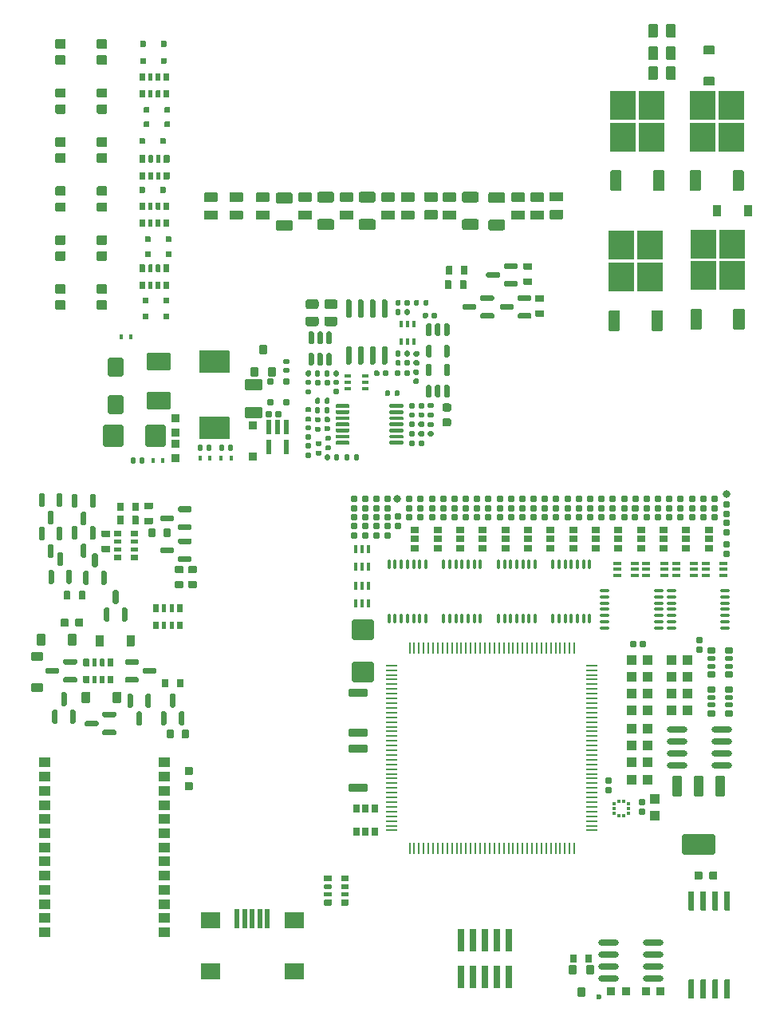
<source format=gtp>
G75*
G70*
%OFA0B0*%
%FSLAX25Y25*%
%IPPOS*%
%LPD*%
%AMOC8*
5,1,8,0,0,1.08239X$1,22.5*
%
%AMM165*
21,1,0.074800,0.083460,0.000000,-0.000000,270.000000*
21,1,0.059840,0.098430,0.000000,-0.000000,270.000000*
1,1,0.014960,-0.041730,-0.029920*
1,1,0.014960,-0.041730,0.029920*
1,1,0.014960,0.041730,0.029920*
1,1,0.014960,0.041730,-0.029920*
%
%AMM166*
21,1,0.086610,0.073230,0.000000,-0.000000,180.000000*
21,1,0.069290,0.090550,0.000000,-0.000000,180.000000*
1,1,0.017320,-0.034650,0.036610*
1,1,0.017320,0.034650,0.036610*
1,1,0.017320,0.034650,-0.036610*
1,1,0.017320,-0.034650,-0.036610*
%
%AMM167*
21,1,0.078740,0.053540,0.000000,-0.000000,90.000000*
21,1,0.065350,0.066930,0.000000,-0.000000,90.000000*
1,1,0.013390,0.026770,0.032680*
1,1,0.013390,0.026770,-0.032680*
1,1,0.013390,-0.026770,-0.032680*
1,1,0.013390,-0.026770,0.032680*
%
%AMM168*
21,1,0.035430,0.030320,0.000000,-0.000000,0.000000*
21,1,0.028350,0.037400,0.000000,-0.000000,0.000000*
1,1,0.007090,0.014170,-0.015160*
1,1,0.007090,-0.014170,-0.015160*
1,1,0.007090,-0.014170,0.015160*
1,1,0.007090,0.014170,0.015160*
%
%AMM169*
21,1,0.021650,0.052760,0.000000,-0.000000,180.000000*
21,1,0.017320,0.057090,0.000000,-0.000000,180.000000*
1,1,0.004330,-0.008660,0.026380*
1,1,0.004330,0.008660,0.026380*
1,1,0.004330,0.008660,-0.026380*
1,1,0.004330,-0.008660,-0.026380*
%
%AMM170*
21,1,0.035830,0.026770,0.000000,-0.000000,270.000000*
21,1,0.029130,0.033470,0.000000,-0.000000,270.000000*
1,1,0.006690,-0.013390,-0.014570*
1,1,0.006690,-0.013390,0.014570*
1,1,0.006690,0.013390,0.014570*
1,1,0.006690,0.013390,-0.014570*
%
%AMM171*
21,1,0.094490,0.111020,0.000000,-0.000000,270.000000*
21,1,0.075590,0.129920,0.000000,-0.000000,270.000000*
1,1,0.018900,-0.055510,-0.037800*
1,1,0.018900,-0.055510,0.037800*
1,1,0.018900,0.055510,0.037800*
1,1,0.018900,0.055510,-0.037800*
%
%AMM172*
21,1,0.070870,0.036220,0.000000,-0.000000,0.000000*
21,1,0.061810,0.045280,0.000000,-0.000000,0.000000*
1,1,0.009060,0.030910,-0.018110*
1,1,0.009060,-0.030910,-0.018110*
1,1,0.009060,-0.030910,0.018110*
1,1,0.009060,0.030910,0.018110*
%
%AMM173*
21,1,0.033470,0.026770,0.000000,-0.000000,270.000000*
21,1,0.026770,0.033470,0.000000,-0.000000,270.000000*
1,1,0.006690,-0.013390,-0.013390*
1,1,0.006690,-0.013390,0.013390*
1,1,0.006690,0.013390,0.013390*
1,1,0.006690,0.013390,-0.013390*
%
%AMM174*
21,1,0.015750,0.016540,0.000000,-0.000000,180.000000*
21,1,0.012600,0.019680,0.000000,-0.000000,180.000000*
1,1,0.003150,-0.006300,0.008270*
1,1,0.003150,0.006300,0.008270*
1,1,0.003150,0.006300,-0.008270*
1,1,0.003150,-0.006300,-0.008270*
%
%AMM175*
21,1,0.023620,0.018900,0.000000,-0.000000,0.000000*
21,1,0.018900,0.023620,0.000000,-0.000000,0.000000*
1,1,0.004720,0.009450,-0.009450*
1,1,0.004720,-0.009450,-0.009450*
1,1,0.004720,-0.009450,0.009450*
1,1,0.004720,0.009450,0.009450*
%
%AMM176*
21,1,0.019680,0.019680,0.000000,-0.000000,270.000000*
21,1,0.015750,0.023620,0.000000,-0.000000,270.000000*
1,1,0.003940,-0.009840,-0.007870*
1,1,0.003940,-0.009840,0.007870*
1,1,0.003940,0.009840,0.007870*
1,1,0.003940,0.009840,-0.007870*
%
%AMM177*
21,1,0.019680,0.019680,0.000000,-0.000000,180.000000*
21,1,0.015750,0.023620,0.000000,-0.000000,180.000000*
1,1,0.003940,-0.007870,0.009840*
1,1,0.003940,0.007870,0.009840*
1,1,0.003940,0.007870,-0.009840*
1,1,0.003940,-0.007870,-0.009840*
%
%AMM253*
21,1,0.043310,0.075980,-0.000000,-0.000000,180.000000*
21,1,0.034650,0.084650,-0.000000,-0.000000,180.000000*
1,1,0.008660,-0.017320,0.037990*
1,1,0.008660,0.017320,0.037990*
1,1,0.008660,0.017320,-0.037990*
1,1,0.008660,-0.017320,-0.037990*
%
%AMM254*
21,1,0.043310,0.075990,-0.000000,-0.000000,180.000000*
21,1,0.034650,0.084650,-0.000000,-0.000000,180.000000*
1,1,0.008660,-0.017320,0.037990*
1,1,0.008660,0.017320,0.037990*
1,1,0.008660,0.017320,-0.037990*
1,1,0.008660,-0.017320,-0.037990*
%
%AMM255*
21,1,0.137800,0.067720,-0.000000,-0.000000,180.000000*
21,1,0.120870,0.084650,-0.000000,-0.000000,180.000000*
1,1,0.016930,-0.060430,0.033860*
1,1,0.016930,0.060430,0.033860*
1,1,0.016930,0.060430,-0.033860*
1,1,0.016930,-0.060430,-0.033860*
%
%AMM256*
21,1,0.039370,0.035430,-0.000000,-0.000000,180.000000*
21,1,0.031500,0.043310,-0.000000,-0.000000,180.000000*
1,1,0.007870,-0.015750,0.017720*
1,1,0.007870,0.015750,0.017720*
1,1,0.007870,0.015750,-0.017720*
1,1,0.007870,-0.015750,-0.017720*
%
%AMM257*
21,1,0.023620,0.030710,-0.000000,-0.000000,0.000000*
21,1,0.018900,0.035430,-0.000000,-0.000000,0.000000*
1,1,0.004720,0.009450,-0.015350*
1,1,0.004720,-0.009450,-0.015350*
1,1,0.004720,-0.009450,0.015350*
1,1,0.004720,0.009450,0.015350*
%
%AMM258*
21,1,0.027560,0.018900,-0.000000,-0.000000,0.000000*
21,1,0.022840,0.023620,-0.000000,-0.000000,0.000000*
1,1,0.004720,0.011420,-0.009450*
1,1,0.004720,-0.011420,-0.009450*
1,1,0.004720,-0.011420,0.009450*
1,1,0.004720,0.011420,0.009450*
%
%AMM259*
21,1,0.023620,0.030710,-0.000000,-0.000000,90.000000*
21,1,0.018900,0.035430,-0.000000,-0.000000,90.000000*
1,1,0.004720,0.015350,0.009450*
1,1,0.004720,0.015350,-0.009450*
1,1,0.004720,-0.015350,-0.009450*
1,1,0.004720,-0.015350,0.009450*
%
%AMM260*
21,1,0.086610,0.073230,-0.000000,-0.000000,270.000000*
21,1,0.069290,0.090550,-0.000000,-0.000000,270.000000*
1,1,0.017320,-0.036610,-0.034650*
1,1,0.017320,-0.036610,0.034650*
1,1,0.017320,0.036610,0.034650*
1,1,0.017320,0.036610,-0.034650*
%
%AMM261*
21,1,0.025590,0.026380,-0.000000,-0.000000,270.000000*
21,1,0.020470,0.031500,-0.000000,-0.000000,270.000000*
1,1,0.005120,-0.013190,-0.010240*
1,1,0.005120,-0.013190,0.010240*
1,1,0.005120,0.013190,0.010240*
1,1,0.005120,0.013190,-0.010240*
%
%AMM262*
21,1,0.017720,0.027950,-0.000000,-0.000000,270.000000*
21,1,0.014170,0.031500,-0.000000,-0.000000,270.000000*
1,1,0.003540,-0.013980,-0.007090*
1,1,0.003540,-0.013980,0.007090*
1,1,0.003540,0.013980,0.007090*
1,1,0.003540,0.013980,-0.007090*
%
%AMM263*
21,1,0.031500,0.072440,-0.000000,-0.000000,270.000000*
21,1,0.025200,0.078740,-0.000000,-0.000000,270.000000*
1,1,0.006300,-0.036220,-0.012600*
1,1,0.006300,-0.036220,0.012600*
1,1,0.006300,0.036220,0.012600*
1,1,0.006300,0.036220,-0.012600*
%
%AMM264*
21,1,0.012600,0.028980,-0.000000,-0.000000,270.000000*
21,1,0.010080,0.031500,-0.000000,-0.000000,270.000000*
1,1,0.002520,-0.014490,-0.005040*
1,1,0.002520,-0.014490,0.005040*
1,1,0.002520,0.014490,0.005040*
1,1,0.002520,0.014490,-0.005040*
%
%AMM265*
21,1,0.012600,0.028980,-0.000000,-0.000000,0.000000*
21,1,0.010080,0.031500,-0.000000,-0.000000,0.000000*
1,1,0.002520,0.005040,-0.014490*
1,1,0.002520,-0.005040,-0.014490*
1,1,0.002520,-0.005040,0.014490*
1,1,0.002520,0.005040,0.014490*
%
%AMM266*
21,1,0.039370,0.035430,-0.000000,-0.000000,90.000000*
21,1,0.031500,0.043310,-0.000000,-0.000000,90.000000*
1,1,0.007870,0.017720,0.015750*
1,1,0.007870,0.017720,-0.015750*
1,1,0.007870,-0.017720,-0.015750*
1,1,0.007870,-0.017720,0.015750*
%
%AMM267*
21,1,0.027560,0.018900,-0.000000,-0.000000,270.000000*
21,1,0.022840,0.023620,-0.000000,-0.000000,270.000000*
1,1,0.004720,-0.009450,-0.011420*
1,1,0.004720,-0.009450,0.011420*
1,1,0.004720,0.009450,0.011420*
1,1,0.004720,0.009450,-0.011420*
%
%AMM89*
21,1,0.035430,0.030320,0.000000,0.000000,180.000000*
21,1,0.028350,0.037400,0.000000,0.000000,180.000000*
1,1,0.007090,-0.014170,0.015160*
1,1,0.007090,0.014170,0.015160*
1,1,0.007090,0.014170,-0.015160*
1,1,0.007090,-0.014170,-0.015160*
%
%AMM9*
21,1,0.033470,0.026770,0.000000,0.000000,0.000000*
21,1,0.026770,0.033470,0.000000,0.000000,0.000000*
1,1,0.006690,0.013390,-0.013390*
1,1,0.006690,-0.013390,-0.013390*
1,1,0.006690,-0.013390,0.013390*
1,1,0.006690,0.013390,0.013390*
%
%AMM90*
21,1,0.027560,0.030710,0.000000,0.000000,180.000000*
21,1,0.022050,0.036220,0.000000,0.000000,180.000000*
1,1,0.005510,-0.011020,0.015350*
1,1,0.005510,0.011020,0.015350*
1,1,0.005510,0.011020,-0.015350*
1,1,0.005510,-0.011020,-0.015350*
%
%ADD11C,0.02362*%
%ADD130R,0.02559X0.01575*%
%ADD137R,0.01575X0.02559*%
%ADD142O,0.05118X0.00866*%
%ADD143O,0.00866X0.05118*%
%ADD152O,0.01181X0.04331*%
%ADD153O,0.04331X0.01181*%
%ADD155O,0.08661X0.02362*%
%ADD157R,0.01476X0.01378*%
%ADD158R,0.01378X0.01476*%
%ADD224M89*%
%ADD225M90*%
%ADD23R,0.01969X0.07874*%
%ADD24R,0.07874X0.06693*%
%ADD308M165*%
%ADD309M166*%
%ADD310M167*%
%ADD311M168*%
%ADD312M169*%
%ADD313M170*%
%ADD314M171*%
%ADD315M172*%
%ADD316M173*%
%ADD317M174*%
%ADD318M175*%
%ADD319M176*%
%ADD320M177*%
%ADD38R,0.05118X0.03937*%
%ADD414M253*%
%ADD415M254*%
%ADD416M255*%
%ADD417M256*%
%ADD418M257*%
%ADD419M258*%
%ADD420M259*%
%ADD421M260*%
%ADD422M261*%
%ADD423M262*%
%ADD424M263*%
%ADD425M264*%
%ADD426M265*%
%ADD427M266*%
%ADD428M267*%
%ADD53R,0.02913X0.09449*%
%ADD65R,0.10827X0.12008*%
%ADD66O,0.00000X0.00000*%
%ADD85M9*%
%ADD99C,0.03150*%
X0000000Y0000000D02*
%LPD*%
G01*
G36*
G01*
X0198667Y0328156D02*
X0193746Y0328156D01*
G75*
G02*
X0193352Y0328550I0000000J0000394D01*
G01*
X0193352Y0331699D01*
G75*
G02*
X0193746Y0332093I0000394J0000000D01*
G01*
X0198667Y0332093D01*
G75*
G02*
X0199061Y0331699I0000000J-000394D01*
G01*
X0199061Y0328550D01*
G75*
G02*
X0198667Y0328156I-000394J0000000D01*
G01*
G37*
G36*
G01*
X0198667Y0335636D02*
X0193746Y0335636D01*
G75*
G02*
X0193352Y0336030I0000000J0000394D01*
G01*
X0193352Y0339180D01*
G75*
G02*
X0193746Y0339573I0000394J0000000D01*
G01*
X0198667Y0339573D01*
G75*
G02*
X0199061Y0339180I0000000J-000394D01*
G01*
X0199061Y0336030D01*
G75*
G02*
X0198667Y0335636I-000394J0000000D01*
G01*
G37*
G36*
G01*
X0068937Y0210039D02*
X0072008Y0210039D01*
G75*
G02*
X0072283Y0209764I0000000J-000276D01*
G01*
X0072283Y0207559D01*
G75*
G02*
X0072008Y0207283I-000276J0000000D01*
G01*
X0068937Y0207283D01*
G75*
G02*
X0068661Y0207559I0000000J0000276D01*
G01*
X0068661Y0209764D01*
G75*
G02*
X0068937Y0210039I0000276J0000000D01*
G01*
G37*
G36*
G01*
X0068937Y0203740D02*
X0072008Y0203740D01*
G75*
G02*
X0072283Y0203465I0000000J-000276D01*
G01*
X0072283Y0201260D01*
G75*
G02*
X0072008Y0200984I-000276J0000000D01*
G01*
X0068937Y0200984D01*
G75*
G02*
X0068661Y0201260I0000000J0000276D01*
G01*
X0068661Y0203465D01*
G75*
G02*
X0068937Y0203740I0000276J0000000D01*
G01*
G37*
G36*
G01*
X0066535Y0299469D02*
X0066535Y0302106D01*
G75*
G02*
X0066791Y0302362I0000256J0000000D01*
G01*
X0068839Y0302362D01*
G75*
G02*
X0069094Y0302106I0000000J-000256D01*
G01*
X0069094Y0299469D01*
G75*
G02*
X0068839Y0299213I-000256J0000000D01*
G01*
X0066791Y0299213D01*
G75*
G02*
X0066535Y0299469I0000000J0000256D01*
G01*
G37*
G36*
G01*
X0070374Y0299390D02*
X0070374Y0302185D01*
G75*
G02*
X0070551Y0302362I0000177J0000000D01*
G01*
X0071969Y0302362D01*
G75*
G02*
X0072146Y0302185I0000000J-000177D01*
G01*
X0072146Y0299390D01*
G75*
G02*
X0071969Y0299213I-000177J0000000D01*
G01*
X0070551Y0299213D01*
G75*
G02*
X0070374Y0299390I0000000J0000177D01*
G01*
G37*
G36*
G01*
X0073524Y0299390D02*
X0073524Y0302185D01*
G75*
G02*
X0073701Y0302362I0000177J0000000D01*
G01*
X0075118Y0302362D01*
G75*
G02*
X0075295Y0302185I0000000J-000177D01*
G01*
X0075295Y0299390D01*
G75*
G02*
X0075118Y0299213I-000177J0000000D01*
G01*
X0073701Y0299213D01*
G75*
G02*
X0073524Y0299390I0000000J0000177D01*
G01*
G37*
G36*
G01*
X0076575Y0299469D02*
X0076575Y0302106D01*
G75*
G02*
X0076831Y0302362I0000256J0000000D01*
G01*
X0078878Y0302362D01*
G75*
G02*
X0079134Y0302106I0000000J-000256D01*
G01*
X0079134Y0299469D01*
G75*
G02*
X0078878Y0299213I-000256J0000000D01*
G01*
X0076831Y0299213D01*
G75*
G02*
X0076575Y0299469I0000000J0000256D01*
G01*
G37*
G36*
G01*
X0076575Y0306555D02*
X0076575Y0309193D01*
G75*
G02*
X0076831Y0309449I0000256J0000000D01*
G01*
X0078878Y0309449D01*
G75*
G02*
X0079134Y0309193I0000000J-000256D01*
G01*
X0079134Y0306555D01*
G75*
G02*
X0078878Y0306299I-000256J0000000D01*
G01*
X0076831Y0306299D01*
G75*
G02*
X0076575Y0306555I0000000J0000256D01*
G01*
G37*
G36*
G01*
X0073524Y0306476D02*
X0073524Y0309272D01*
G75*
G02*
X0073701Y0309449I0000177J0000000D01*
G01*
X0075118Y0309449D01*
G75*
G02*
X0075295Y0309272I0000000J-000177D01*
G01*
X0075295Y0306476D01*
G75*
G02*
X0075118Y0306299I-000177J0000000D01*
G01*
X0073701Y0306299D01*
G75*
G02*
X0073524Y0306476I0000000J0000177D01*
G01*
G37*
G36*
G01*
X0070374Y0306476D02*
X0070374Y0309272D01*
G75*
G02*
X0070551Y0309449I0000177J0000000D01*
G01*
X0071969Y0309449D01*
G75*
G02*
X0072146Y0309272I0000000J-000177D01*
G01*
X0072146Y0306476D01*
G75*
G02*
X0071969Y0306299I-000177J0000000D01*
G01*
X0070551Y0306299D01*
G75*
G02*
X0070374Y0306476I0000000J0000177D01*
G01*
G37*
G36*
G01*
X0066535Y0306555D02*
X0066535Y0309193D01*
G75*
G02*
X0066791Y0309449I0000256J0000000D01*
G01*
X0068839Y0309449D01*
G75*
G02*
X0069094Y0309193I0000000J-000256D01*
G01*
X0069094Y0306555D01*
G75*
G02*
X0068839Y0306299I-000256J0000000D01*
G01*
X0066791Y0306299D01*
G75*
G02*
X0066535Y0306555I0000000J0000256D01*
G01*
G37*
G36*
G01*
X0079228Y0354909D02*
X0079228Y0352272D01*
G75*
G02*
X0078972Y0352016I-000256J0000000D01*
G01*
X0076925Y0352016D01*
G75*
G02*
X0076669Y0352272I0000000J0000256D01*
G01*
X0076669Y0354909D01*
G75*
G02*
X0076925Y0355165I0000256J0000000D01*
G01*
X0078972Y0355165D01*
G75*
G02*
X0079228Y0354909I0000000J-000256D01*
G01*
G37*
G36*
G01*
X0075390Y0354988D02*
X0075390Y0352193D01*
G75*
G02*
X0075213Y0352016I-000177J0000000D01*
G01*
X0073795Y0352016D01*
G75*
G02*
X0073618Y0352193I0000000J0000177D01*
G01*
X0073618Y0354988D01*
G75*
G02*
X0073795Y0355165I0000177J0000000D01*
G01*
X0075213Y0355165D01*
G75*
G02*
X0075390Y0354988I0000000J-000177D01*
G01*
G37*
G36*
G01*
X0072240Y0354988D02*
X0072240Y0352193D01*
G75*
G02*
X0072063Y0352016I-000177J0000000D01*
G01*
X0070646Y0352016D01*
G75*
G02*
X0070469Y0352193I0000000J0000177D01*
G01*
X0070469Y0354988D01*
G75*
G02*
X0070646Y0355165I0000177J0000000D01*
G01*
X0072063Y0355165D01*
G75*
G02*
X0072240Y0354988I0000000J-000177D01*
G01*
G37*
G36*
G01*
X0069189Y0354909D02*
X0069189Y0352272D01*
G75*
G02*
X0068933Y0352016I-000256J0000000D01*
G01*
X0066886Y0352016D01*
G75*
G02*
X0066630Y0352272I0000000J0000256D01*
G01*
X0066630Y0354909D01*
G75*
G02*
X0066886Y0355165I0000256J0000000D01*
G01*
X0068933Y0355165D01*
G75*
G02*
X0069189Y0354909I0000000J-000256D01*
G01*
G37*
G36*
G01*
X0069189Y0347823D02*
X0069189Y0345185D01*
G75*
G02*
X0068933Y0344929I-000256J0000000D01*
G01*
X0066886Y0344929D01*
G75*
G02*
X0066630Y0345185I0000000J0000256D01*
G01*
X0066630Y0347823D01*
G75*
G02*
X0066886Y0348079I0000256J0000000D01*
G01*
X0068933Y0348079D01*
G75*
G02*
X0069189Y0347823I0000000J-000256D01*
G01*
G37*
G36*
G01*
X0072240Y0347902D02*
X0072240Y0345106D01*
G75*
G02*
X0072063Y0344929I-000177J0000000D01*
G01*
X0070646Y0344929D01*
G75*
G02*
X0070469Y0345106I0000000J0000177D01*
G01*
X0070469Y0347902D01*
G75*
G02*
X0070646Y0348079I0000177J0000000D01*
G01*
X0072063Y0348079D01*
G75*
G02*
X0072240Y0347902I0000000J-000177D01*
G01*
G37*
G36*
G01*
X0075390Y0347902D02*
X0075390Y0345106D01*
G75*
G02*
X0075213Y0344929I-000177J0000000D01*
G01*
X0073795Y0344929D01*
G75*
G02*
X0073618Y0345106I0000000J0000177D01*
G01*
X0073618Y0347902D01*
G75*
G02*
X0073795Y0348079I0000177J0000000D01*
G01*
X0075213Y0348079D01*
G75*
G02*
X0075390Y0347902I0000000J-000177D01*
G01*
G37*
G36*
G01*
X0079228Y0347823D02*
X0079228Y0345185D01*
G75*
G02*
X0078972Y0344929I-000256J0000000D01*
G01*
X0076925Y0344929D01*
G75*
G02*
X0076669Y0345185I0000000J0000256D01*
G01*
X0076669Y0347823D01*
G75*
G02*
X0076925Y0348079I0000256J0000000D01*
G01*
X0078972Y0348079D01*
G75*
G02*
X0079228Y0347823I0000000J-000256D01*
G01*
G37*
G36*
G01*
X0088583Y0090020D02*
X0085906Y0090020D01*
G75*
G02*
X0085571Y0090354I0000000J0000335D01*
G01*
X0085571Y0093031D01*
G75*
G02*
X0085906Y0093366I0000335J0000000D01*
G01*
X0088583Y0093366D01*
G75*
G02*
X0088917Y0093031I0000000J-000335D01*
G01*
X0088917Y0090354D01*
G75*
G02*
X0088583Y0090020I-000335J0000000D01*
G01*
G37*
G36*
G01*
X0088583Y0096240D02*
X0085906Y0096240D01*
G75*
G02*
X0085571Y0096575I0000000J0000335D01*
G01*
X0085571Y0099252D01*
G75*
G02*
X0085906Y0099587I0000335J0000000D01*
G01*
X0088583Y0099587D01*
G75*
G02*
X0088917Y0099252I0000000J-000335D01*
G01*
X0088917Y0096575D01*
G75*
G02*
X0088583Y0096240I-000335J0000000D01*
G01*
G37*
G36*
G01*
X0190975Y0328240D02*
X0186053Y0328240D01*
G75*
G02*
X0185660Y0328634I0000000J0000394D01*
G01*
X0185660Y0331784D01*
G75*
G02*
X0186053Y0332177I0000394J0000000D01*
G01*
X0190975Y0332177D01*
G75*
G02*
X0191368Y0331784I0000000J-000394D01*
G01*
X0191368Y0328634D01*
G75*
G02*
X0190975Y0328240I-000394J0000000D01*
G01*
G37*
G36*
G01*
X0190975Y0335721D02*
X0186053Y0335721D01*
G75*
G02*
X0185660Y0336114I0000000J0000394D01*
G01*
X0185660Y0339264D01*
G75*
G02*
X0186053Y0339658I0000394J0000000D01*
G01*
X0190975Y0339658D01*
G75*
G02*
X0191368Y0339264I0000000J-000394D01*
G01*
X0191368Y0336114D01*
G75*
G02*
X0190975Y0335721I-000394J0000000D01*
G01*
G37*
G36*
G01*
X0140945Y0336240D02*
X0140945Y0338957D01*
G75*
G02*
X0141850Y0339862I0000906J0000000D01*
G01*
X0147126Y0339862D01*
G75*
G02*
X0148031Y0338957I0000000J-000906D01*
G01*
X0148031Y0336240D01*
G75*
G02*
X0147126Y0335335I-000906J0000000D01*
G01*
X0141850Y0335335D01*
G75*
G02*
X0140945Y0336240I0000000J0000906D01*
G01*
G37*
G36*
G01*
X0140945Y0324823D02*
X0140945Y0327539D01*
G75*
G02*
X0141850Y0328445I0000906J0000000D01*
G01*
X0147126Y0328445D01*
G75*
G02*
X0148031Y0327539I0000000J-000906D01*
G01*
X0148031Y0324823D01*
G75*
G02*
X0147126Y0323917I-000906J0000000D01*
G01*
X0141850Y0323917D01*
G75*
G02*
X0140945Y0324823I0000000J0000906D01*
G01*
G37*
G36*
G01*
X0224705Y0301969D02*
X0224705Y0300787D01*
G75*
G02*
X0224114Y0300197I-000591J0000000D01*
G01*
X0219488Y0300197D01*
G75*
G02*
X0218898Y0300787I0000000J0000591D01*
G01*
X0218898Y0301969D01*
G75*
G02*
X0219488Y0302559I0000591J0000000D01*
G01*
X0224114Y0302559D01*
G75*
G02*
X0224705Y0301969I0000000J-000591D01*
G01*
G37*
G36*
G01*
X0217323Y0305709D02*
X0217323Y0304528D01*
G75*
G02*
X0216732Y0303937I-000591J0000000D01*
G01*
X0212106Y0303937D01*
G75*
G02*
X0211516Y0304528I0000000J0000591D01*
G01*
X0211516Y0305709D01*
G75*
G02*
X0212106Y0306299I0000591J0000000D01*
G01*
X0216732Y0306299D01*
G75*
G02*
X0217323Y0305709I0000000J-000591D01*
G01*
G37*
G36*
G01*
X0224705Y0309449D02*
X0224705Y0308268D01*
G75*
G02*
X0224114Y0307677I-000591J0000000D01*
G01*
X0219488Y0307677D01*
G75*
G02*
X0218898Y0308268I0000000J0000591D01*
G01*
X0218898Y0309449D01*
G75*
G02*
X0219488Y0310039I0000591J0000000D01*
G01*
X0224114Y0310039D01*
G75*
G02*
X0224705Y0309449I0000000J-000591D01*
G01*
G37*
G36*
G01*
X0069140Y0314961D02*
X0071030Y0314961D01*
G75*
G02*
X0071266Y0314724I0000000J-000236D01*
G01*
X0071266Y0312835D01*
G75*
G02*
X0071030Y0312598I-000236J0000000D01*
G01*
X0069140Y0312598D01*
G75*
G02*
X0068904Y0312835I0000000J0000236D01*
G01*
X0068904Y0314724D01*
G75*
G02*
X0069140Y0314961I0000236J0000000D01*
G01*
G37*
G36*
G01*
X0077801Y0314961D02*
X0079691Y0314961D01*
G75*
G02*
X0079927Y0314724I0000000J-000236D01*
G01*
X0079927Y0312835D01*
G75*
G02*
X0079691Y0312598I-000236J0000000D01*
G01*
X0077801Y0312598D01*
G75*
G02*
X0077565Y0312835I0000000J0000236D01*
G01*
X0077565Y0314724D01*
G75*
G02*
X0077801Y0314961I0000236J0000000D01*
G01*
G37*
G36*
G01*
X0052756Y0331496D02*
X0049213Y0331496D01*
G75*
G02*
X0048819Y0331890I0000000J0000394D01*
G01*
X0048819Y0335039D01*
G75*
G02*
X0049213Y0335433I0000394J0000000D01*
G01*
X0052756Y0335433D01*
G75*
G02*
X0053150Y0335039I0000000J-000394D01*
G01*
X0053150Y0331890D01*
G75*
G02*
X0052756Y0331496I-000394J0000000D01*
G01*
G37*
G36*
G01*
X0052756Y0338189D02*
X0049213Y0338189D01*
G75*
G02*
X0048819Y0338583I0000000J0000394D01*
G01*
X0048819Y0341732D01*
G75*
G02*
X0049213Y0342126I0000394J0000000D01*
G01*
X0052756Y0342126D01*
G75*
G02*
X0053150Y0341732I0000000J-000394D01*
G01*
X0053150Y0338583D01*
G75*
G02*
X0052756Y0338189I-000394J0000000D01*
G01*
G37*
G36*
G01*
X0067159Y0402805D02*
X0069049Y0402805D01*
G75*
G02*
X0069285Y0402569I0000000J-000236D01*
G01*
X0069285Y0400679D01*
G75*
G02*
X0069049Y0400443I-000236J0000000D01*
G01*
X0067159Y0400443D01*
G75*
G02*
X0066923Y0400679I0000000J0000236D01*
G01*
X0066923Y0402569D01*
G75*
G02*
X0067159Y0402805I0000236J0000000D01*
G01*
G37*
G36*
G01*
X0075821Y0402805D02*
X0077711Y0402805D01*
G75*
G02*
X0077947Y0402569I0000000J-000236D01*
G01*
X0077947Y0400679D01*
G75*
G02*
X0077711Y0400443I-000236J0000000D01*
G01*
X0075821Y0400443D01*
G75*
G02*
X0075585Y0400679I0000000J0000236D01*
G01*
X0075585Y0402569D01*
G75*
G02*
X0075821Y0402805I0000236J0000000D01*
G01*
G37*
G36*
G01*
X0056949Y0114606D02*
X0056949Y0113425D01*
G75*
G02*
X0056358Y0112835I-000591J0000000D01*
G01*
X0051732Y0112835D01*
G75*
G02*
X0051142Y0113425I0000000J0000591D01*
G01*
X0051142Y0114606D01*
G75*
G02*
X0051732Y0115197I0000591J0000000D01*
G01*
X0056358Y0115197D01*
G75*
G02*
X0056949Y0114606I0000000J-000591D01*
G01*
G37*
G36*
G01*
X0049567Y0118346D02*
X0049567Y0117165D01*
G75*
G02*
X0048976Y0116575I-000591J0000000D01*
G01*
X0044350Y0116575D01*
G75*
G02*
X0043760Y0117165I0000000J0000591D01*
G01*
X0043760Y0118346D01*
G75*
G02*
X0044350Y0118937I0000591J0000000D01*
G01*
X0048976Y0118937D01*
G75*
G02*
X0049567Y0118346I0000000J-000591D01*
G01*
G37*
G36*
G01*
X0056949Y0122087D02*
X0056949Y0120906D01*
G75*
G02*
X0056358Y0120315I-000591J0000000D01*
G01*
X0051732Y0120315D01*
G75*
G02*
X0051142Y0120906I0000000J0000591D01*
G01*
X0051142Y0122087D01*
G75*
G02*
X0051732Y0122677I0000591J0000000D01*
G01*
X0056358Y0122677D01*
G75*
G02*
X0056949Y0122087I0000000J-000591D01*
G01*
G37*
G36*
G01*
X0040354Y0154764D02*
X0040354Y0150748D01*
G75*
G02*
X0040000Y0150394I-000354J0000000D01*
G01*
X0037165Y0150394D01*
G75*
G02*
X0036811Y0150748I0000000J0000354D01*
G01*
X0036811Y0154764D01*
G75*
G02*
X0037165Y0155118I0000354J0000000D01*
G01*
X0040000Y0155118D01*
G75*
G02*
X0040354Y0154764I0000000J-000354D01*
G01*
G37*
G36*
G01*
X0027362Y0154764D02*
X0027362Y0150748D01*
G75*
G02*
X0027008Y0150394I-000354J0000000D01*
G01*
X0024173Y0150394D01*
G75*
G02*
X0023819Y0150748I0000000J0000354D01*
G01*
X0023819Y0154764D01*
G75*
G02*
X0024173Y0155118I0000354J0000000D01*
G01*
X0027008Y0155118D01*
G75*
G02*
X0027362Y0154764I0000000J-000354D01*
G01*
G37*
G36*
G01*
X0052756Y0311024D02*
X0049213Y0311024D01*
G75*
G02*
X0048819Y0311417I0000000J0000394D01*
G01*
X0048819Y0314567D01*
G75*
G02*
X0049213Y0314961I0000394J0000000D01*
G01*
X0052756Y0314961D01*
G75*
G02*
X0053150Y0314567I0000000J-000394D01*
G01*
X0053150Y0311417D01*
G75*
G02*
X0052756Y0311024I-000394J0000000D01*
G01*
G37*
G36*
G01*
X0052756Y0317717D02*
X0049213Y0317717D01*
G75*
G02*
X0048819Y0318110I0000000J0000394D01*
G01*
X0048819Y0321260D01*
G75*
G02*
X0049213Y0321654I0000394J0000000D01*
G01*
X0052756Y0321654D01*
G75*
G02*
X0053150Y0321260I0000000J-000394D01*
G01*
X0053150Y0318110D01*
G75*
G02*
X0052756Y0317717I-000394J0000000D01*
G01*
G37*
G36*
G01*
X0078150Y0111850D02*
X0078150Y0114921D01*
G75*
G02*
X0078425Y0115197I0000276J0000000D01*
G01*
X0080630Y0115197D01*
G75*
G02*
X0080906Y0114921I0000000J-000276D01*
G01*
X0080906Y0111850D01*
G75*
G02*
X0080630Y0111575I-000276J0000000D01*
G01*
X0078425Y0111575D01*
G75*
G02*
X0078150Y0111850I0000000J0000276D01*
G01*
G37*
G36*
G01*
X0084449Y0111850D02*
X0084449Y0114921D01*
G75*
G02*
X0084724Y0115197I0000276J0000000D01*
G01*
X0086929Y0115197D01*
G75*
G02*
X0087205Y0114921I0000000J-000276D01*
G01*
X0087205Y0111850D01*
G75*
G02*
X0086929Y0111575I-000276J0000000D01*
G01*
X0084724Y0111575D01*
G75*
G02*
X0084449Y0111850I0000000J0000276D01*
G01*
G37*
G36*
G01*
X0067165Y0395669D02*
X0069055Y0395669D01*
G75*
G02*
X0069291Y0395433I0000000J-000236D01*
G01*
X0069291Y0393543D01*
G75*
G02*
X0069055Y0393307I-000236J0000000D01*
G01*
X0067165Y0393307D01*
G75*
G02*
X0066929Y0393543I0000000J0000236D01*
G01*
X0066929Y0395433D01*
G75*
G02*
X0067165Y0395669I0000236J0000000D01*
G01*
G37*
G36*
G01*
X0075827Y0395669D02*
X0077717Y0395669D01*
G75*
G02*
X0077953Y0395433I0000000J-000236D01*
G01*
X0077953Y0393543D01*
G75*
G02*
X0077717Y0393307I-000236J0000000D01*
G01*
X0075827Y0393307D01*
G75*
G02*
X0075591Y0393543I0000000J0000236D01*
G01*
X0075591Y0395433D01*
G75*
G02*
X0075827Y0395669I0000236J0000000D01*
G01*
G37*
G36*
G01*
X0203346Y0302583D02*
X0203346Y0299512D01*
G75*
G02*
X0203071Y0299236I-000276J0000000D01*
G01*
X0200866Y0299236D01*
G75*
G02*
X0200591Y0299512I0000000J0000276D01*
G01*
X0200591Y0302583D01*
G75*
G02*
X0200866Y0302858I0000276J0000000D01*
G01*
X0203071Y0302858D01*
G75*
G02*
X0203346Y0302583I0000000J-000276D01*
G01*
G37*
G36*
G01*
X0197047Y0302583D02*
X0197047Y0299512D01*
G75*
G02*
X0196772Y0299236I-000276J0000000D01*
G01*
X0194567Y0299236D01*
G75*
G02*
X0194291Y0299512I0000000J0000276D01*
G01*
X0194291Y0302583D01*
G75*
G02*
X0194567Y0302858I0000276J0000000D01*
G01*
X0196772Y0302858D01*
G75*
G02*
X0197047Y0302583I0000000J-000276D01*
G01*
G37*
G36*
G01*
X0052756Y0372441D02*
X0049213Y0372441D01*
G75*
G02*
X0048819Y0372835I0000000J0000394D01*
G01*
X0048819Y0375984D01*
G75*
G02*
X0049213Y0376378I0000394J0000000D01*
G01*
X0052756Y0376378D01*
G75*
G02*
X0053150Y0375984I0000000J-000394D01*
G01*
X0053150Y0372835D01*
G75*
G02*
X0052756Y0372441I-000394J0000000D01*
G01*
G37*
G36*
G01*
X0052756Y0379134D02*
X0049213Y0379134D01*
G75*
G02*
X0048819Y0379528I0000000J0000394D01*
G01*
X0048819Y0382677D01*
G75*
G02*
X0049213Y0383071I0000394J0000000D01*
G01*
X0052756Y0383071D01*
G75*
G02*
X0053150Y0382677I0000000J-000394D01*
G01*
X0053150Y0379528D01*
G75*
G02*
X0052756Y0379134I-000394J0000000D01*
G01*
G37*
G36*
G01*
X0098917Y0328150D02*
X0093996Y0328150D01*
G75*
G02*
X0093602Y0328543I0000000J0000394D01*
G01*
X0093602Y0331693D01*
G75*
G02*
X0093996Y0332087I0000394J0000000D01*
G01*
X0098917Y0332087D01*
G75*
G02*
X0099311Y0331693I0000000J-000394D01*
G01*
X0099311Y0328543D01*
G75*
G02*
X0098917Y0328150I-000394J0000000D01*
G01*
G37*
G36*
G01*
X0098917Y0335630D02*
X0093996Y0335630D01*
G75*
G02*
X0093602Y0336024I0000000J0000394D01*
G01*
X0093602Y0339173D01*
G75*
G02*
X0093996Y0339567I0000394J0000000D01*
G01*
X0098917Y0339567D01*
G75*
G02*
X0099311Y0339173I0000000J-000394D01*
G01*
X0099311Y0336024D01*
G75*
G02*
X0098917Y0335630I-000394J0000000D01*
G01*
G37*
G36*
G01*
X0290748Y0409547D02*
X0290748Y0404626D01*
G75*
G02*
X0290354Y0404232I-000394J0000000D01*
G01*
X0287205Y0404232D01*
G75*
G02*
X0286811Y0404626I0000000J0000394D01*
G01*
X0286811Y0409547D01*
G75*
G02*
X0287205Y0409941I0000394J0000000D01*
G01*
X0290354Y0409941D01*
G75*
G02*
X0290748Y0409547I0000000J-000394D01*
G01*
G37*
G36*
G01*
X0283268Y0409547D02*
X0283268Y0404626D01*
G75*
G02*
X0282874Y0404232I-000394J0000000D01*
G01*
X0279724Y0404232D01*
G75*
G02*
X0279331Y0404626I0000000J0000394D01*
G01*
X0279331Y0409547D01*
G75*
G02*
X0279724Y0409941I0000394J0000000D01*
G01*
X0282874Y0409941D01*
G75*
G02*
X0283268Y0409547I0000000J-000394D01*
G01*
G37*
D23*
X0107520Y0036122D03*
X0110669Y0036122D03*
X0113819Y0036122D03*
X0116969Y0036122D03*
X0120118Y0036122D03*
D24*
X0131339Y0014272D03*
X0096299Y0014272D03*
X0131339Y0035728D03*
X0096299Y0035728D03*
D65*
X0313957Y0375886D03*
X0313957Y0362697D03*
X0301949Y0362697D03*
X0301949Y0375886D03*
G36*
G01*
X0300866Y0340157D02*
X0297087Y0340157D01*
G75*
G02*
X0296614Y0340630I0000000J0000472D01*
G01*
X0296614Y0348346D01*
G75*
G02*
X0297087Y0348819I0000472J0000000D01*
G01*
X0300866Y0348819D01*
G75*
G02*
X0301339Y0348346I0000000J-000472D01*
G01*
X0301339Y0340630D01*
G75*
G02*
X0300866Y0340157I-000472J0000000D01*
G01*
G37*
G36*
G01*
X0318819Y0340157D02*
X0315039Y0340157D01*
G75*
G02*
X0314567Y0340630I0000000J0000472D01*
G01*
X0314567Y0348346D01*
G75*
G02*
X0315039Y0348819I0000472J0000000D01*
G01*
X0318819Y0348819D01*
G75*
G02*
X0319291Y0348346I0000000J-000472D01*
G01*
X0319291Y0340630D01*
G75*
G02*
X0318819Y0340157I-000472J0000000D01*
G01*
G37*
G36*
G01*
X0032677Y0200098D02*
X0033858Y0200098D01*
G75*
G02*
X0034449Y0199508I0000000J-000591D01*
G01*
X0034449Y0194882D01*
G75*
G02*
X0033858Y0194291I-000591J0000000D01*
G01*
X0032677Y0194291D01*
G75*
G02*
X0032087Y0194882I0000000J0000591D01*
G01*
X0032087Y0199508D01*
G75*
G02*
X0032677Y0200098I0000591J0000000D01*
G01*
G37*
G36*
G01*
X0028937Y0192717D02*
X0030118Y0192717D01*
G75*
G02*
X0030709Y0192126I0000000J-000591D01*
G01*
X0030709Y0187500D01*
G75*
G02*
X0030118Y0186909I-000591J0000000D01*
G01*
X0028937Y0186909D01*
G75*
G02*
X0028346Y0187500I0000000J0000591D01*
G01*
X0028346Y0192126D01*
G75*
G02*
X0028937Y0192717I0000591J0000000D01*
G01*
G37*
G36*
G01*
X0025197Y0200098D02*
X0026378Y0200098D01*
G75*
G02*
X0026969Y0199508I0000000J-000591D01*
G01*
X0026969Y0194882D01*
G75*
G02*
X0026378Y0194291I-000591J0000000D01*
G01*
X0025197Y0194291D01*
G75*
G02*
X0024606Y0194882I0000000J0000591D01*
G01*
X0024606Y0199508D01*
G75*
G02*
X0025197Y0200098I0000591J0000000D01*
G01*
G37*
G36*
G01*
X0235465Y0287598D02*
X0232394Y0287598D01*
G75*
G02*
X0232118Y0287874I0000000J0000276D01*
G01*
X0232118Y0290079D01*
G75*
G02*
X0232394Y0290354I0000276J0000000D01*
G01*
X0235465Y0290354D01*
G75*
G02*
X0235740Y0290079I0000000J-000276D01*
G01*
X0235740Y0287874D01*
G75*
G02*
X0235465Y0287598I-000276J0000000D01*
G01*
G37*
G36*
G01*
X0235465Y0293898D02*
X0232394Y0293898D01*
G75*
G02*
X0232118Y0294173I0000000J0000276D01*
G01*
X0232118Y0296378D01*
G75*
G02*
X0232394Y0296654I0000276J0000000D01*
G01*
X0235465Y0296654D01*
G75*
G02*
X0235740Y0296378I0000000J-000276D01*
G01*
X0235740Y0294173D01*
G75*
G02*
X0235465Y0293898I-000276J0000000D01*
G01*
G37*
G36*
G01*
X0081732Y0183465D02*
X0084803Y0183465D01*
G75*
G02*
X0085079Y0183189I0000000J-000276D01*
G01*
X0085079Y0180984D01*
G75*
G02*
X0084803Y0180709I-000276J0000000D01*
G01*
X0081732Y0180709D01*
G75*
G02*
X0081457Y0180984I0000000J0000276D01*
G01*
X0081457Y0183189D01*
G75*
G02*
X0081732Y0183465I0000276J0000000D01*
G01*
G37*
G36*
G01*
X0081732Y0177165D02*
X0084803Y0177165D01*
G75*
G02*
X0085079Y0176890I0000000J-000276D01*
G01*
X0085079Y0174685D01*
G75*
G02*
X0084803Y0174409I-000276J0000000D01*
G01*
X0081732Y0174409D01*
G75*
G02*
X0081457Y0174685I0000000J0000276D01*
G01*
X0081457Y0176890D01*
G75*
G02*
X0081732Y0177165I0000276J0000000D01*
G01*
G37*
G36*
G01*
X0044882Y0175689D02*
X0043701Y0175689D01*
G75*
G02*
X0043110Y0176280I0000000J0000591D01*
G01*
X0043110Y0180906D01*
G75*
G02*
X0043701Y0181496I0000591J0000000D01*
G01*
X0044882Y0181496D01*
G75*
G02*
X0045472Y0180906I0000000J-000591D01*
G01*
X0045472Y0176280D01*
G75*
G02*
X0044882Y0175689I-000591J0000000D01*
G01*
G37*
G36*
G01*
X0048622Y0183071D02*
X0047441Y0183071D01*
G75*
G02*
X0046850Y0183661I0000000J0000591D01*
G01*
X0046850Y0188287D01*
G75*
G02*
X0047441Y0188878I0000591J0000000D01*
G01*
X0048622Y0188878D01*
G75*
G02*
X0049213Y0188287I0000000J-000591D01*
G01*
X0049213Y0183661D01*
G75*
G02*
X0048622Y0183071I-000591J0000000D01*
G01*
G37*
G36*
G01*
X0052362Y0175689D02*
X0051181Y0175689D01*
G75*
G02*
X0050591Y0176280I0000000J0000591D01*
G01*
X0050591Y0180906D01*
G75*
G02*
X0051181Y0181496I0000591J0000000D01*
G01*
X0052362Y0181496D01*
G75*
G02*
X0052953Y0180906I0000000J-000591D01*
G01*
X0052953Y0176280D01*
G75*
G02*
X0052362Y0175689I-000591J0000000D01*
G01*
G37*
G36*
G01*
X0155610Y0328150D02*
X0150689Y0328150D01*
G75*
G02*
X0150295Y0328543I0000000J0000394D01*
G01*
X0150295Y0331693D01*
G75*
G02*
X0150689Y0332087I0000394J0000000D01*
G01*
X0155610Y0332087D01*
G75*
G02*
X0156004Y0331693I0000000J-000394D01*
G01*
X0156004Y0328543D01*
G75*
G02*
X0155610Y0328150I-000394J0000000D01*
G01*
G37*
G36*
G01*
X0155610Y0335630D02*
X0150689Y0335630D01*
G75*
G02*
X0150295Y0336024I0000000J0000394D01*
G01*
X0150295Y0339173D01*
G75*
G02*
X0150689Y0339567I0000394J0000000D01*
G01*
X0155610Y0339567D01*
G75*
G02*
X0156004Y0339173I0000000J-000394D01*
G01*
X0156004Y0336024D01*
G75*
G02*
X0155610Y0335630I-000394J0000000D01*
G01*
G37*
G36*
G01*
X0203740Y0308583D02*
X0203740Y0305512D01*
G75*
G02*
X0203465Y0305236I-000276J0000000D01*
G01*
X0201260Y0305236D01*
G75*
G02*
X0200984Y0305512I0000000J0000276D01*
G01*
X0200984Y0308583D01*
G75*
G02*
X0201260Y0308858I0000276J0000000D01*
G01*
X0203465Y0308858D01*
G75*
G02*
X0203740Y0308583I0000000J-000276D01*
G01*
G37*
G36*
G01*
X0197441Y0308583D02*
X0197441Y0305512D01*
G75*
G02*
X0197165Y0305236I-000276J0000000D01*
G01*
X0194961Y0305236D01*
G75*
G02*
X0194685Y0305512I0000000J0000276D01*
G01*
X0194685Y0308583D01*
G75*
G02*
X0194961Y0308858I0000276J0000000D01*
G01*
X0197165Y0308858D01*
G75*
G02*
X0197441Y0308583I0000000J-000276D01*
G01*
G37*
D66*
X0268711Y0002861D03*
G36*
G01*
X0077370Y0117020D02*
X0076189Y0117020D01*
G75*
G02*
X0075598Y0117610I0000000J0000591D01*
G01*
X0075598Y0122236D01*
G75*
G02*
X0076189Y0122827I0000591J0000000D01*
G01*
X0077370Y0122827D01*
G75*
G02*
X0077961Y0122236I0000000J-000591D01*
G01*
X0077961Y0117610D01*
G75*
G02*
X0077370Y0117020I-000591J0000000D01*
G01*
G37*
G36*
G01*
X0081110Y0124402D02*
X0079929Y0124402D01*
G75*
G02*
X0079339Y0124992I0000000J0000591D01*
G01*
X0079339Y0129618D01*
G75*
G02*
X0079929Y0130209I0000591J0000000D01*
G01*
X0081110Y0130209D01*
G75*
G02*
X0081701Y0129618I0000000J-000591D01*
G01*
X0081701Y0124992D01*
G75*
G02*
X0081110Y0124402I-000591J0000000D01*
G01*
G37*
G36*
G01*
X0084850Y0117020D02*
X0083669Y0117020D01*
G75*
G02*
X0083079Y0117610I0000000J0000591D01*
G01*
X0083079Y0122236D01*
G75*
G02*
X0083669Y0122827I0000591J0000000D01*
G01*
X0084850Y0122827D01*
G75*
G02*
X0085441Y0122236I0000000J-000591D01*
G01*
X0085441Y0117610D01*
G75*
G02*
X0084850Y0117020I-000591J0000000D01*
G01*
G37*
G36*
G01*
X0069669Y0130209D02*
X0070850Y0130209D01*
G75*
G02*
X0071441Y0129618I0000000J-000591D01*
G01*
X0071441Y0124992D01*
G75*
G02*
X0070850Y0124402I-000591J0000000D01*
G01*
X0069669Y0124402D01*
G75*
G02*
X0069079Y0124992I0000000J0000591D01*
G01*
X0069079Y0129618D01*
G75*
G02*
X0069669Y0130209I0000591J0000000D01*
G01*
G37*
G36*
G01*
X0065929Y0122827D02*
X0067110Y0122827D01*
G75*
G02*
X0067701Y0122236I0000000J-000591D01*
G01*
X0067701Y0117610D01*
G75*
G02*
X0067110Y0117020I-000591J0000000D01*
G01*
X0065929Y0117020D01*
G75*
G02*
X0065339Y0117610I0000000J0000591D01*
G01*
X0065339Y0122236D01*
G75*
G02*
X0065929Y0122827I0000591J0000000D01*
G01*
G37*
G36*
G01*
X0062189Y0130209D02*
X0063370Y0130209D01*
G75*
G02*
X0063961Y0129618I0000000J-000591D01*
G01*
X0063961Y0124992D01*
G75*
G02*
X0063370Y0124402I-000591J0000000D01*
G01*
X0062189Y0124402D01*
G75*
G02*
X0061598Y0124992I0000000J0000591D01*
G01*
X0061598Y0129618D01*
G75*
G02*
X0062189Y0130209I0000591J0000000D01*
G01*
G37*
G36*
G01*
X0306299Y0329882D02*
X0306299Y0333898D01*
G75*
G02*
X0306654Y0334252I0000354J0000000D01*
G01*
X0309488Y0334252D01*
G75*
G02*
X0309843Y0333898I0000000J-000354D01*
G01*
X0309843Y0329882D01*
G75*
G02*
X0309488Y0329528I-000354J0000000D01*
G01*
X0306654Y0329528D01*
G75*
G02*
X0306299Y0329882I0000000J0000354D01*
G01*
G37*
G36*
G01*
X0319291Y0329882D02*
X0319291Y0333898D01*
G75*
G02*
X0319646Y0334252I0000354J0000000D01*
G01*
X0322480Y0334252D01*
G75*
G02*
X0322835Y0333898I0000000J-000354D01*
G01*
X0322835Y0329882D01*
G75*
G02*
X0322480Y0329528I-000354J0000000D01*
G01*
X0319646Y0329528D01*
G75*
G02*
X0319291Y0329882I0000000J0000354D01*
G01*
G37*
G36*
G01*
X0040571Y0136654D02*
X0040571Y0135472D01*
G75*
G02*
X0039980Y0134882I-000591J0000000D01*
G01*
X0035354Y0134882D01*
G75*
G02*
X0034764Y0135472I0000000J0000591D01*
G01*
X0034764Y0136654D01*
G75*
G02*
X0035354Y0137244I0000591J0000000D01*
G01*
X0039980Y0137244D01*
G75*
G02*
X0040571Y0136654I0000000J-000591D01*
G01*
G37*
G36*
G01*
X0033189Y0140394D02*
X0033189Y0139213D01*
G75*
G02*
X0032598Y0138622I-000591J0000000D01*
G01*
X0027972Y0138622D01*
G75*
G02*
X0027382Y0139213I0000000J0000591D01*
G01*
X0027382Y0140394D01*
G75*
G02*
X0027972Y0140984I0000591J0000000D01*
G01*
X0032598Y0140984D01*
G75*
G02*
X0033189Y0140394I0000000J-000591D01*
G01*
G37*
G36*
G01*
X0040571Y0144134D02*
X0040571Y0142953D01*
G75*
G02*
X0039980Y0142362I-000591J0000000D01*
G01*
X0035354Y0142362D01*
G75*
G02*
X0034764Y0142953I0000000J0000591D01*
G01*
X0034764Y0144134D01*
G75*
G02*
X0035354Y0144724I0000591J0000000D01*
G01*
X0039980Y0144724D01*
G75*
G02*
X0040571Y0144134I0000000J-000591D01*
G01*
G37*
G36*
G01*
X0181201Y0328150D02*
X0176280Y0328150D01*
G75*
G02*
X0175886Y0328543I0000000J0000394D01*
G01*
X0175886Y0331693D01*
G75*
G02*
X0176280Y0332087I0000394J0000000D01*
G01*
X0181201Y0332087D01*
G75*
G02*
X0181594Y0331693I0000000J-000394D01*
G01*
X0181594Y0328543D01*
G75*
G02*
X0181201Y0328150I-000394J0000000D01*
G01*
G37*
G36*
G01*
X0181201Y0335630D02*
X0176280Y0335630D01*
G75*
G02*
X0175886Y0336024I0000000J0000394D01*
G01*
X0175886Y0339173D01*
G75*
G02*
X0176280Y0339567I0000394J0000000D01*
G01*
X0181201Y0339567D01*
G75*
G02*
X0181594Y0339173I0000000J-000394D01*
G01*
X0181594Y0336024D01*
G75*
G02*
X0181201Y0335630I-000394J0000000D01*
G01*
G37*
G36*
G01*
X0035433Y0311024D02*
X0031890Y0311024D01*
G75*
G02*
X0031496Y0311417I0000000J0000394D01*
G01*
X0031496Y0314567D01*
G75*
G02*
X0031890Y0314961I0000394J0000000D01*
G01*
X0035433Y0314961D01*
G75*
G02*
X0035827Y0314567I0000000J-000394D01*
G01*
X0035827Y0311417D01*
G75*
G02*
X0035433Y0311024I-000394J0000000D01*
G01*
G37*
G36*
G01*
X0035433Y0317717D02*
X0031890Y0317717D01*
G75*
G02*
X0031496Y0318110I0000000J0000394D01*
G01*
X0031496Y0321260D01*
G75*
G02*
X0031890Y0321654I0000394J0000000D01*
G01*
X0035433Y0321654D01*
G75*
G02*
X0035827Y0321260I0000000J-000394D01*
G01*
X0035827Y0318110D01*
G75*
G02*
X0035433Y0317717I-000394J0000000D01*
G01*
G37*
G36*
G01*
X0077323Y0359866D02*
X0075433Y0359866D01*
G75*
G02*
X0075197Y0360102I0000000J0000236D01*
G01*
X0075197Y0361992D01*
G75*
G02*
X0075433Y0362228I0000236J0000000D01*
G01*
X0077323Y0362228D01*
G75*
G02*
X0077559Y0361992I0000000J-000236D01*
G01*
X0077559Y0360102D01*
G75*
G02*
X0077323Y0359866I-000236J0000000D01*
G01*
G37*
G36*
G01*
X0068661Y0359866D02*
X0066772Y0359866D01*
G75*
G02*
X0066535Y0360102I0000000J0000236D01*
G01*
X0066535Y0361992D01*
G75*
G02*
X0066772Y0362228I0000236J0000000D01*
G01*
X0068661Y0362228D01*
G75*
G02*
X0068898Y0361992I0000000J-000236D01*
G01*
X0068898Y0360102D01*
G75*
G02*
X0068661Y0359866I-000236J0000000D01*
G01*
G37*
G36*
G01*
X0035433Y0392913D02*
X0031890Y0392913D01*
G75*
G02*
X0031496Y0393307I0000000J0000394D01*
G01*
X0031496Y0396457D01*
G75*
G02*
X0031890Y0396850I0000394J0000000D01*
G01*
X0035433Y0396850D01*
G75*
G02*
X0035827Y0396457I0000000J-000394D01*
G01*
X0035827Y0393307D01*
G75*
G02*
X0035433Y0392913I-000394J0000000D01*
G01*
G37*
G36*
G01*
X0035433Y0399606D02*
X0031890Y0399606D01*
G75*
G02*
X0031496Y0400000I0000000J0000394D01*
G01*
X0031496Y0403150D01*
G75*
G02*
X0031890Y0403543I0000394J0000000D01*
G01*
X0035433Y0403543D01*
G75*
G02*
X0035827Y0403150I0000000J-000394D01*
G01*
X0035827Y0400000D01*
G75*
G02*
X0035433Y0399606I-000394J0000000D01*
G01*
G37*
G36*
G01*
X0214862Y0288583D02*
X0214862Y0287402D01*
G75*
G02*
X0214272Y0286811I-000591J0000000D01*
G01*
X0209646Y0286811D01*
G75*
G02*
X0209055Y0287402I0000000J0000591D01*
G01*
X0209055Y0288583D01*
G75*
G02*
X0209646Y0289173I0000591J0000000D01*
G01*
X0214272Y0289173D01*
G75*
G02*
X0214862Y0288583I0000000J-000591D01*
G01*
G37*
G36*
G01*
X0207480Y0292323D02*
X0207480Y0291142D01*
G75*
G02*
X0206890Y0290551I-000591J0000000D01*
G01*
X0202264Y0290551D01*
G75*
G02*
X0201673Y0291142I0000000J0000591D01*
G01*
X0201673Y0292323D01*
G75*
G02*
X0202264Y0292913I0000591J0000000D01*
G01*
X0206890Y0292913D01*
G75*
G02*
X0207480Y0292323I0000000J-000591D01*
G01*
G37*
G36*
G01*
X0214862Y0296063D02*
X0214862Y0294882D01*
G75*
G02*
X0214272Y0294291I-000591J0000000D01*
G01*
X0209646Y0294291D01*
G75*
G02*
X0209055Y0294882I0000000J0000591D01*
G01*
X0209055Y0296063D01*
G75*
G02*
X0209646Y0296654I0000591J0000000D01*
G01*
X0214272Y0296654D01*
G75*
G02*
X0214862Y0296063I0000000J-000591D01*
G01*
G37*
G36*
G01*
X0042520Y0126732D02*
X0042520Y0130748D01*
G75*
G02*
X0042874Y0131102I0000354J0000000D01*
G01*
X0045709Y0131102D01*
G75*
G02*
X0046063Y0130748I0000000J-000354D01*
G01*
X0046063Y0126732D01*
G75*
G02*
X0045709Y0126378I-000354J0000000D01*
G01*
X0042874Y0126378D01*
G75*
G02*
X0042520Y0126732I0000000J0000354D01*
G01*
G37*
G36*
G01*
X0055512Y0126732D02*
X0055512Y0130748D01*
G75*
G02*
X0055866Y0131102I0000354J0000000D01*
G01*
X0058701Y0131102D01*
G75*
G02*
X0059055Y0130748I0000000J-000354D01*
G01*
X0059055Y0126732D01*
G75*
G02*
X0058701Y0126378I-000354J0000000D01*
G01*
X0055866Y0126378D01*
G75*
G02*
X0055512Y0126732I0000000J0000354D01*
G01*
G37*
G36*
G01*
X0043169Y0161181D02*
X0043169Y0158504D01*
G75*
G02*
X0042835Y0158169I-000335J0000000D01*
G01*
X0040157Y0158169D01*
G75*
G02*
X0039823Y0158504I0000000J0000335D01*
G01*
X0039823Y0161181D01*
G75*
G02*
X0040157Y0161516I0000335J0000000D01*
G01*
X0042835Y0161516D01*
G75*
G02*
X0043169Y0161181I0000000J-000335D01*
G01*
G37*
G36*
G01*
X0036949Y0161181D02*
X0036949Y0158504D01*
G75*
G02*
X0036614Y0158169I-000335J0000000D01*
G01*
X0033937Y0158169D01*
G75*
G02*
X0033602Y0158504I0000000J0000335D01*
G01*
X0033602Y0161181D01*
G75*
G02*
X0033937Y0161516I0000335J0000000D01*
G01*
X0036614Y0161516D01*
G75*
G02*
X0036949Y0161181I0000000J-000335D01*
G01*
G37*
G36*
G01*
X0052756Y0351969D02*
X0049213Y0351969D01*
G75*
G02*
X0048819Y0352362I0000000J0000394D01*
G01*
X0048819Y0355512D01*
G75*
G02*
X0049213Y0355906I0000394J0000000D01*
G01*
X0052756Y0355906D01*
G75*
G02*
X0053150Y0355512I0000000J-000394D01*
G01*
X0053150Y0352362D01*
G75*
G02*
X0052756Y0351969I-000394J0000000D01*
G01*
G37*
G36*
G01*
X0052756Y0358661D02*
X0049213Y0358661D01*
G75*
G02*
X0048819Y0359055I0000000J0000394D01*
G01*
X0048819Y0362205D01*
G75*
G02*
X0049213Y0362598I0000394J0000000D01*
G01*
X0052756Y0362598D01*
G75*
G02*
X0053150Y0362205I0000000J-000394D01*
G01*
X0053150Y0359055D01*
G75*
G02*
X0052756Y0358661I-000394J0000000D01*
G01*
G37*
G36*
G01*
X0172933Y0328150D02*
X0168012Y0328150D01*
G75*
G02*
X0167618Y0328543I0000000J0000394D01*
G01*
X0167618Y0331693D01*
G75*
G02*
X0168012Y0332087I0000394J0000000D01*
G01*
X0172933Y0332087D01*
G75*
G02*
X0173327Y0331693I0000000J-000394D01*
G01*
X0173327Y0328543D01*
G75*
G02*
X0172933Y0328150I-000394J0000000D01*
G01*
G37*
G36*
G01*
X0172933Y0335630D02*
X0168012Y0335630D01*
G75*
G02*
X0167618Y0336024I0000000J0000394D01*
G01*
X0167618Y0339173D01*
G75*
G02*
X0168012Y0339567I0000394J0000000D01*
G01*
X0172933Y0339567D01*
G75*
G02*
X0173327Y0339173I0000000J-000394D01*
G01*
X0173327Y0336024D01*
G75*
G02*
X0172933Y0335630I-000394J0000000D01*
G01*
G37*
G36*
G01*
X0035433Y0331496D02*
X0031890Y0331496D01*
G75*
G02*
X0031496Y0331890I0000000J0000394D01*
G01*
X0031496Y0335039D01*
G75*
G02*
X0031890Y0335433I0000394J0000000D01*
G01*
X0035433Y0335433D01*
G75*
G02*
X0035827Y0335039I0000000J-000394D01*
G01*
X0035827Y0331890D01*
G75*
G02*
X0035433Y0331496I-000394J0000000D01*
G01*
G37*
G36*
G01*
X0035433Y0338189D02*
X0031890Y0338189D01*
G75*
G02*
X0031496Y0338583I0000000J0000394D01*
G01*
X0031496Y0341732D01*
G75*
G02*
X0031890Y0342126I0000394J0000000D01*
G01*
X0035433Y0342126D01*
G75*
G02*
X0035827Y0341732I0000000J-000394D01*
G01*
X0035827Y0338583D01*
G75*
G02*
X0035433Y0338189I-000394J0000000D01*
G01*
G37*
G36*
G01*
X0068654Y0369228D02*
X0070543Y0369228D01*
G75*
G02*
X0070780Y0368992I0000000J-000236D01*
G01*
X0070780Y0367102D01*
G75*
G02*
X0070543Y0366866I-000236J0000000D01*
G01*
X0068654Y0366866D01*
G75*
G02*
X0068417Y0367102I0000000J0000236D01*
G01*
X0068417Y0368992D01*
G75*
G02*
X0068654Y0369228I0000236J0000000D01*
G01*
G37*
G36*
G01*
X0077315Y0369228D02*
X0079205Y0369228D01*
G75*
G02*
X0079441Y0368992I0000000J-000236D01*
G01*
X0079441Y0367102D01*
G75*
G02*
X0079205Y0366866I-000236J0000000D01*
G01*
X0077315Y0366866D01*
G75*
G02*
X0077079Y0367102I0000000J0000236D01*
G01*
X0077079Y0368992D01*
G75*
G02*
X0077315Y0369228I0000236J0000000D01*
G01*
G37*
G36*
G01*
X0230512Y0300984D02*
X0227441Y0300984D01*
G75*
G02*
X0227165Y0301260I0000000J0000276D01*
G01*
X0227165Y0303465D01*
G75*
G02*
X0227441Y0303740I0000276J0000000D01*
G01*
X0230512Y0303740D01*
G75*
G02*
X0230787Y0303465I0000000J-000276D01*
G01*
X0230787Y0301260D01*
G75*
G02*
X0230512Y0300984I-000276J0000000D01*
G01*
G37*
G36*
G01*
X0230512Y0307283D02*
X0227441Y0307283D01*
G75*
G02*
X0227165Y0307559I0000000J0000276D01*
G01*
X0227165Y0309764D01*
G75*
G02*
X0227441Y0310039I0000276J0000000D01*
G01*
X0230512Y0310039D01*
G75*
G02*
X0230787Y0309764I0000000J-000276D01*
G01*
X0230787Y0307559D01*
G75*
G02*
X0230512Y0307283I-000276J0000000D01*
G01*
G37*
G36*
G01*
X0046457Y0213681D02*
X0047638Y0213681D01*
G75*
G02*
X0048228Y0213091I0000000J-000591D01*
G01*
X0048228Y0208465D01*
G75*
G02*
X0047638Y0207874I-000591J0000000D01*
G01*
X0046457Y0207874D01*
G75*
G02*
X0045866Y0208465I0000000J0000591D01*
G01*
X0045866Y0213091D01*
G75*
G02*
X0046457Y0213681I0000591J0000000D01*
G01*
G37*
G36*
G01*
X0042717Y0206299D02*
X0043898Y0206299D01*
G75*
G02*
X0044488Y0205709I0000000J-000591D01*
G01*
X0044488Y0201083D01*
G75*
G02*
X0043898Y0200492I-000591J0000000D01*
G01*
X0042717Y0200492D01*
G75*
G02*
X0042126Y0201083I0000000J0000591D01*
G01*
X0042126Y0205709D01*
G75*
G02*
X0042717Y0206299I0000591J0000000D01*
G01*
G37*
G36*
G01*
X0038976Y0213681D02*
X0040157Y0213681D01*
G75*
G02*
X0040748Y0213091I0000000J-000591D01*
G01*
X0040748Y0208465D01*
G75*
G02*
X0040157Y0207874I-000591J0000000D01*
G01*
X0038976Y0207874D01*
G75*
G02*
X0038386Y0208465I0000000J0000591D01*
G01*
X0038386Y0213091D01*
G75*
G02*
X0038976Y0213681I0000591J0000000D01*
G01*
G37*
G36*
G01*
X0066535Y0379390D02*
X0066535Y0382028D01*
G75*
G02*
X0066791Y0382283I0000256J0000000D01*
G01*
X0068839Y0382283D01*
G75*
G02*
X0069094Y0382028I0000000J-000256D01*
G01*
X0069094Y0379390D01*
G75*
G02*
X0068839Y0379134I-000256J0000000D01*
G01*
X0066791Y0379134D01*
G75*
G02*
X0066535Y0379390I0000000J0000256D01*
G01*
G37*
G36*
G01*
X0070374Y0379311D02*
X0070374Y0382106D01*
G75*
G02*
X0070551Y0382283I0000177J0000000D01*
G01*
X0071969Y0382283D01*
G75*
G02*
X0072146Y0382106I0000000J-000177D01*
G01*
X0072146Y0379311D01*
G75*
G02*
X0071969Y0379134I-000177J0000000D01*
G01*
X0070551Y0379134D01*
G75*
G02*
X0070374Y0379311I0000000J0000177D01*
G01*
G37*
G36*
G01*
X0073524Y0379311D02*
X0073524Y0382106D01*
G75*
G02*
X0073701Y0382283I0000177J0000000D01*
G01*
X0075118Y0382283D01*
G75*
G02*
X0075295Y0382106I0000000J-000177D01*
G01*
X0075295Y0379311D01*
G75*
G02*
X0075118Y0379134I-000177J0000000D01*
G01*
X0073701Y0379134D01*
G75*
G02*
X0073524Y0379311I0000000J0000177D01*
G01*
G37*
G36*
G01*
X0076575Y0379390D02*
X0076575Y0382028D01*
G75*
G02*
X0076831Y0382283I0000256J0000000D01*
G01*
X0078878Y0382283D01*
G75*
G02*
X0079134Y0382028I0000000J-000256D01*
G01*
X0079134Y0379390D01*
G75*
G02*
X0078878Y0379134I-000256J0000000D01*
G01*
X0076831Y0379134D01*
G75*
G02*
X0076575Y0379390I0000000J0000256D01*
G01*
G37*
G36*
G01*
X0076575Y0386476D02*
X0076575Y0389114D01*
G75*
G02*
X0076831Y0389370I0000256J0000000D01*
G01*
X0078878Y0389370D01*
G75*
G02*
X0079134Y0389114I0000000J-000256D01*
G01*
X0079134Y0386476D01*
G75*
G02*
X0078878Y0386220I-000256J0000000D01*
G01*
X0076831Y0386220D01*
G75*
G02*
X0076575Y0386476I0000000J0000256D01*
G01*
G37*
G36*
G01*
X0073524Y0386398D02*
X0073524Y0389193D01*
G75*
G02*
X0073701Y0389370I0000177J0000000D01*
G01*
X0075118Y0389370D01*
G75*
G02*
X0075295Y0389193I0000000J-000177D01*
G01*
X0075295Y0386398D01*
G75*
G02*
X0075118Y0386220I-000177J0000000D01*
G01*
X0073701Y0386220D01*
G75*
G02*
X0073524Y0386398I0000000J0000177D01*
G01*
G37*
G36*
G01*
X0070374Y0386398D02*
X0070374Y0389193D01*
G75*
G02*
X0070551Y0389370I0000177J0000000D01*
G01*
X0071969Y0389370D01*
G75*
G02*
X0072146Y0389193I0000000J-000177D01*
G01*
X0072146Y0386398D01*
G75*
G02*
X0071969Y0386220I-000177J0000000D01*
G01*
X0070551Y0386220D01*
G75*
G02*
X0070374Y0386398I0000000J0000177D01*
G01*
G37*
G36*
G01*
X0066535Y0386476D02*
X0066535Y0389114D01*
G75*
G02*
X0066791Y0389370I0000256J0000000D01*
G01*
X0068839Y0389370D01*
G75*
G02*
X0069094Y0389114I0000000J-000256D01*
G01*
X0069094Y0386476D01*
G75*
G02*
X0068839Y0386220I-000256J0000000D01*
G01*
X0066791Y0386220D01*
G75*
G02*
X0066535Y0386476I0000000J0000256D01*
G01*
G37*
G36*
G01*
X0068352Y0295620D02*
X0070242Y0295620D01*
G75*
G02*
X0070478Y0295384I0000000J-000236D01*
G01*
X0070478Y0293494D01*
G75*
G02*
X0070242Y0293258I-000236J0000000D01*
G01*
X0068352Y0293258D01*
G75*
G02*
X0068116Y0293494I0000000J0000236D01*
G01*
X0068116Y0295384D01*
G75*
G02*
X0068352Y0295620I0000236J0000000D01*
G01*
G37*
G36*
G01*
X0077014Y0295620D02*
X0078904Y0295620D01*
G75*
G02*
X0079140Y0295384I0000000J-000236D01*
G01*
X0079140Y0293494D01*
G75*
G02*
X0078904Y0293258I-000236J0000000D01*
G01*
X0077014Y0293258D01*
G75*
G02*
X0076778Y0293494I0000000J0000236D01*
G01*
X0076778Y0295384D01*
G75*
G02*
X0077014Y0295620I0000236J0000000D01*
G01*
G37*
G36*
G01*
X0087244Y0183465D02*
X0090315Y0183465D01*
G75*
G02*
X0090591Y0183189I0000000J-000276D01*
G01*
X0090591Y0180984D01*
G75*
G02*
X0090315Y0180709I-000276J0000000D01*
G01*
X0087244Y0180709D01*
G75*
G02*
X0086969Y0180984I0000000J0000276D01*
G01*
X0086969Y0183189D01*
G75*
G02*
X0087244Y0183465I0000276J0000000D01*
G01*
G37*
G36*
G01*
X0087244Y0177165D02*
X0090315Y0177165D01*
G75*
G02*
X0090591Y0176890I0000000J-000276D01*
G01*
X0090591Y0174685D01*
G75*
G02*
X0090315Y0174409I-000276J0000000D01*
G01*
X0087244Y0174409D01*
G75*
G02*
X0086969Y0174685I0000000J0000276D01*
G01*
X0086969Y0176890D01*
G75*
G02*
X0087244Y0177165I0000276J0000000D01*
G01*
G37*
G36*
G01*
X0052756Y0290551D02*
X0049213Y0290551D01*
G75*
G02*
X0048819Y0290945I0000000J0000394D01*
G01*
X0048819Y0294094D01*
G75*
G02*
X0049213Y0294488I0000394J0000000D01*
G01*
X0052756Y0294488D01*
G75*
G02*
X0053150Y0294094I0000000J-000394D01*
G01*
X0053150Y0290945D01*
G75*
G02*
X0052756Y0290551I-000394J0000000D01*
G01*
G37*
G36*
G01*
X0052756Y0297244D02*
X0049213Y0297244D01*
G75*
G02*
X0048819Y0297638I0000000J0000394D01*
G01*
X0048819Y0300787D01*
G75*
G02*
X0049213Y0301181I0000394J0000000D01*
G01*
X0052756Y0301181D01*
G75*
G02*
X0053150Y0300787I0000000J-000394D01*
G01*
X0053150Y0297638D01*
G75*
G02*
X0052756Y0297244I-000394J0000000D01*
G01*
G37*
G36*
G01*
X0088484Y0200394D02*
X0088484Y0199213D01*
G75*
G02*
X0087894Y0198622I-000591J0000000D01*
G01*
X0083268Y0198622D01*
G75*
G02*
X0082677Y0199213I0000000J0000591D01*
G01*
X0082677Y0200394D01*
G75*
G02*
X0083268Y0200984I0000591J0000000D01*
G01*
X0087894Y0200984D01*
G75*
G02*
X0088484Y0200394I0000000J-000591D01*
G01*
G37*
G36*
G01*
X0081102Y0204134D02*
X0081102Y0202953D01*
G75*
G02*
X0080512Y0202362I-000591J0000000D01*
G01*
X0075886Y0202362D01*
G75*
G02*
X0075295Y0202953I0000000J0000591D01*
G01*
X0075295Y0204134D01*
G75*
G02*
X0075886Y0204724I0000591J0000000D01*
G01*
X0080512Y0204724D01*
G75*
G02*
X0081102Y0204134I0000000J-000591D01*
G01*
G37*
G36*
G01*
X0088484Y0207874D02*
X0088484Y0206693D01*
G75*
G02*
X0087894Y0206102I-000591J0000000D01*
G01*
X0083268Y0206102D01*
G75*
G02*
X0082677Y0206693I0000000J0000591D01*
G01*
X0082677Y0207874D01*
G75*
G02*
X0083268Y0208465I0000591J0000000D01*
G01*
X0087894Y0208465D01*
G75*
G02*
X0088484Y0207874I0000000J-000591D01*
G01*
G37*
G36*
G01*
X0031890Y0117697D02*
X0030709Y0117697D01*
G75*
G02*
X0030118Y0118287I0000000J0000591D01*
G01*
X0030118Y0122913D01*
G75*
G02*
X0030709Y0123504I0000591J0000000D01*
G01*
X0031890Y0123504D01*
G75*
G02*
X0032480Y0122913I0000000J-000591D01*
G01*
X0032480Y0118287D01*
G75*
G02*
X0031890Y0117697I-000591J0000000D01*
G01*
G37*
G36*
G01*
X0035630Y0125079D02*
X0034449Y0125079D01*
G75*
G02*
X0033858Y0125669I0000000J0000591D01*
G01*
X0033858Y0130295D01*
G75*
G02*
X0034449Y0130886I0000591J0000000D01*
G01*
X0035630Y0130886D01*
G75*
G02*
X0036220Y0130295I0000000J-000591D01*
G01*
X0036220Y0125669D01*
G75*
G02*
X0035630Y0125079I-000591J0000000D01*
G01*
G37*
G36*
G01*
X0039370Y0117697D02*
X0038189Y0117697D01*
G75*
G02*
X0037598Y0118287I0000000J0000591D01*
G01*
X0037598Y0122913D01*
G75*
G02*
X0038189Y0123504I0000591J0000000D01*
G01*
X0039370Y0123504D01*
G75*
G02*
X0039961Y0122913I0000000J-000591D01*
G01*
X0039961Y0118287D01*
G75*
G02*
X0039370Y0117697I-000591J0000000D01*
G01*
G37*
G36*
G01*
X0035433Y0372441D02*
X0031890Y0372441D01*
G75*
G02*
X0031496Y0372835I0000000J0000394D01*
G01*
X0031496Y0375984D01*
G75*
G02*
X0031890Y0376378I0000394J0000000D01*
G01*
X0035433Y0376378D01*
G75*
G02*
X0035827Y0375984I0000000J-000394D01*
G01*
X0035827Y0372835D01*
G75*
G02*
X0035433Y0372441I-000394J0000000D01*
G01*
G37*
G36*
G01*
X0035433Y0379134D02*
X0031890Y0379134D01*
G75*
G02*
X0031496Y0379528I0000000J0000394D01*
G01*
X0031496Y0382677D01*
G75*
G02*
X0031890Y0383071I0000394J0000000D01*
G01*
X0035433Y0383071D01*
G75*
G02*
X0035827Y0382677I0000000J-000394D01*
G01*
X0035827Y0379528D01*
G75*
G02*
X0035433Y0379134I-000394J0000000D01*
G01*
G37*
G36*
G01*
X0120571Y0328150D02*
X0115650Y0328150D01*
G75*
G02*
X0115256Y0328543I0000000J0000394D01*
G01*
X0115256Y0331693D01*
G75*
G02*
X0115650Y0332087I0000394J0000000D01*
G01*
X0120571Y0332087D01*
G75*
G02*
X0120965Y0331693I0000000J-000394D01*
G01*
X0120965Y0328543D01*
G75*
G02*
X0120571Y0328150I-000394J0000000D01*
G01*
G37*
G36*
G01*
X0120571Y0335630D02*
X0115650Y0335630D01*
G75*
G02*
X0115256Y0336024I0000000J0000394D01*
G01*
X0115256Y0339173D01*
G75*
G02*
X0115650Y0339567I0000394J0000000D01*
G01*
X0120571Y0339567D01*
G75*
G02*
X0120965Y0339173I0000000J-000394D01*
G01*
X0120965Y0336024D01*
G75*
G02*
X0120571Y0335630I-000394J0000000D01*
G01*
G37*
G36*
G01*
X0032677Y0214075D02*
X0033858Y0214075D01*
G75*
G02*
X0034449Y0213484I0000000J-000591D01*
G01*
X0034449Y0208858D01*
G75*
G02*
X0033858Y0208268I-000591J0000000D01*
G01*
X0032677Y0208268D01*
G75*
G02*
X0032087Y0208858I0000000J0000591D01*
G01*
X0032087Y0213484D01*
G75*
G02*
X0032677Y0214075I0000591J0000000D01*
G01*
G37*
G36*
G01*
X0028937Y0206693D02*
X0030118Y0206693D01*
G75*
G02*
X0030709Y0206102I0000000J-000591D01*
G01*
X0030709Y0201476D01*
G75*
G02*
X0030118Y0200886I-000591J0000000D01*
G01*
X0028937Y0200886D01*
G75*
G02*
X0028346Y0201476I0000000J0000591D01*
G01*
X0028346Y0206102D01*
G75*
G02*
X0028937Y0206693I0000591J0000000D01*
G01*
G37*
G36*
G01*
X0025197Y0214075D02*
X0026378Y0214075D01*
G75*
G02*
X0026969Y0213484I0000000J-000591D01*
G01*
X0026969Y0208858D01*
G75*
G02*
X0026378Y0208268I-000591J0000000D01*
G01*
X0025197Y0208268D01*
G75*
G02*
X0024606Y0208858I0000000J0000591D01*
G01*
X0024606Y0213484D01*
G75*
G02*
X0025197Y0214075I0000591J0000000D01*
G01*
G37*
G36*
G01*
X0230524Y0288583D02*
X0230524Y0287402D01*
G75*
G02*
X0229933Y0286811I-000591J0000000D01*
G01*
X0225307Y0286811D01*
G75*
G02*
X0224717Y0287402I0000000J0000591D01*
G01*
X0224717Y0288583D01*
G75*
G02*
X0225307Y0289173I0000591J0000000D01*
G01*
X0229933Y0289173D01*
G75*
G02*
X0230524Y0288583I0000000J-000591D01*
G01*
G37*
G36*
G01*
X0223142Y0292323D02*
X0223142Y0291142D01*
G75*
G02*
X0222551Y0290551I-000591J0000000D01*
G01*
X0217925Y0290551D01*
G75*
G02*
X0217335Y0291142I0000000J0000591D01*
G01*
X0217335Y0292323D01*
G75*
G02*
X0217925Y0292913I0000591J0000000D01*
G01*
X0222551Y0292913D01*
G75*
G02*
X0223142Y0292323I0000000J-000591D01*
G01*
G37*
G36*
G01*
X0230524Y0296063D02*
X0230524Y0294882D01*
G75*
G02*
X0229933Y0294291I-000591J0000000D01*
G01*
X0225307Y0294291D01*
G75*
G02*
X0224717Y0294882I0000000J0000591D01*
G01*
X0224717Y0296063D01*
G75*
G02*
X0225307Y0296654I0000591J0000000D01*
G01*
X0229933Y0296654D01*
G75*
G02*
X0230524Y0296063I0000000J-000591D01*
G01*
G37*
G36*
G01*
X0030315Y0176083D02*
X0029134Y0176083D01*
G75*
G02*
X0028543Y0176673I0000000J0000591D01*
G01*
X0028543Y0181299D01*
G75*
G02*
X0029134Y0181890I0000591J0000000D01*
G01*
X0030315Y0181890D01*
G75*
G02*
X0030906Y0181299I0000000J-000591D01*
G01*
X0030906Y0176673D01*
G75*
G02*
X0030315Y0176083I-000591J0000000D01*
G01*
G37*
G36*
G01*
X0034055Y0183465D02*
X0032874Y0183465D01*
G75*
G02*
X0032283Y0184055I0000000J0000591D01*
G01*
X0032283Y0188681D01*
G75*
G02*
X0032874Y0189272I0000591J0000000D01*
G01*
X0034055Y0189272D01*
G75*
G02*
X0034646Y0188681I0000000J-000591D01*
G01*
X0034646Y0184055D01*
G75*
G02*
X0034055Y0183465I-000591J0000000D01*
G01*
G37*
G36*
G01*
X0037795Y0176083D02*
X0036614Y0176083D01*
G75*
G02*
X0036024Y0176673I0000000J0000591D01*
G01*
X0036024Y0181299D01*
G75*
G02*
X0036614Y0181890I0000591J0000000D01*
G01*
X0037795Y0181890D01*
G75*
G02*
X0038386Y0181299I0000000J-000591D01*
G01*
X0038386Y0176673D01*
G75*
G02*
X0037795Y0176083I-000591J0000000D01*
G01*
G37*
G36*
G01*
X0035000Y0169803D02*
X0035000Y0172874D01*
G75*
G02*
X0035276Y0173150I0000276J0000000D01*
G01*
X0037480Y0173150D01*
G75*
G02*
X0037756Y0172874I0000000J-000276D01*
G01*
X0037756Y0169803D01*
G75*
G02*
X0037480Y0169528I-000276J0000000D01*
G01*
X0035276Y0169528D01*
G75*
G02*
X0035000Y0169803I0000000J0000276D01*
G01*
G37*
G36*
G01*
X0041299Y0169803D02*
X0041299Y0172874D01*
G75*
G02*
X0041575Y0173150I0000276J0000000D01*
G01*
X0043780Y0173150D01*
G75*
G02*
X0044055Y0172874I0000000J-000276D01*
G01*
X0044055Y0169803D01*
G75*
G02*
X0043780Y0169528I-000276J0000000D01*
G01*
X0041575Y0169528D01*
G75*
G02*
X0041299Y0169803I0000000J0000276D01*
G01*
G37*
G36*
G01*
X0068654Y0375228D02*
X0070543Y0375228D01*
G75*
G02*
X0070780Y0374992I0000000J-000236D01*
G01*
X0070780Y0373102D01*
G75*
G02*
X0070543Y0372866I-000236J0000000D01*
G01*
X0068654Y0372866D01*
G75*
G02*
X0068417Y0373102I0000000J0000236D01*
G01*
X0068417Y0374992D01*
G75*
G02*
X0068654Y0375228I0000236J0000000D01*
G01*
G37*
G36*
G01*
X0077315Y0375228D02*
X0079205Y0375228D01*
G75*
G02*
X0079441Y0374992I0000000J-000236D01*
G01*
X0079441Y0373102D01*
G75*
G02*
X0079205Y0372866I-000236J0000000D01*
G01*
X0077315Y0372866D01*
G75*
G02*
X0077079Y0373102I0000000J0000236D01*
G01*
X0077079Y0374992D01*
G75*
G02*
X0077315Y0375228I0000236J0000000D01*
G01*
G37*
G36*
G01*
X0311304Y0047638D02*
X0313302Y0047638D01*
G75*
G02*
X0313465Y0047475I0000000J-000163D01*
G01*
X0313465Y0039848D01*
G75*
G02*
X0313302Y0039685I-000163J0000000D01*
G01*
X0311304Y0039685D01*
G75*
G02*
X0311142Y0039848I0000000J0000163D01*
G01*
X0311142Y0047475D01*
G75*
G02*
X0311304Y0047638I0000163J0000000D01*
G01*
G37*
G36*
G01*
X0306304Y0047638D02*
X0308302Y0047638D01*
G75*
G02*
X0308465Y0047475I0000000J-000163D01*
G01*
X0308465Y0039848D01*
G75*
G02*
X0308302Y0039685I-000163J0000000D01*
G01*
X0306304Y0039685D01*
G75*
G02*
X0306142Y0039848I0000000J0000163D01*
G01*
X0306142Y0047475D01*
G75*
G02*
X0306304Y0047638I0000163J0000000D01*
G01*
G37*
G36*
G01*
X0301304Y0047638D02*
X0303302Y0047638D01*
G75*
G02*
X0303465Y0047475I0000000J-000163D01*
G01*
X0303465Y0039848D01*
G75*
G02*
X0303302Y0039685I-000163J0000000D01*
G01*
X0301304Y0039685D01*
G75*
G02*
X0301142Y0039848I0000000J0000163D01*
G01*
X0301142Y0047475D01*
G75*
G02*
X0301304Y0047638I0000163J0000000D01*
G01*
G37*
G36*
G01*
X0296304Y0047638D02*
X0298302Y0047638D01*
G75*
G02*
X0298465Y0047475I0000000J-000163D01*
G01*
X0298465Y0039848D01*
G75*
G02*
X0298302Y0039685I-000163J0000000D01*
G01*
X0296304Y0039685D01*
G75*
G02*
X0296142Y0039848I0000000J0000163D01*
G01*
X0296142Y0047475D01*
G75*
G02*
X0296304Y0047638I0000163J0000000D01*
G01*
G37*
G36*
G01*
X0296304Y0010787D02*
X0298302Y0010787D01*
G75*
G02*
X0298465Y0010625I0000000J-000163D01*
G01*
X0298465Y0002997D01*
G75*
G02*
X0298302Y0002835I-000163J0000000D01*
G01*
X0296304Y0002835D01*
G75*
G02*
X0296142Y0002997I0000000J0000163D01*
G01*
X0296142Y0010625D01*
G75*
G02*
X0296304Y0010787I0000163J0000000D01*
G01*
G37*
G36*
G01*
X0301304Y0010787D02*
X0303302Y0010787D01*
G75*
G02*
X0303465Y0010625I0000000J-000163D01*
G01*
X0303465Y0002997D01*
G75*
G02*
X0303302Y0002835I-000163J0000000D01*
G01*
X0301304Y0002835D01*
G75*
G02*
X0301142Y0002997I0000000J0000163D01*
G01*
X0301142Y0010625D01*
G75*
G02*
X0301304Y0010787I0000163J0000000D01*
G01*
G37*
G36*
G01*
X0306304Y0010787D02*
X0308302Y0010787D01*
G75*
G02*
X0308465Y0010625I0000000J-000163D01*
G01*
X0308465Y0002997D01*
G75*
G02*
X0308302Y0002835I-000163J0000000D01*
G01*
X0306304Y0002835D01*
G75*
G02*
X0306142Y0002997I0000000J0000163D01*
G01*
X0306142Y0010625D01*
G75*
G02*
X0306304Y0010787I0000163J0000000D01*
G01*
G37*
G36*
G01*
X0311304Y0010787D02*
X0313302Y0010787D01*
G75*
G02*
X0313465Y0010625I0000000J-000163D01*
G01*
X0313465Y0002997D01*
G75*
G02*
X0313302Y0002835I-000163J0000000D01*
G01*
X0311304Y0002835D01*
G75*
G02*
X0311142Y0002997I0000000J0000163D01*
G01*
X0311142Y0010625D01*
G75*
G02*
X0311304Y0010787I0000163J0000000D01*
G01*
G37*
G36*
G01*
X0046457Y0200295D02*
X0047638Y0200295D01*
G75*
G02*
X0048228Y0199705I0000000J-000591D01*
G01*
X0048228Y0195079D01*
G75*
G02*
X0047638Y0194488I-000591J0000000D01*
G01*
X0046457Y0194488D01*
G75*
G02*
X0045866Y0195079I0000000J0000591D01*
G01*
X0045866Y0199705D01*
G75*
G02*
X0046457Y0200295I0000591J0000000D01*
G01*
G37*
G36*
G01*
X0042717Y0192913D02*
X0043898Y0192913D01*
G75*
G02*
X0044488Y0192323I0000000J-000591D01*
G01*
X0044488Y0187697D01*
G75*
G02*
X0043898Y0187106I-000591J0000000D01*
G01*
X0042717Y0187106D01*
G75*
G02*
X0042126Y0187697I0000000J0000591D01*
G01*
X0042126Y0192323D01*
G75*
G02*
X0042717Y0192913I0000591J0000000D01*
G01*
G37*
G36*
G01*
X0038976Y0200295D02*
X0040157Y0200295D01*
G75*
G02*
X0040748Y0199705I0000000J-000591D01*
G01*
X0040748Y0195079D01*
G75*
G02*
X0040157Y0194488I-000591J0000000D01*
G01*
X0038976Y0194488D01*
G75*
G02*
X0038386Y0195079I0000000J0000591D01*
G01*
X0038386Y0199705D01*
G75*
G02*
X0038976Y0200295I0000591J0000000D01*
G01*
G37*
D38*
X0076969Y0030610D03*
X0076969Y0036516D03*
X0076969Y0042421D03*
X0076969Y0048327D03*
X0076969Y0054232D03*
X0076969Y0060138D03*
X0076969Y0066043D03*
X0076969Y0071949D03*
X0076969Y0077854D03*
X0076969Y0083760D03*
X0076969Y0089665D03*
X0076969Y0095571D03*
X0076969Y0101476D03*
X0026969Y0101476D03*
X0026969Y0095571D03*
X0026969Y0089665D03*
X0026969Y0083760D03*
X0026969Y0077854D03*
X0026969Y0071949D03*
X0026969Y0066043D03*
X0026969Y0060138D03*
X0026969Y0054232D03*
X0026969Y0048327D03*
X0026969Y0042421D03*
X0026969Y0036516D03*
X0026969Y0030610D03*
G36*
G01*
X0212386Y0336043D02*
X0212386Y0338760D01*
G75*
G02*
X0213291Y0339665I0000906J0000000D01*
G01*
X0218567Y0339665D01*
G75*
G02*
X0219472Y0338760I0000000J-000906D01*
G01*
X0219472Y0336043D01*
G75*
G02*
X0218567Y0335138I-000906J0000000D01*
G01*
X0213291Y0335138D01*
G75*
G02*
X0212386Y0336043I0000000J0000906D01*
G01*
G37*
G36*
G01*
X0212386Y0324626D02*
X0212386Y0327342D01*
G75*
G02*
X0213291Y0328248I0000906J0000000D01*
G01*
X0218567Y0328248D01*
G75*
G02*
X0219472Y0327342I0000000J-000906D01*
G01*
X0219472Y0324626D01*
G75*
G02*
X0218567Y0323720I-000906J0000000D01*
G01*
X0213291Y0323720D01*
G75*
G02*
X0212386Y0324626I0000000J0000906D01*
G01*
G37*
G36*
G01*
X0279331Y0386909D02*
X0279331Y0391831D01*
G75*
G02*
X0279724Y0392224I0000394J0000000D01*
G01*
X0282874Y0392224D01*
G75*
G02*
X0283268Y0391831I0000000J-000394D01*
G01*
X0283268Y0386909D01*
G75*
G02*
X0282874Y0386516I-000394J0000000D01*
G01*
X0279724Y0386516D01*
G75*
G02*
X0279331Y0386909I0000000J0000394D01*
G01*
G37*
G36*
G01*
X0286811Y0386909D02*
X0286811Y0391831D01*
G75*
G02*
X0287205Y0392224I0000394J0000000D01*
G01*
X0290354Y0392224D01*
G75*
G02*
X0290748Y0391831I0000000J-000394D01*
G01*
X0290748Y0386909D01*
G75*
G02*
X0290354Y0386516I-000394J0000000D01*
G01*
X0287205Y0386516D01*
G75*
G02*
X0286811Y0386909I0000000J0000394D01*
G01*
G37*
G36*
G01*
X0068346Y0288976D02*
X0070236Y0288976D01*
G75*
G02*
X0070472Y0288740I0000000J-000236D01*
G01*
X0070472Y0286850D01*
G75*
G02*
X0070236Y0286614I-000236J0000000D01*
G01*
X0068346Y0286614D01*
G75*
G02*
X0068110Y0286850I0000000J0000236D01*
G01*
X0068110Y0288740D01*
G75*
G02*
X0068346Y0288976I0000236J0000000D01*
G01*
G37*
G36*
G01*
X0077008Y0288976D02*
X0078898Y0288976D01*
G75*
G02*
X0079134Y0288740I0000000J-000236D01*
G01*
X0079134Y0286850D01*
G75*
G02*
X0078898Y0286614I-000236J0000000D01*
G01*
X0077008Y0286614D01*
G75*
G02*
X0076772Y0286850I0000000J0000236D01*
G01*
X0076772Y0288740D01*
G75*
G02*
X0077008Y0288976I0000236J0000000D01*
G01*
G37*
G36*
G01*
X0158268Y0336240D02*
X0158268Y0338957D01*
G75*
G02*
X0159173Y0339862I0000906J0000000D01*
G01*
X0164449Y0339862D01*
G75*
G02*
X0165354Y0338957I0000000J-000906D01*
G01*
X0165354Y0336240D01*
G75*
G02*
X0164449Y0335335I-000906J0000000D01*
G01*
X0159173Y0335335D01*
G75*
G02*
X0158268Y0336240I0000000J0000906D01*
G01*
G37*
G36*
G01*
X0158268Y0324823D02*
X0158268Y0327539D01*
G75*
G02*
X0159173Y0328445I0000906J0000000D01*
G01*
X0164449Y0328445D01*
G75*
G02*
X0165354Y0327539I0000000J-000906D01*
G01*
X0165354Y0324823D01*
G75*
G02*
X0164449Y0323917I-000906J0000000D01*
G01*
X0159173Y0323917D01*
G75*
G02*
X0158268Y0324823I0000000J0000906D01*
G01*
G37*
D65*
X0268760Y0362657D03*
X0280768Y0362657D03*
X0280768Y0375846D03*
X0268760Y0375846D03*
G36*
G01*
X0267677Y0340118D02*
X0263898Y0340118D01*
G75*
G02*
X0263425Y0340591I0000000J0000472D01*
G01*
X0263425Y0348307D01*
G75*
G02*
X0263898Y0348780I0000472J0000000D01*
G01*
X0267677Y0348780D01*
G75*
G02*
X0268150Y0348307I0000000J-000472D01*
G01*
X0268150Y0340591D01*
G75*
G02*
X0267677Y0340118I-000472J0000000D01*
G01*
G37*
G36*
G01*
X0285630Y0340118D02*
X0281850Y0340118D01*
G75*
G02*
X0281378Y0340591I0000000J0000472D01*
G01*
X0281378Y0348307D01*
G75*
G02*
X0281850Y0348780I0000472J0000000D01*
G01*
X0285630Y0348780D01*
G75*
G02*
X0286102Y0348307I0000000J-000472D01*
G01*
X0286102Y0340591D01*
G75*
G02*
X0285630Y0340118I-000472J0000000D01*
G01*
G37*
X0268051Y0317500D03*
X0280059Y0304311D03*
X0268051Y0304311D03*
X0280059Y0317500D03*
G36*
G01*
X0266969Y0281772D02*
X0263189Y0281772D01*
G75*
G02*
X0262717Y0282244I0000000J0000472D01*
G01*
X0262717Y0289961D01*
G75*
G02*
X0263189Y0290433I0000472J0000000D01*
G01*
X0266969Y0290433D01*
G75*
G02*
X0267441Y0289961I0000000J-000472D01*
G01*
X0267441Y0282244D01*
G75*
G02*
X0266969Y0281772I-000472J0000000D01*
G01*
G37*
G36*
G01*
X0284921Y0281772D02*
X0281142Y0281772D01*
G75*
G02*
X0280669Y0282244I0000000J0000472D01*
G01*
X0280669Y0289961D01*
G75*
G02*
X0281142Y0290433I0000472J0000000D01*
G01*
X0284921Y0290433D01*
G75*
G02*
X0285394Y0289961I0000000J-000472D01*
G01*
X0285394Y0282244D01*
G75*
G02*
X0284921Y0281772I-000472J0000000D01*
G01*
G37*
G36*
G01*
X0088484Y0187008D02*
X0088484Y0185827D01*
G75*
G02*
X0087894Y0185236I-000591J0000000D01*
G01*
X0083268Y0185236D01*
G75*
G02*
X0082677Y0185827I0000000J0000591D01*
G01*
X0082677Y0187008D01*
G75*
G02*
X0083268Y0187598I0000591J0000000D01*
G01*
X0087894Y0187598D01*
G75*
G02*
X0088484Y0187008I0000000J-000591D01*
G01*
G37*
G36*
G01*
X0081102Y0190748D02*
X0081102Y0189567D01*
G75*
G02*
X0080512Y0188976I-000591J0000000D01*
G01*
X0075886Y0188976D01*
G75*
G02*
X0075295Y0189567I0000000J0000591D01*
G01*
X0075295Y0190748D01*
G75*
G02*
X0075886Y0191339I0000591J0000000D01*
G01*
X0080512Y0191339D01*
G75*
G02*
X0081102Y0190748I0000000J-000591D01*
G01*
G37*
G36*
G01*
X0088484Y0194488D02*
X0088484Y0193307D01*
G75*
G02*
X0087894Y0192717I-000591J0000000D01*
G01*
X0083268Y0192717D01*
G75*
G02*
X0082677Y0193307I0000000J0000591D01*
G01*
X0082677Y0194488D01*
G75*
G02*
X0083268Y0195079I0000591J0000000D01*
G01*
X0087894Y0195079D01*
G75*
G02*
X0088484Y0194488I0000000J-000591D01*
G01*
G37*
G36*
G01*
X0035433Y0351969D02*
X0031890Y0351969D01*
G75*
G02*
X0031496Y0352362I0000000J0000394D01*
G01*
X0031496Y0355512D01*
G75*
G02*
X0031890Y0355906I0000394J0000000D01*
G01*
X0035433Y0355906D01*
G75*
G02*
X0035827Y0355512I0000000J-000394D01*
G01*
X0035827Y0352362D01*
G75*
G02*
X0035433Y0351969I-000394J0000000D01*
G01*
G37*
G36*
G01*
X0035433Y0358661D02*
X0031890Y0358661D01*
G75*
G02*
X0031496Y0359055I0000000J0000394D01*
G01*
X0031496Y0362205D01*
G75*
G02*
X0031890Y0362598I0000394J0000000D01*
G01*
X0035433Y0362598D01*
G75*
G02*
X0035827Y0362205I0000000J-000394D01*
G01*
X0035827Y0359055D01*
G75*
G02*
X0035433Y0358661I-000394J0000000D01*
G01*
G37*
G36*
G01*
X0052756Y0392913D02*
X0049213Y0392913D01*
G75*
G02*
X0048819Y0393307I0000000J0000394D01*
G01*
X0048819Y0396457D01*
G75*
G02*
X0049213Y0396850I0000394J0000000D01*
G01*
X0052756Y0396850D01*
G75*
G02*
X0053150Y0396457I0000000J-000394D01*
G01*
X0053150Y0393307D01*
G75*
G02*
X0052756Y0392913I-000394J0000000D01*
G01*
G37*
G36*
G01*
X0052756Y0399606D02*
X0049213Y0399606D01*
G75*
G02*
X0048819Y0400000I0000000J0000394D01*
G01*
X0048819Y0403150D01*
G75*
G02*
X0049213Y0403543I0000394J0000000D01*
G01*
X0052756Y0403543D01*
G75*
G02*
X0053150Y0403150I0000000J-000394D01*
G01*
X0053150Y0400000D01*
G75*
G02*
X0052756Y0399606I-000394J0000000D01*
G01*
G37*
G36*
G01*
X0048228Y0150354D02*
X0048228Y0154370D01*
G75*
G02*
X0048583Y0154724I0000354J0000000D01*
G01*
X0051417Y0154724D01*
G75*
G02*
X0051772Y0154370I0000000J-000354D01*
G01*
X0051772Y0150354D01*
G75*
G02*
X0051417Y0150000I-000354J0000000D01*
G01*
X0048583Y0150000D01*
G75*
G02*
X0048228Y0150354I0000000J0000354D01*
G01*
G37*
G36*
G01*
X0061220Y0150354D02*
X0061220Y0154370D01*
G75*
G02*
X0061575Y0154724I0000354J0000000D01*
G01*
X0064409Y0154724D01*
G75*
G02*
X0064764Y0154370I0000000J-000354D01*
G01*
X0064764Y0150354D01*
G75*
G02*
X0064409Y0150000I-000354J0000000D01*
G01*
X0061575Y0150000D01*
G75*
G02*
X0061220Y0150354I0000000J0000354D01*
G01*
G37*
G36*
G01*
X0054173Y0189331D02*
X0051102Y0189331D01*
G75*
G02*
X0050827Y0189606I0000000J0000276D01*
G01*
X0050827Y0191811D01*
G75*
G02*
X0051102Y0192087I0000276J0000000D01*
G01*
X0054173Y0192087D01*
G75*
G02*
X0054449Y0191811I0000000J-000276D01*
G01*
X0054449Y0189606D01*
G75*
G02*
X0054173Y0189331I-000276J0000000D01*
G01*
G37*
G36*
G01*
X0054173Y0195630D02*
X0051102Y0195630D01*
G75*
G02*
X0050827Y0195906I0000000J0000276D01*
G01*
X0050827Y0198110D01*
G75*
G02*
X0051102Y0198386I0000276J0000000D01*
G01*
X0054173Y0198386D01*
G75*
G02*
X0054449Y0198110I0000000J-000276D01*
G01*
X0054449Y0195906D01*
G75*
G02*
X0054173Y0195630I-000276J0000000D01*
G01*
G37*
G36*
G01*
X0057283Y0201220D02*
X0057283Y0204291D01*
G75*
G02*
X0057559Y0204567I0000276J0000000D01*
G01*
X0059764Y0204567D01*
G75*
G02*
X0060039Y0204291I0000000J-000276D01*
G01*
X0060039Y0201220D01*
G75*
G02*
X0059764Y0200945I-000276J0000000D01*
G01*
X0057559Y0200945D01*
G75*
G02*
X0057283Y0201220I0000000J0000276D01*
G01*
G37*
G36*
G01*
X0063583Y0201220D02*
X0063583Y0204291D01*
G75*
G02*
X0063858Y0204567I0000276J0000000D01*
G01*
X0066063Y0204567D01*
G75*
G02*
X0066339Y0204291I0000000J-000276D01*
G01*
X0066339Y0201220D01*
G75*
G02*
X0066063Y0200945I-000276J0000000D01*
G01*
X0063858Y0200945D01*
G75*
G02*
X0063583Y0201220I0000000J0000276D01*
G01*
G37*
G36*
G01*
X0144067Y0054346D02*
X0146705Y0054346D01*
G75*
G02*
X0146961Y0054091I0000000J-000256D01*
G01*
X0146961Y0052043D01*
G75*
G02*
X0146705Y0051787I-000256J0000000D01*
G01*
X0144067Y0051787D01*
G75*
G02*
X0143811Y0052043I0000000J0000256D01*
G01*
X0143811Y0054091D01*
G75*
G02*
X0144067Y0054346I0000256J0000000D01*
G01*
G37*
G36*
G01*
X0143988Y0050508D02*
X0146783Y0050508D01*
G75*
G02*
X0146961Y0050331I0000000J-000177D01*
G01*
X0146961Y0048913D01*
G75*
G02*
X0146783Y0048736I-000177J0000000D01*
G01*
X0143988Y0048736D01*
G75*
G02*
X0143811Y0048913I0000000J0000177D01*
G01*
X0143811Y0050331D01*
G75*
G02*
X0143988Y0050508I0000177J0000000D01*
G01*
G37*
G36*
G01*
X0143988Y0047358D02*
X0146783Y0047358D01*
G75*
G02*
X0146961Y0047181I0000000J-000177D01*
G01*
X0146961Y0045764D01*
G75*
G02*
X0146783Y0045587I-000177J0000000D01*
G01*
X0143988Y0045587D01*
G75*
G02*
X0143811Y0045764I0000000J0000177D01*
G01*
X0143811Y0047181D01*
G75*
G02*
X0143988Y0047358I0000177J0000000D01*
G01*
G37*
G36*
G01*
X0144067Y0044307D02*
X0146705Y0044307D01*
G75*
G02*
X0146961Y0044051I0000000J-000256D01*
G01*
X0146961Y0042004D01*
G75*
G02*
X0146705Y0041748I-000256J0000000D01*
G01*
X0144067Y0041748D01*
G75*
G02*
X0143811Y0042004I0000000J0000256D01*
G01*
X0143811Y0044051D01*
G75*
G02*
X0144067Y0044307I0000256J0000000D01*
G01*
G37*
G36*
G01*
X0151154Y0044307D02*
X0153791Y0044307D01*
G75*
G02*
X0154047Y0044051I0000000J-000256D01*
G01*
X0154047Y0042004D01*
G75*
G02*
X0153791Y0041748I-000256J0000000D01*
G01*
X0151154Y0041748D01*
G75*
G02*
X0150898Y0042004I0000000J0000256D01*
G01*
X0150898Y0044051D01*
G75*
G02*
X0151154Y0044307I0000256J0000000D01*
G01*
G37*
G36*
G01*
X0151075Y0047358D02*
X0153870Y0047358D01*
G75*
G02*
X0154047Y0047181I0000000J-000177D01*
G01*
X0154047Y0045764D01*
G75*
G02*
X0153870Y0045587I-000177J0000000D01*
G01*
X0151075Y0045587D01*
G75*
G02*
X0150898Y0045764I0000000J0000177D01*
G01*
X0150898Y0047181D01*
G75*
G02*
X0151075Y0047358I0000177J0000000D01*
G01*
G37*
G36*
G01*
X0151075Y0050508D02*
X0153870Y0050508D01*
G75*
G02*
X0154047Y0050331I0000000J-000177D01*
G01*
X0154047Y0048913D01*
G75*
G02*
X0153870Y0048736I-000177J0000000D01*
G01*
X0151075Y0048736D01*
G75*
G02*
X0150898Y0048913I0000000J0000177D01*
G01*
X0150898Y0050331D01*
G75*
G02*
X0151075Y0050508I0000177J0000000D01*
G01*
G37*
G36*
G01*
X0151154Y0054346D02*
X0153791Y0054346D01*
G75*
G02*
X0154047Y0054091I0000000J-000256D01*
G01*
X0154047Y0052043D01*
G75*
G02*
X0153791Y0051787I-000256J0000000D01*
G01*
X0151154Y0051787D01*
G75*
G02*
X0150898Y0052043I0000000J0000256D01*
G01*
X0150898Y0054091D01*
G75*
G02*
X0151154Y0054346I0000256J0000000D01*
G01*
G37*
G36*
G01*
X0065886Y0185827D02*
X0063248Y0185827D01*
G75*
G02*
X0062992Y0186083I0000000J0000256D01*
G01*
X0062992Y0188130D01*
G75*
G02*
X0063248Y0188386I0000256J0000000D01*
G01*
X0065886Y0188386D01*
G75*
G02*
X0066142Y0188130I0000000J-000256D01*
G01*
X0066142Y0186083D01*
G75*
G02*
X0065886Y0185827I-000256J0000000D01*
G01*
G37*
G36*
G01*
X0065965Y0189665D02*
X0063169Y0189665D01*
G75*
G02*
X0062992Y0189843I0000000J0000177D01*
G01*
X0062992Y0191260D01*
G75*
G02*
X0063169Y0191437I0000177J0000000D01*
G01*
X0065965Y0191437D01*
G75*
G02*
X0066142Y0191260I0000000J-000177D01*
G01*
X0066142Y0189843D01*
G75*
G02*
X0065965Y0189665I-000177J0000000D01*
G01*
G37*
G36*
G01*
X0065965Y0192815D02*
X0063169Y0192815D01*
G75*
G02*
X0062992Y0192992I0000000J0000177D01*
G01*
X0062992Y0194409D01*
G75*
G02*
X0063169Y0194587I0000177J0000000D01*
G01*
X0065965Y0194587D01*
G75*
G02*
X0066142Y0194409I0000000J-000177D01*
G01*
X0066142Y0192992D01*
G75*
G02*
X0065965Y0192815I-000177J0000000D01*
G01*
G37*
G36*
G01*
X0065886Y0195866D02*
X0063248Y0195866D01*
G75*
G02*
X0062992Y0196122I0000000J0000256D01*
G01*
X0062992Y0198169D01*
G75*
G02*
X0063248Y0198425I0000256J0000000D01*
G01*
X0065886Y0198425D01*
G75*
G02*
X0066142Y0198169I0000000J-000256D01*
G01*
X0066142Y0196122D01*
G75*
G02*
X0065886Y0195866I-000256J0000000D01*
G01*
G37*
G36*
G01*
X0058799Y0195866D02*
X0056161Y0195866D01*
G75*
G02*
X0055906Y0196122I0000000J0000256D01*
G01*
X0055906Y0198169D01*
G75*
G02*
X0056161Y0198425I0000256J0000000D01*
G01*
X0058799Y0198425D01*
G75*
G02*
X0059055Y0198169I0000000J-000256D01*
G01*
X0059055Y0196122D01*
G75*
G02*
X0058799Y0195866I-000256J0000000D01*
G01*
G37*
G36*
G01*
X0058878Y0192815D02*
X0056083Y0192815D01*
G75*
G02*
X0055906Y0192992I0000000J0000177D01*
G01*
X0055906Y0194409D01*
G75*
G02*
X0056083Y0194587I0000177J0000000D01*
G01*
X0058878Y0194587D01*
G75*
G02*
X0059055Y0194409I0000000J-000177D01*
G01*
X0059055Y0192992D01*
G75*
G02*
X0058878Y0192815I-000177J0000000D01*
G01*
G37*
G36*
G01*
X0058878Y0189665D02*
X0056083Y0189665D01*
G75*
G02*
X0055906Y0189843I0000000J0000177D01*
G01*
X0055906Y0191260D01*
G75*
G02*
X0056083Y0191437I0000177J0000000D01*
G01*
X0058878Y0191437D01*
G75*
G02*
X0059055Y0191260I0000000J-000177D01*
G01*
X0059055Y0189843D01*
G75*
G02*
X0058878Y0189665I-000177J0000000D01*
G01*
G37*
G36*
G01*
X0058799Y0185827D02*
X0056161Y0185827D01*
G75*
G02*
X0055906Y0186083I0000000J0000256D01*
G01*
X0055906Y0188130D01*
G75*
G02*
X0056161Y0188386I0000256J0000000D01*
G01*
X0058799Y0188386D01*
G75*
G02*
X0059055Y0188130I0000000J-000256D01*
G01*
X0059055Y0186083D01*
G75*
G02*
X0058799Y0185827I-000256J0000000D01*
G01*
G37*
G36*
G01*
X0043189Y0134823D02*
X0043189Y0137461D01*
G75*
G02*
X0043445Y0137717I0000256J0000000D01*
G01*
X0045492Y0137717D01*
G75*
G02*
X0045748Y0137461I0000000J-000256D01*
G01*
X0045748Y0134823D01*
G75*
G02*
X0045492Y0134567I-000256J0000000D01*
G01*
X0043445Y0134567D01*
G75*
G02*
X0043189Y0134823I0000000J0000256D01*
G01*
G37*
G36*
G01*
X0047028Y0134744D02*
X0047028Y0137539D01*
G75*
G02*
X0047205Y0137717I0000177J0000000D01*
G01*
X0048622Y0137717D01*
G75*
G02*
X0048799Y0137539I0000000J-000177D01*
G01*
X0048799Y0134744D01*
G75*
G02*
X0048622Y0134567I-000177J0000000D01*
G01*
X0047205Y0134567D01*
G75*
G02*
X0047028Y0134744I0000000J0000177D01*
G01*
G37*
G36*
G01*
X0050177Y0134744D02*
X0050177Y0137539D01*
G75*
G02*
X0050354Y0137717I0000177J0000000D01*
G01*
X0051772Y0137717D01*
G75*
G02*
X0051949Y0137539I0000000J-000177D01*
G01*
X0051949Y0134744D01*
G75*
G02*
X0051772Y0134567I-000177J0000000D01*
G01*
X0050354Y0134567D01*
G75*
G02*
X0050177Y0134744I0000000J0000177D01*
G01*
G37*
G36*
G01*
X0053228Y0134823D02*
X0053228Y0137461D01*
G75*
G02*
X0053484Y0137717I0000256J0000000D01*
G01*
X0055531Y0137717D01*
G75*
G02*
X0055787Y0137461I0000000J-000256D01*
G01*
X0055787Y0134823D01*
G75*
G02*
X0055531Y0134567I-000256J0000000D01*
G01*
X0053484Y0134567D01*
G75*
G02*
X0053228Y0134823I0000000J0000256D01*
G01*
G37*
G36*
G01*
X0053228Y0141909D02*
X0053228Y0144547D01*
G75*
G02*
X0053484Y0144803I0000256J0000000D01*
G01*
X0055531Y0144803D01*
G75*
G02*
X0055787Y0144547I0000000J-000256D01*
G01*
X0055787Y0141909D01*
G75*
G02*
X0055531Y0141654I-000256J0000000D01*
G01*
X0053484Y0141654D01*
G75*
G02*
X0053228Y0141909I0000000J0000256D01*
G01*
G37*
G36*
G01*
X0050177Y0141831D02*
X0050177Y0144626D01*
G75*
G02*
X0050354Y0144803I0000177J0000000D01*
G01*
X0051772Y0144803D01*
G75*
G02*
X0051949Y0144626I0000000J-000177D01*
G01*
X0051949Y0141831D01*
G75*
G02*
X0051772Y0141654I-000177J0000000D01*
G01*
X0050354Y0141654D01*
G75*
G02*
X0050177Y0141831I0000000J0000177D01*
G01*
G37*
G36*
G01*
X0047028Y0141831D02*
X0047028Y0144626D01*
G75*
G02*
X0047205Y0144803I0000177J0000000D01*
G01*
X0048622Y0144803D01*
G75*
G02*
X0048799Y0144626I0000000J-000177D01*
G01*
X0048799Y0141831D01*
G75*
G02*
X0048622Y0141654I-000177J0000000D01*
G01*
X0047205Y0141654D01*
G75*
G02*
X0047028Y0141831I0000000J0000177D01*
G01*
G37*
G36*
G01*
X0043189Y0141909D02*
X0043189Y0144547D01*
G75*
G02*
X0043445Y0144803I0000256J0000000D01*
G01*
X0045492Y0144803D01*
G75*
G02*
X0045748Y0144547I0000000J-000256D01*
G01*
X0045748Y0141909D01*
G75*
G02*
X0045492Y0141654I-000256J0000000D01*
G01*
X0043445Y0141654D01*
G75*
G02*
X0043189Y0141909I0000000J0000256D01*
G01*
G37*
G36*
G01*
X0072220Y0157539D02*
X0072220Y0160177D01*
G75*
G02*
X0072476Y0160433I0000256J0000000D01*
G01*
X0074524Y0160433D01*
G75*
G02*
X0074780Y0160177I0000000J-000256D01*
G01*
X0074780Y0157539D01*
G75*
G02*
X0074524Y0157283I-000256J0000000D01*
G01*
X0072476Y0157283D01*
G75*
G02*
X0072220Y0157539I0000000J0000256D01*
G01*
G37*
G36*
G01*
X0076059Y0157461D02*
X0076059Y0160256D01*
G75*
G02*
X0076236Y0160433I0000177J0000000D01*
G01*
X0077654Y0160433D01*
G75*
G02*
X0077831Y0160256I0000000J-000177D01*
G01*
X0077831Y0157461D01*
G75*
G02*
X0077654Y0157283I-000177J0000000D01*
G01*
X0076236Y0157283D01*
G75*
G02*
X0076059Y0157461I0000000J0000177D01*
G01*
G37*
G36*
G01*
X0079209Y0157461D02*
X0079209Y0160256D01*
G75*
G02*
X0079386Y0160433I0000177J0000000D01*
G01*
X0080803Y0160433D01*
G75*
G02*
X0080980Y0160256I0000000J-000177D01*
G01*
X0080980Y0157461D01*
G75*
G02*
X0080803Y0157283I-000177J0000000D01*
G01*
X0079386Y0157283D01*
G75*
G02*
X0079209Y0157461I0000000J0000177D01*
G01*
G37*
G36*
G01*
X0082260Y0157539D02*
X0082260Y0160177D01*
G75*
G02*
X0082516Y0160433I0000256J0000000D01*
G01*
X0084563Y0160433D01*
G75*
G02*
X0084819Y0160177I0000000J-000256D01*
G01*
X0084819Y0157539D01*
G75*
G02*
X0084563Y0157283I-000256J0000000D01*
G01*
X0082516Y0157283D01*
G75*
G02*
X0082260Y0157539I0000000J0000256D01*
G01*
G37*
G36*
G01*
X0082260Y0164626D02*
X0082260Y0167264D01*
G75*
G02*
X0082516Y0167520I0000256J0000000D01*
G01*
X0084563Y0167520D01*
G75*
G02*
X0084819Y0167264I0000000J-000256D01*
G01*
X0084819Y0164626D01*
G75*
G02*
X0084563Y0164370I-000256J0000000D01*
G01*
X0082516Y0164370D01*
G75*
G02*
X0082260Y0164626I0000000J0000256D01*
G01*
G37*
G36*
G01*
X0079209Y0164547D02*
X0079209Y0167343D01*
G75*
G02*
X0079386Y0167520I0000177J0000000D01*
G01*
X0080803Y0167520D01*
G75*
G02*
X0080980Y0167343I0000000J-000177D01*
G01*
X0080980Y0164547D01*
G75*
G02*
X0080803Y0164370I-000177J0000000D01*
G01*
X0079386Y0164370D01*
G75*
G02*
X0079209Y0164547I0000000J0000177D01*
G01*
G37*
G36*
G01*
X0076059Y0164547D02*
X0076059Y0167343D01*
G75*
G02*
X0076236Y0167520I0000177J0000000D01*
G01*
X0077654Y0167520D01*
G75*
G02*
X0077831Y0167343I0000000J-000177D01*
G01*
X0077831Y0164547D01*
G75*
G02*
X0077654Y0164370I-000177J0000000D01*
G01*
X0076236Y0164370D01*
G75*
G02*
X0076059Y0164547I0000000J0000177D01*
G01*
G37*
G36*
G01*
X0072220Y0164626D02*
X0072220Y0167264D01*
G75*
G02*
X0072476Y0167520I0000256J0000000D01*
G01*
X0074524Y0167520D01*
G75*
G02*
X0074780Y0167264I0000000J-000256D01*
G01*
X0074780Y0164626D01*
G75*
G02*
X0074524Y0164370I-000256J0000000D01*
G01*
X0072476Y0164370D01*
G75*
G02*
X0072220Y0164626I0000000J0000256D01*
G01*
G37*
G36*
G01*
X0053543Y0160335D02*
X0052362Y0160335D01*
G75*
G02*
X0051772Y0160925I0000000J0000591D01*
G01*
X0051772Y0165551D01*
G75*
G02*
X0052362Y0166142I0000591J0000000D01*
G01*
X0053543Y0166142D01*
G75*
G02*
X0054134Y0165551I0000000J-000591D01*
G01*
X0054134Y0160925D01*
G75*
G02*
X0053543Y0160335I-000591J0000000D01*
G01*
G37*
G36*
G01*
X0057283Y0167717D02*
X0056102Y0167717D01*
G75*
G02*
X0055512Y0168307I0000000J0000591D01*
G01*
X0055512Y0172933D01*
G75*
G02*
X0056102Y0173524I0000591J0000000D01*
G01*
X0057283Y0173524D01*
G75*
G02*
X0057874Y0172933I0000000J-000591D01*
G01*
X0057874Y0168307D01*
G75*
G02*
X0057283Y0167717I-000591J0000000D01*
G01*
G37*
G36*
G01*
X0061024Y0160335D02*
X0059843Y0160335D01*
G75*
G02*
X0059252Y0160925I0000000J0000591D01*
G01*
X0059252Y0165551D01*
G75*
G02*
X0059843Y0166142I0000591J0000000D01*
G01*
X0061024Y0166142D01*
G75*
G02*
X0061614Y0165551I0000000J-000591D01*
G01*
X0061614Y0160925D01*
G75*
G02*
X0061024Y0160335I-000591J0000000D01*
G01*
G37*
G36*
G01*
X0021850Y0147500D02*
X0025866Y0147500D01*
G75*
G02*
X0026220Y0147146I0000000J-000354D01*
G01*
X0026220Y0144311D01*
G75*
G02*
X0025866Y0143957I-000354J0000000D01*
G01*
X0021850Y0143957D01*
G75*
G02*
X0021496Y0144311I0000000J0000354D01*
G01*
X0021496Y0147146D01*
G75*
G02*
X0021850Y0147500I0000354J0000000D01*
G01*
G37*
G36*
G01*
X0021850Y0134508D02*
X0025866Y0134508D01*
G75*
G02*
X0026220Y0134154I0000000J-000354D01*
G01*
X0026220Y0131319D01*
G75*
G02*
X0025866Y0130965I-000354J0000000D01*
G01*
X0021850Y0130965D01*
G75*
G02*
X0021496Y0131319I0000000J0000354D01*
G01*
X0021496Y0134154D01*
G75*
G02*
X0021850Y0134508I0000354J0000000D01*
G01*
G37*
G36*
G01*
X0227390Y0328150D02*
X0222469Y0328150D01*
G75*
G02*
X0222075Y0328543I0000000J0000394D01*
G01*
X0222075Y0331693D01*
G75*
G02*
X0222469Y0332087I0000394J0000000D01*
G01*
X0227390Y0332087D01*
G75*
G02*
X0227783Y0331693I0000000J-000394D01*
G01*
X0227783Y0328543D01*
G75*
G02*
X0227390Y0328150I-000394J0000000D01*
G01*
G37*
G36*
G01*
X0227390Y0335630D02*
X0222469Y0335630D01*
G75*
G02*
X0222075Y0336024I0000000J0000394D01*
G01*
X0222075Y0339173D01*
G75*
G02*
X0222469Y0339567I0000394J0000000D01*
G01*
X0227390Y0339567D01*
G75*
G02*
X0227783Y0339173I0000000J-000394D01*
G01*
X0227783Y0336024D01*
G75*
G02*
X0227390Y0335630I-000394J0000000D01*
G01*
G37*
G36*
G01*
X0069140Y0321211D02*
X0071030Y0321211D01*
G75*
G02*
X0071266Y0320974I0000000J-000236D01*
G01*
X0071266Y0319085D01*
G75*
G02*
X0071030Y0318848I-000236J0000000D01*
G01*
X0069140Y0318848D01*
G75*
G02*
X0068904Y0319085I0000000J0000236D01*
G01*
X0068904Y0320974D01*
G75*
G02*
X0069140Y0321211I0000236J0000000D01*
G01*
G37*
G36*
G01*
X0077801Y0321211D02*
X0079691Y0321211D01*
G75*
G02*
X0079927Y0320974I0000000J-000236D01*
G01*
X0079927Y0319085D01*
G75*
G02*
X0079691Y0318848I-000236J0000000D01*
G01*
X0077801Y0318848D01*
G75*
G02*
X0077565Y0319085I0000000J0000236D01*
G01*
X0077565Y0320974D01*
G75*
G02*
X0077801Y0321211I0000236J0000000D01*
G01*
G37*
G36*
G01*
X0070472Y0195906D02*
X0070472Y0198976D01*
G75*
G02*
X0070748Y0199252I0000276J0000000D01*
G01*
X0072953Y0199252D01*
G75*
G02*
X0073228Y0198976I0000000J-000276D01*
G01*
X0073228Y0195906D01*
G75*
G02*
X0072953Y0195630I-000276J0000000D01*
G01*
X0070748Y0195630D01*
G75*
G02*
X0070472Y0195906I0000000J0000276D01*
G01*
G37*
G36*
G01*
X0076772Y0195906D02*
X0076772Y0198976D01*
G75*
G02*
X0077047Y0199252I0000276J0000000D01*
G01*
X0079252Y0199252D01*
G75*
G02*
X0079528Y0198976I0000000J-000276D01*
G01*
X0079528Y0195906D01*
G75*
G02*
X0079252Y0195630I-000276J0000000D01*
G01*
X0077047Y0195630D01*
G75*
G02*
X0076772Y0195906I0000000J0000276D01*
G01*
G37*
G36*
G01*
X0077317Y0339419D02*
X0075427Y0339419D01*
G75*
G02*
X0075191Y0339656I0000000J0000236D01*
G01*
X0075191Y0341545D01*
G75*
G02*
X0075427Y0341782I0000236J0000000D01*
G01*
X0077317Y0341782D01*
G75*
G02*
X0077553Y0341545I0000000J-000236D01*
G01*
X0077553Y0339656D01*
G75*
G02*
X0077317Y0339419I-000236J0000000D01*
G01*
G37*
G36*
G01*
X0068656Y0339419D02*
X0066766Y0339419D01*
G75*
G02*
X0066530Y0339656I0000000J0000236D01*
G01*
X0066530Y0341545D01*
G75*
G02*
X0066766Y0341782I0000236J0000000D01*
G01*
X0068656Y0341782D01*
G75*
G02*
X0068892Y0341545I0000000J-000236D01*
G01*
X0068892Y0339656D01*
G75*
G02*
X0068656Y0339419I-000236J0000000D01*
G01*
G37*
G36*
G01*
X0060531Y0142913D02*
X0060531Y0144094D01*
G75*
G02*
X0061122Y0144685I0000591J0000000D01*
G01*
X0065748Y0144685D01*
G75*
G02*
X0066339Y0144094I0000000J-000591D01*
G01*
X0066339Y0142913D01*
G75*
G02*
X0065748Y0142323I-000591J0000000D01*
G01*
X0061122Y0142323D01*
G75*
G02*
X0060531Y0142913I0000000J0000591D01*
G01*
G37*
G36*
G01*
X0067913Y0139173D02*
X0067913Y0140354D01*
G75*
G02*
X0068504Y0140945I0000591J0000000D01*
G01*
X0073130Y0140945D01*
G75*
G02*
X0073720Y0140354I0000000J-000591D01*
G01*
X0073720Y0139173D01*
G75*
G02*
X0073130Y0138583I-000591J0000000D01*
G01*
X0068504Y0138583D01*
G75*
G02*
X0067913Y0139173I0000000J0000591D01*
G01*
G37*
G36*
G01*
X0060531Y0135433D02*
X0060531Y0136614D01*
G75*
G02*
X0061122Y0137205I0000591J0000000D01*
G01*
X0065748Y0137205D01*
G75*
G02*
X0066339Y0136614I0000000J-000591D01*
G01*
X0066339Y0135433D01*
G75*
G02*
X0065748Y0134843I-000591J0000000D01*
G01*
X0061122Y0134843D01*
G75*
G02*
X0060531Y0135433I0000000J0000591D01*
G01*
G37*
G36*
G01*
X0075992Y0133079D02*
X0075992Y0136150D01*
G75*
G02*
X0076268Y0136425I0000276J0000000D01*
G01*
X0078472Y0136425D01*
G75*
G02*
X0078748Y0136150I0000000J-000276D01*
G01*
X0078748Y0133079D01*
G75*
G02*
X0078472Y0132803I-000276J0000000D01*
G01*
X0076268Y0132803D01*
G75*
G02*
X0075992Y0133079I0000000J0000276D01*
G01*
G37*
G36*
G01*
X0082291Y0133079D02*
X0082291Y0136150D01*
G75*
G02*
X0082567Y0136425I0000276J0000000D01*
G01*
X0084772Y0136425D01*
G75*
G02*
X0085047Y0136150I0000000J-000276D01*
G01*
X0085047Y0133079D01*
G75*
G02*
X0084772Y0132803I-000276J0000000D01*
G01*
X0082567Y0132803D01*
G75*
G02*
X0082291Y0133079I0000000J0000276D01*
G01*
G37*
G36*
G01*
X0079134Y0335177D02*
X0079134Y0332539D01*
G75*
G02*
X0078878Y0332283I-000256J0000000D01*
G01*
X0076831Y0332283D01*
G75*
G02*
X0076575Y0332539I0000000J0000256D01*
G01*
X0076575Y0335177D01*
G75*
G02*
X0076831Y0335433I0000256J0000000D01*
G01*
X0078878Y0335433D01*
G75*
G02*
X0079134Y0335177I0000000J-000256D01*
G01*
G37*
G36*
G01*
X0075295Y0335256D02*
X0075295Y0332461D01*
G75*
G02*
X0075118Y0332283I-000177J0000000D01*
G01*
X0073701Y0332283D01*
G75*
G02*
X0073524Y0332461I0000000J0000177D01*
G01*
X0073524Y0335256D01*
G75*
G02*
X0073701Y0335433I0000177J0000000D01*
G01*
X0075118Y0335433D01*
G75*
G02*
X0075295Y0335256I0000000J-000177D01*
G01*
G37*
G36*
G01*
X0072146Y0335256D02*
X0072146Y0332461D01*
G75*
G02*
X0071969Y0332283I-000177J0000000D01*
G01*
X0070551Y0332283D01*
G75*
G02*
X0070374Y0332461I0000000J0000177D01*
G01*
X0070374Y0335256D01*
G75*
G02*
X0070551Y0335433I0000177J0000000D01*
G01*
X0071969Y0335433D01*
G75*
G02*
X0072146Y0335256I0000000J-000177D01*
G01*
G37*
G36*
G01*
X0069094Y0335177D02*
X0069094Y0332539D01*
G75*
G02*
X0068839Y0332283I-000256J0000000D01*
G01*
X0066791Y0332283D01*
G75*
G02*
X0066535Y0332539I0000000J0000256D01*
G01*
X0066535Y0335177D01*
G75*
G02*
X0066791Y0335433I0000256J0000000D01*
G01*
X0068839Y0335433D01*
G75*
G02*
X0069094Y0335177I0000000J-000256D01*
G01*
G37*
G36*
G01*
X0069094Y0328091D02*
X0069094Y0325453D01*
G75*
G02*
X0068839Y0325197I-000256J0000000D01*
G01*
X0066791Y0325197D01*
G75*
G02*
X0066535Y0325453I0000000J0000256D01*
G01*
X0066535Y0328091D01*
G75*
G02*
X0066791Y0328346I0000256J0000000D01*
G01*
X0068839Y0328346D01*
G75*
G02*
X0069094Y0328091I0000000J-000256D01*
G01*
G37*
G36*
G01*
X0072146Y0328169D02*
X0072146Y0325374D01*
G75*
G02*
X0071969Y0325197I-000177J0000000D01*
G01*
X0070551Y0325197D01*
G75*
G02*
X0070374Y0325374I0000000J0000177D01*
G01*
X0070374Y0328169D01*
G75*
G02*
X0070551Y0328346I0000177J0000000D01*
G01*
X0071969Y0328346D01*
G75*
G02*
X0072146Y0328169I0000000J-000177D01*
G01*
G37*
G36*
G01*
X0075295Y0328169D02*
X0075295Y0325374D01*
G75*
G02*
X0075118Y0325197I-000177J0000000D01*
G01*
X0073701Y0325197D01*
G75*
G02*
X0073524Y0325374I0000000J0000177D01*
G01*
X0073524Y0328169D01*
G75*
G02*
X0073701Y0328346I0000177J0000000D01*
G01*
X0075118Y0328346D01*
G75*
G02*
X0075295Y0328169I0000000J-000177D01*
G01*
G37*
G36*
G01*
X0079134Y0328091D02*
X0079134Y0325453D01*
G75*
G02*
X0078878Y0325197I-000256J0000000D01*
G01*
X0076831Y0325197D01*
G75*
G02*
X0076575Y0325453I0000000J0000256D01*
G01*
X0076575Y0328091D01*
G75*
G02*
X0076831Y0328346I0000256J0000000D01*
G01*
X0078878Y0328346D01*
G75*
G02*
X0079134Y0328091I0000000J-000256D01*
G01*
G37*
G36*
G01*
X0306732Y0384252D02*
X0302717Y0384252D01*
G75*
G02*
X0302362Y0384606I0000000J0000354D01*
G01*
X0302362Y0387441D01*
G75*
G02*
X0302717Y0387795I0000354J0000000D01*
G01*
X0306732Y0387795D01*
G75*
G02*
X0307087Y0387441I0000000J-000354D01*
G01*
X0307087Y0384606D01*
G75*
G02*
X0306732Y0384252I-000354J0000000D01*
G01*
G37*
G36*
G01*
X0306732Y0397244D02*
X0302717Y0397244D01*
G75*
G02*
X0302362Y0397598I0000000J0000354D01*
G01*
X0302362Y0400433D01*
G75*
G02*
X0302717Y0400787I0000354J0000000D01*
G01*
X0306732Y0400787D01*
G75*
G02*
X0307087Y0400433I0000000J-000354D01*
G01*
X0307087Y0397598D01*
G75*
G02*
X0306732Y0397244I-000354J0000000D01*
G01*
G37*
G36*
G01*
X0235390Y0328150D02*
X0230469Y0328150D01*
G75*
G02*
X0230075Y0328543I0000000J0000394D01*
G01*
X0230075Y0331693D01*
G75*
G02*
X0230469Y0332087I0000394J0000000D01*
G01*
X0235390Y0332087D01*
G75*
G02*
X0235783Y0331693I0000000J-000394D01*
G01*
X0235783Y0328543D01*
G75*
G02*
X0235390Y0328150I-000394J0000000D01*
G01*
G37*
G36*
G01*
X0235390Y0335630D02*
X0230469Y0335630D01*
G75*
G02*
X0230075Y0336024I0000000J0000394D01*
G01*
X0230075Y0339173D01*
G75*
G02*
X0230469Y0339567I0000394J0000000D01*
G01*
X0235390Y0339567D01*
G75*
G02*
X0235783Y0339173I0000000J-000394D01*
G01*
X0235783Y0336024D01*
G75*
G02*
X0235390Y0335630I-000394J0000000D01*
G01*
G37*
G36*
G01*
X0290748Y0400098D02*
X0290748Y0395177D01*
G75*
G02*
X0290354Y0394783I-000394J0000000D01*
G01*
X0287205Y0394783D01*
G75*
G02*
X0286811Y0395177I0000000J0000394D01*
G01*
X0286811Y0400098D01*
G75*
G02*
X0287205Y0400492I0000394J0000000D01*
G01*
X0290354Y0400492D01*
G75*
G02*
X0290748Y0400098I0000000J-000394D01*
G01*
G37*
G36*
G01*
X0283268Y0400098D02*
X0283268Y0395177D01*
G75*
G02*
X0282874Y0394783I-000394J0000000D01*
G01*
X0279724Y0394783D01*
G75*
G02*
X0279331Y0395177I0000000J0000394D01*
G01*
X0279331Y0400098D01*
G75*
G02*
X0279724Y0400492I0000394J0000000D01*
G01*
X0282874Y0400492D01*
G75*
G02*
X0283268Y0400098I0000000J-000394D01*
G01*
G37*
G36*
G01*
X0243390Y0328339D02*
X0238469Y0328339D01*
G75*
G02*
X0238075Y0328732I0000000J0000394D01*
G01*
X0238075Y0331882D01*
G75*
G02*
X0238469Y0332276I0000394J0000000D01*
G01*
X0243390Y0332276D01*
G75*
G02*
X0243783Y0331882I0000000J-000394D01*
G01*
X0243783Y0328732D01*
G75*
G02*
X0243390Y0328339I-000394J0000000D01*
G01*
G37*
G36*
G01*
X0243390Y0335819D02*
X0238469Y0335819D01*
G75*
G02*
X0238075Y0336213I0000000J0000394D01*
G01*
X0238075Y0339362D01*
G75*
G02*
X0238469Y0339756I0000394J0000000D01*
G01*
X0243390Y0339756D01*
G75*
G02*
X0243783Y0339362I0000000J-000394D01*
G01*
X0243783Y0336213D01*
G75*
G02*
X0243390Y0335819I-000394J0000000D01*
G01*
G37*
G36*
G01*
X0298563Y0052992D02*
X0298563Y0055669D01*
G75*
G02*
X0298898Y0056004I0000335J0000000D01*
G01*
X0301575Y0056004D01*
G75*
G02*
X0301909Y0055669I0000000J-000335D01*
G01*
X0301909Y0052992D01*
G75*
G02*
X0301575Y0052657I-000335J0000000D01*
G01*
X0298898Y0052657D01*
G75*
G02*
X0298563Y0052992I0000000J0000335D01*
G01*
G37*
G36*
G01*
X0304783Y0052992D02*
X0304783Y0055669D01*
G75*
G02*
X0305118Y0056004I0000335J0000000D01*
G01*
X0307795Y0056004D01*
G75*
G02*
X0308130Y0055669I0000000J-000335D01*
G01*
X0308130Y0052992D01*
G75*
G02*
X0307795Y0052657I-000335J0000000D01*
G01*
X0305118Y0052657D01*
G75*
G02*
X0304783Y0052992I0000000J0000335D01*
G01*
G37*
G36*
G01*
X0109547Y0328150D02*
X0104626Y0328150D01*
G75*
G02*
X0104232Y0328543I0000000J0000394D01*
G01*
X0104232Y0331693D01*
G75*
G02*
X0104626Y0332087I0000394J0000000D01*
G01*
X0109547Y0332087D01*
G75*
G02*
X0109941Y0331693I0000000J-000394D01*
G01*
X0109941Y0328543D01*
G75*
G02*
X0109547Y0328150I-000394J0000000D01*
G01*
G37*
G36*
G01*
X0109547Y0335630D02*
X0104626Y0335630D01*
G75*
G02*
X0104232Y0336024I0000000J0000394D01*
G01*
X0104232Y0339173D01*
G75*
G02*
X0104626Y0339567I0000394J0000000D01*
G01*
X0109547Y0339567D01*
G75*
G02*
X0109941Y0339173I0000000J-000394D01*
G01*
X0109941Y0336024D01*
G75*
G02*
X0109547Y0335630I-000394J0000000D01*
G01*
G37*
G36*
G01*
X0057283Y0206732D02*
X0057283Y0209803D01*
G75*
G02*
X0057559Y0210079I0000276J0000000D01*
G01*
X0059764Y0210079D01*
G75*
G02*
X0060039Y0209803I0000000J-000276D01*
G01*
X0060039Y0206732D01*
G75*
G02*
X0059764Y0206457I-000276J0000000D01*
G01*
X0057559Y0206457D01*
G75*
G02*
X0057283Y0206732I0000000J0000276D01*
G01*
G37*
G36*
G01*
X0063583Y0206732D02*
X0063583Y0209803D01*
G75*
G02*
X0063858Y0210079I0000276J0000000D01*
G01*
X0066063Y0210079D01*
G75*
G02*
X0066339Y0209803I0000000J-000276D01*
G01*
X0066339Y0206732D01*
G75*
G02*
X0066063Y0206457I-000276J0000000D01*
G01*
X0063858Y0206457D01*
G75*
G02*
X0063583Y0206732I0000000J0000276D01*
G01*
G37*
G36*
G01*
X0138287Y0328150D02*
X0133366Y0328150D01*
G75*
G02*
X0132972Y0328543I0000000J0000394D01*
G01*
X0132972Y0331693D01*
G75*
G02*
X0133366Y0332087I0000394J0000000D01*
G01*
X0138287Y0332087D01*
G75*
G02*
X0138681Y0331693I0000000J-000394D01*
G01*
X0138681Y0328543D01*
G75*
G02*
X0138287Y0328150I-000394J0000000D01*
G01*
G37*
G36*
G01*
X0138287Y0335630D02*
X0133366Y0335630D01*
G75*
G02*
X0132972Y0336024I0000000J0000394D01*
G01*
X0132972Y0339173D01*
G75*
G02*
X0133366Y0339567I0000394J0000000D01*
G01*
X0138287Y0339567D01*
G75*
G02*
X0138681Y0339173I0000000J-000394D01*
G01*
X0138681Y0336024D01*
G75*
G02*
X0138287Y0335630I-000394J0000000D01*
G01*
G37*
G36*
G01*
X0035433Y0290551D02*
X0031890Y0290551D01*
G75*
G02*
X0031496Y0290945I0000000J0000394D01*
G01*
X0031496Y0294094D01*
G75*
G02*
X0031890Y0294488I0000394J0000000D01*
G01*
X0035433Y0294488D01*
G75*
G02*
X0035827Y0294094I0000000J-000394D01*
G01*
X0035827Y0290945D01*
G75*
G02*
X0035433Y0290551I-000394J0000000D01*
G01*
G37*
G36*
G01*
X0035433Y0297244D02*
X0031890Y0297244D01*
G75*
G02*
X0031496Y0297638I0000000J0000394D01*
G01*
X0031496Y0300787D01*
G75*
G02*
X0031890Y0301181I0000394J0000000D01*
G01*
X0035433Y0301181D01*
G75*
G02*
X0035827Y0300787I0000000J-000394D01*
G01*
X0035827Y0297638D01*
G75*
G02*
X0035433Y0297244I-000394J0000000D01*
G01*
G37*
X0314232Y0304783D03*
X0314232Y0317972D03*
X0302224Y0317972D03*
X0302224Y0304783D03*
G36*
G01*
X0301142Y0282244D02*
X0297362Y0282244D01*
G75*
G02*
X0296890Y0282717I0000000J0000472D01*
G01*
X0296890Y0290433D01*
G75*
G02*
X0297362Y0290906I0000472J0000000D01*
G01*
X0301142Y0290906D01*
G75*
G02*
X0301614Y0290433I0000000J-000472D01*
G01*
X0301614Y0282717D01*
G75*
G02*
X0301142Y0282244I-000472J0000000D01*
G01*
G37*
G36*
G01*
X0319094Y0282244D02*
X0315315Y0282244D01*
G75*
G02*
X0314843Y0282717I0000000J0000472D01*
G01*
X0314843Y0290433D01*
G75*
G02*
X0315315Y0290906I0000472J0000000D01*
G01*
X0319094Y0290906D01*
G75*
G02*
X0319567Y0290433I0000000J-000472D01*
G01*
X0319567Y0282717D01*
G75*
G02*
X0319094Y0282244I-000472J0000000D01*
G01*
G37*
D53*
X0201018Y0012008D03*
X0201018Y0027362D03*
X0206018Y0012008D03*
X0206018Y0027362D03*
X0211018Y0012008D03*
X0211018Y0027362D03*
X0216018Y0012008D03*
X0216018Y0027362D03*
X0221018Y0012008D03*
X0221018Y0027362D03*
G36*
G01*
X0123622Y0335846D02*
X0123622Y0338563D01*
G75*
G02*
X0124528Y0339469I0000906J0000000D01*
G01*
X0129803Y0339469D01*
G75*
G02*
X0130709Y0338563I0000000J-000906D01*
G01*
X0130709Y0335846D01*
G75*
G02*
X0129803Y0334941I-000906J0000000D01*
G01*
X0124528Y0334941D01*
G75*
G02*
X0123622Y0335846I0000000J0000906D01*
G01*
G37*
G36*
G01*
X0123622Y0324429D02*
X0123622Y0327146D01*
G75*
G02*
X0124528Y0328051I0000906J0000000D01*
G01*
X0129803Y0328051D01*
G75*
G02*
X0130709Y0327146I0000000J-000906D01*
G01*
X0130709Y0324429D01*
G75*
G02*
X0129803Y0323524I-000906J0000000D01*
G01*
X0124528Y0323524D01*
G75*
G02*
X0123622Y0324429I0000000J0000906D01*
G01*
G37*
G36*
G01*
X0201386Y0336240D02*
X0201386Y0338957D01*
G75*
G02*
X0202291Y0339862I0000906J0000000D01*
G01*
X0207567Y0339862D01*
G75*
G02*
X0208472Y0338957I0000000J-000906D01*
G01*
X0208472Y0336240D01*
G75*
G02*
X0207567Y0335335I-000906J0000000D01*
G01*
X0202291Y0335335D01*
G75*
G02*
X0201386Y0336240I0000000J0000906D01*
G01*
G37*
G36*
G01*
X0201386Y0324823D02*
X0201386Y0327539D01*
G75*
G02*
X0202291Y0328445I0000906J0000000D01*
G01*
X0207567Y0328445D01*
G75*
G02*
X0208472Y0327539I0000000J-000906D01*
G01*
X0208472Y0324823D01*
G75*
G02*
X0207567Y0323917I-000906J0000000D01*
G01*
X0202291Y0323917D01*
G75*
G02*
X0201386Y0324823I0000000J0000906D01*
G01*
G37*
X0049114Y0283169D02*
G01*
G75*
D308*
X0074705Y0268799D02*
D03*
X0074705Y0252657D02*
D03*
D309*
X0073481Y0238090D02*
D03*
X0055764Y0238090D02*
D03*
D310*
X0056594Y0266634D02*
D03*
X0056594Y0250886D02*
D03*
D311*
X0114632Y0264573D02*
D03*
X0118372Y0273825D02*
D03*
D311*
X0122112Y0264573D02*
D03*
D312*
X0128051Y0233274D02*
D03*
X0120571Y0233274D02*
D03*
X0120571Y0241738D02*
D03*
X0124311Y0241738D02*
D03*
D312*
X0128051Y0241738D02*
D03*
D313*
X0114050Y0242414D02*
D03*
X0114050Y0229422D02*
D03*
D314*
X0097933Y0241417D02*
D03*
X0097933Y0268779D02*
D03*
D315*
X0114338Y0259126D02*
D03*
X0114338Y0247708D02*
D03*
D316*
X0081791Y0234744D02*
D03*
X0081791Y0228523D02*
D03*
X0081791Y0245334D02*
D03*
X0081791Y0239114D02*
D03*
D317*
X0063036Y0279200D02*
D03*
X0058902Y0279200D02*
D03*
X0104910Y0228645D02*
D03*
X0100776Y0228645D02*
D03*
X0091929Y0228645D02*
D03*
X0096063Y0228645D02*
D03*
X0072280Y0227753D02*
D03*
X0076414Y0227753D02*
D03*
D318*
X0124558Y0246856D02*
D03*
X0120621Y0246856D02*
D03*
X0121523Y0251870D02*
D03*
X0121523Y0260531D02*
D03*
X0127920Y0251870D02*
D03*
X0127920Y0260531D02*
D03*
D319*
X0128051Y0265360D02*
D03*
X0128051Y0268904D02*
D03*
D320*
X0101169Y0232903D02*
D03*
X0104713Y0232903D02*
D03*
X0092126Y0232903D02*
D03*
X0095669Y0232903D02*
D03*
X0067657Y0227753D02*
D03*
X0064113Y0227753D02*
D03*
X0133661Y0297638D02*
%LPD*%
G01*
G36*
G01*
X0140807Y0235748D02*
X0142263Y0235748D01*
G75*
G02*
X0142795Y0235217I0000000J-000531D01*
G01*
X0142795Y0234154D01*
G75*
G02*
X0142263Y0233622I-000531J0000000D01*
G01*
X0140807Y0233622D01*
G75*
G02*
X0140275Y0234154I0000000J0000531D01*
G01*
X0140275Y0235217D01*
G75*
G02*
X0140807Y0235748I0000531J0000000D01*
G01*
G37*
G36*
G01*
X0140807Y0231732D02*
X0142263Y0231732D01*
G75*
G02*
X0142795Y0231201I0000000J-000531D01*
G01*
X0142795Y0230138D01*
G75*
G02*
X0142263Y0229607I-000531J0000000D01*
G01*
X0140807Y0229607D01*
G75*
G02*
X0140275Y0230138I0000000J0000531D01*
G01*
X0140275Y0231201D01*
G75*
G02*
X0140807Y0231732I0000531J0000000D01*
G01*
G37*
G36*
G01*
X0188189Y0253898D02*
X0187007Y0253898D01*
G75*
G02*
X0186417Y0254488I0000000J0000591D01*
G01*
X0186417Y0258524D01*
G75*
G02*
X0187007Y0259114I0000591J0000000D01*
G01*
X0188189Y0259114D01*
G75*
G02*
X0188779Y0258524I0000000J-000591D01*
G01*
X0188779Y0254488D01*
G75*
G02*
X0188189Y0253898I-000591J0000000D01*
G01*
G37*
G36*
G01*
X0191929Y0253898D02*
X0190748Y0253898D01*
G75*
G02*
X0190157Y0254488I0000000J0000591D01*
G01*
X0190157Y0258524D01*
G75*
G02*
X0190748Y0259114I0000591J0000000D01*
G01*
X0191929Y0259114D01*
G75*
G02*
X0192519Y0258524I0000000J-000591D01*
G01*
X0192519Y0254488D01*
G75*
G02*
X0191929Y0253898I-000591J0000000D01*
G01*
G37*
G36*
G01*
X0195669Y0253898D02*
X0194488Y0253898D01*
G75*
G02*
X0193897Y0254488I0000000J0000591D01*
G01*
X0193897Y0258524D01*
G75*
G02*
X0194488Y0259114I0000591J0000000D01*
G01*
X0195669Y0259114D01*
G75*
G02*
X0196259Y0258524I0000000J-000591D01*
G01*
X0196259Y0254488D01*
G75*
G02*
X0195669Y0253898I-000591J0000000D01*
G01*
G37*
G36*
G01*
X0195669Y0262855D02*
X0194488Y0262855D01*
G75*
G02*
X0193897Y0263445I0000000J0000591D01*
G01*
X0193897Y0267481D01*
G75*
G02*
X0194488Y0268071I0000591J0000000D01*
G01*
X0195669Y0268071D01*
G75*
G02*
X0196259Y0267481I0000000J-000591D01*
G01*
X0196259Y0263445D01*
G75*
G02*
X0195669Y0262855I-000591J0000000D01*
G01*
G37*
G36*
G01*
X0188189Y0262855D02*
X0187007Y0262855D01*
G75*
G02*
X0186417Y0263445I0000000J0000591D01*
G01*
X0186417Y0267481D01*
G75*
G02*
X0187007Y0268071I0000591J0000000D01*
G01*
X0188189Y0268071D01*
G75*
G02*
X0188779Y0267481I0000000J-000591D01*
G01*
X0188779Y0263445D01*
G75*
G02*
X0188189Y0262855I-000591J0000000D01*
G01*
G37*
G36*
G01*
X0181181Y0245551D02*
X0179842Y0245551D01*
G75*
G02*
X0179291Y0246103I0000000J0000551D01*
G01*
X0179291Y0247205D01*
G75*
G02*
X0179842Y0247756I0000551J0000000D01*
G01*
X0181181Y0247756D01*
G75*
G02*
X0181732Y0247205I0000000J-000551D01*
G01*
X0181732Y0246103D01*
G75*
G02*
X0181181Y0245551I-000551J0000000D01*
G01*
G37*
G36*
G01*
X0181181Y0249331D02*
X0179842Y0249331D01*
G75*
G02*
X0179291Y0249882I0000000J0000551D01*
G01*
X0179291Y0250984D01*
G75*
G02*
X0179842Y0251536I0000551J0000000D01*
G01*
X0181181Y0251536D01*
G75*
G02*
X0181732Y0250984I0000000J-000551D01*
G01*
X0181732Y0249882D01*
G75*
G02*
X0181181Y0249331I-000551J0000000D01*
G01*
G37*
G36*
G01*
X0168523Y0294862D02*
X0169704Y0294862D01*
G75*
G02*
X0170295Y0294272I0000000J-000591D01*
G01*
X0170295Y0287776D01*
G75*
G02*
X0169704Y0287185I-000591J0000000D01*
G01*
X0168523Y0287185D01*
G75*
G02*
X0167933Y0287776I0000000J0000591D01*
G01*
X0167933Y0294272D01*
G75*
G02*
X0168523Y0294862I0000591J0000000D01*
G01*
G37*
G36*
G01*
X0163523Y0294862D02*
X0164704Y0294862D01*
G75*
G02*
X0165295Y0294272I0000000J-000591D01*
G01*
X0165295Y0287776D01*
G75*
G02*
X0164704Y0287185I-000591J0000000D01*
G01*
X0163523Y0287185D01*
G75*
G02*
X0162933Y0287776I0000000J0000591D01*
G01*
X0162933Y0294272D01*
G75*
G02*
X0163523Y0294862I0000591J0000000D01*
G01*
G37*
G36*
G01*
X0158523Y0294862D02*
X0159704Y0294862D01*
G75*
G02*
X0160295Y0294272I0000000J-000591D01*
G01*
X0160295Y0287776D01*
G75*
G02*
X0159704Y0287185I-000591J0000000D01*
G01*
X0158523Y0287185D01*
G75*
G02*
X0157933Y0287776I0000000J0000591D01*
G01*
X0157933Y0294272D01*
G75*
G02*
X0158523Y0294862I0000591J0000000D01*
G01*
G37*
G36*
G01*
X0153523Y0294862D02*
X0154704Y0294862D01*
G75*
G02*
X0155295Y0294272I0000000J-000591D01*
G01*
X0155295Y0287776D01*
G75*
G02*
X0154704Y0287185I-000591J0000000D01*
G01*
X0153523Y0287185D01*
G75*
G02*
X0152933Y0287776I0000000J0000591D01*
G01*
X0152933Y0294272D01*
G75*
G02*
X0153523Y0294862I0000591J0000000D01*
G01*
G37*
G36*
G01*
X0153523Y0275374D02*
X0154704Y0275374D01*
G75*
G02*
X0155295Y0274784I0000000J-000591D01*
G01*
X0155295Y0268288D01*
G75*
G02*
X0154704Y0267697I-000591J0000000D01*
G01*
X0153523Y0267697D01*
G75*
G02*
X0152933Y0268288I0000000J0000591D01*
G01*
X0152933Y0274784D01*
G75*
G02*
X0153523Y0275374I0000591J0000000D01*
G01*
G37*
G36*
G01*
X0158523Y0275374D02*
X0159704Y0275374D01*
G75*
G02*
X0160295Y0274784I0000000J-000591D01*
G01*
X0160295Y0268288D01*
G75*
G02*
X0159704Y0267697I-000591J0000000D01*
G01*
X0158523Y0267697D01*
G75*
G02*
X0157933Y0268288I0000000J0000591D01*
G01*
X0157933Y0274784D01*
G75*
G02*
X0158523Y0275374I0000591J0000000D01*
G01*
G37*
G36*
G01*
X0163523Y0275374D02*
X0164704Y0275374D01*
G75*
G02*
X0165295Y0274784I0000000J-000591D01*
G01*
X0165295Y0268288D01*
G75*
G02*
X0164704Y0267697I-000591J0000000D01*
G01*
X0163523Y0267697D01*
G75*
G02*
X0162933Y0268288I0000000J0000591D01*
G01*
X0162933Y0274784D01*
G75*
G02*
X0163523Y0275374I0000591J0000000D01*
G01*
G37*
G36*
G01*
X0168523Y0275374D02*
X0169704Y0275374D01*
G75*
G02*
X0170295Y0274784I0000000J-000591D01*
G01*
X0170295Y0268288D01*
G75*
G02*
X0169704Y0267697I-000591J0000000D01*
G01*
X0168523Y0267697D01*
G75*
G02*
X0167933Y0268288I0000000J0000591D01*
G01*
X0167933Y0274784D01*
G75*
G02*
X0168523Y0275374I0000591J0000000D01*
G01*
G37*
G36*
G01*
X0185000Y0287520D02*
X0185000Y0288858D01*
G75*
G02*
X0185551Y0289410I0000551J0000000D01*
G01*
X0186653Y0289410D01*
G75*
G02*
X0187204Y0288858I0000000J-000551D01*
G01*
X0187204Y0287520D01*
G75*
G02*
X0186653Y0286969I-000551J0000000D01*
G01*
X0185551Y0286969D01*
G75*
G02*
X0185000Y0287520I0000000J0000551D01*
G01*
G37*
G36*
G01*
X0188779Y0287520D02*
X0188779Y0288858D01*
G75*
G02*
X0189330Y0289410I0000551J0000000D01*
G01*
X0190433Y0289410D01*
G75*
G02*
X0190984Y0288858I0000000J-000551D01*
G01*
X0190984Y0287520D01*
G75*
G02*
X0190433Y0286969I-000551J0000000D01*
G01*
X0189330Y0286969D01*
G75*
G02*
X0188779Y0287520I0000000J0000551D01*
G01*
G37*
D137*
X0181240Y0284725D03*
X0178681Y0284725D03*
X0176122Y0284725D03*
X0176122Y0277244D03*
X0178681Y0277244D03*
X0181240Y0277244D03*
G36*
G01*
X0173641Y0267717D02*
X0173641Y0269055D01*
G75*
G02*
X0174192Y0269607I0000551J0000000D01*
G01*
X0175295Y0269607D01*
G75*
G02*
X0175846Y0269055I0000000J-000551D01*
G01*
X0175846Y0267717D01*
G75*
G02*
X0175295Y0267166I-000551J0000000D01*
G01*
X0174192Y0267166D01*
G75*
G02*
X0173641Y0267717I0000000J0000551D01*
G01*
G37*
G36*
G01*
X0177421Y0267717D02*
X0177421Y0269055D01*
G75*
G02*
X0177972Y0269607I0000551J0000000D01*
G01*
X0179074Y0269607D01*
G75*
G02*
X0179626Y0269055I0000000J-000551D01*
G01*
X0179626Y0267717D01*
G75*
G02*
X0179074Y0267166I-000551J0000000D01*
G01*
X0177972Y0267166D01*
G75*
G02*
X0177421Y0267717I0000000J0000551D01*
G01*
G37*
G36*
G01*
X0179783Y0243819D02*
X0181240Y0243819D01*
G75*
G02*
X0181771Y0243288I0000000J-000531D01*
G01*
X0181771Y0242225D01*
G75*
G02*
X0181240Y0241693I-000531J0000000D01*
G01*
X0179783Y0241693D01*
G75*
G02*
X0179252Y0242225I0000000J0000531D01*
G01*
X0179252Y0243288D01*
G75*
G02*
X0179783Y0243819I0000531J0000000D01*
G01*
G37*
G36*
G01*
X0179783Y0239803D02*
X0181240Y0239803D01*
G75*
G02*
X0181771Y0239272I0000000J-000531D01*
G01*
X0181771Y0238209D01*
G75*
G02*
X0181240Y0237677I-000531J0000000D01*
G01*
X0179783Y0237677D01*
G75*
G02*
X0179252Y0238209I0000000J0000531D01*
G01*
X0179252Y0239272D01*
G75*
G02*
X0179783Y0239803I0000531J0000000D01*
G01*
G37*
G36*
G01*
X0170669Y0264725D02*
X0170669Y0263386D01*
G75*
G02*
X0170118Y0262835I-000551J0000000D01*
G01*
X0169015Y0262835D01*
G75*
G02*
X0168464Y0263386I0000000J0000551D01*
G01*
X0168464Y0264725D01*
G75*
G02*
X0169015Y0265276I0000551J0000000D01*
G01*
X0170118Y0265276D01*
G75*
G02*
X0170669Y0264725I0000000J-000551D01*
G01*
G37*
G36*
G01*
X0166889Y0264725D02*
X0166889Y0263386D01*
G75*
G02*
X0166338Y0262835I-000551J0000000D01*
G01*
X0165236Y0262835D01*
G75*
G02*
X0164685Y0263386I0000000J0000551D01*
G01*
X0164685Y0264725D01*
G75*
G02*
X0165236Y0265276I0000551J0000000D01*
G01*
X0166338Y0265276D01*
G75*
G02*
X0166889Y0264725I0000000J-000551D01*
G01*
G37*
G36*
G01*
X0173641Y0271654D02*
X0173641Y0272992D01*
G75*
G02*
X0174192Y0273544I0000551J0000000D01*
G01*
X0175295Y0273544D01*
G75*
G02*
X0175846Y0272992I0000000J-000551D01*
G01*
X0175846Y0271654D01*
G75*
G02*
X0175295Y0271103I-000551J0000000D01*
G01*
X0174192Y0271103D01*
G75*
G02*
X0173641Y0271654I0000000J0000551D01*
G01*
G37*
G36*
G01*
X0177421Y0271654D02*
X0177421Y0272992D01*
G75*
G02*
X0177972Y0273544I0000551J0000000D01*
G01*
X0179074Y0273544D01*
G75*
G02*
X0179626Y0272992I0000000J-000551D01*
G01*
X0179626Y0271654D01*
G75*
G02*
X0179074Y0271103I-000551J0000000D01*
G01*
X0177972Y0271103D01*
G75*
G02*
X0177421Y0271654I0000000J0000551D01*
G01*
G37*
G36*
G01*
X0189055Y0237677D02*
X0187716Y0237677D01*
G75*
G02*
X0187165Y0238229I0000000J0000551D01*
G01*
X0187165Y0239331D01*
G75*
G02*
X0187716Y0239882I0000551J0000000D01*
G01*
X0189055Y0239882D01*
G75*
G02*
X0189606Y0239331I0000000J-000551D01*
G01*
X0189606Y0238229D01*
G75*
G02*
X0189055Y0237677I-000551J0000000D01*
G01*
G37*
G36*
G01*
X0189055Y0241457D02*
X0187716Y0241457D01*
G75*
G02*
X0187165Y0242008I0000000J0000551D01*
G01*
X0187165Y0243110D01*
G75*
G02*
X0187716Y0243662I0000551J0000000D01*
G01*
X0189055Y0243662D01*
G75*
G02*
X0189606Y0243110I0000000J-000551D01*
G01*
X0189606Y0242008D01*
G75*
G02*
X0189055Y0241457I-000551J0000000D01*
G01*
G37*
G36*
G01*
X0179448Y0234114D02*
X0179448Y0235571D01*
G75*
G02*
X0179980Y0236103I0000531J0000000D01*
G01*
X0181043Y0236103D01*
G75*
G02*
X0181574Y0235571I0000000J-000531D01*
G01*
X0181574Y0234114D01*
G75*
G02*
X0181043Y0233583I-000531J0000000D01*
G01*
X0179980Y0233583D01*
G75*
G02*
X0179448Y0234114I0000000J0000531D01*
G01*
G37*
G36*
G01*
X0183464Y0234114D02*
X0183464Y0235571D01*
G75*
G02*
X0183996Y0236103I0000531J0000000D01*
G01*
X0185059Y0236103D01*
G75*
G02*
X0185590Y0235571I0000000J-000531D01*
G01*
X0185590Y0234114D01*
G75*
G02*
X0185059Y0233583I-000531J0000000D01*
G01*
X0183996Y0233583D01*
G75*
G02*
X0183464Y0234114I0000000J0000531D01*
G01*
G37*
G36*
G01*
X0149960Y0264646D02*
X0149960Y0263307D01*
G75*
G02*
X0149409Y0262756I-000551J0000000D01*
G01*
X0148307Y0262756D01*
G75*
G02*
X0147755Y0263307I0000000J0000551D01*
G01*
X0147755Y0264646D01*
G75*
G02*
X0148307Y0265197I0000551J0000000D01*
G01*
X0149409Y0265197D01*
G75*
G02*
X0149960Y0264646I0000000J-000551D01*
G01*
G37*
G36*
G01*
X0146181Y0264646D02*
X0146181Y0263307D01*
G75*
G02*
X0145630Y0262756I-000551J0000000D01*
G01*
X0144527Y0262756D01*
G75*
G02*
X0143976Y0263307I0000000J0000551D01*
G01*
X0143976Y0264646D01*
G75*
G02*
X0144527Y0265197I0000551J0000000D01*
G01*
X0145630Y0265197D01*
G75*
G02*
X0146181Y0264646I0000000J-000551D01*
G01*
G37*
G36*
G01*
X0142165Y0264646D02*
X0142165Y0263307D01*
G75*
G02*
X0141614Y0262756I-000551J0000000D01*
G01*
X0140511Y0262756D01*
G75*
G02*
X0139960Y0263307I0000000J0000551D01*
G01*
X0139960Y0264646D01*
G75*
G02*
X0140511Y0265197I0000551J0000000D01*
G01*
X0141614Y0265197D01*
G75*
G02*
X0142165Y0264646I0000000J-000551D01*
G01*
G37*
G36*
G01*
X0138385Y0264646D02*
X0138385Y0263307D01*
G75*
G02*
X0137834Y0262756I-000551J0000000D01*
G01*
X0136732Y0262756D01*
G75*
G02*
X0136181Y0263307I0000000J0000551D01*
G01*
X0136181Y0264646D01*
G75*
G02*
X0136732Y0265197I0000551J0000000D01*
G01*
X0137834Y0265197D01*
G75*
G02*
X0138385Y0264646I0000000J-000551D01*
G01*
G37*
G36*
G01*
X0146220Y0260807D02*
X0146220Y0259351D01*
G75*
G02*
X0145689Y0258819I-000531J0000000D01*
G01*
X0144626Y0258819D01*
G75*
G02*
X0144094Y0259351I0000000J0000531D01*
G01*
X0144094Y0260807D01*
G75*
G02*
X0144626Y0261339I0000531J0000000D01*
G01*
X0145689Y0261339D01*
G75*
G02*
X0146220Y0260807I0000000J-000531D01*
G01*
G37*
G36*
G01*
X0142204Y0260807D02*
X0142204Y0259351D01*
G75*
G02*
X0141673Y0258819I-000531J0000000D01*
G01*
X0140610Y0258819D01*
G75*
G02*
X0140078Y0259351I0000000J0000531D01*
G01*
X0140078Y0260807D01*
G75*
G02*
X0140610Y0261339I0000531J0000000D01*
G01*
X0141673Y0261339D01*
G75*
G02*
X0142204Y0260807I0000000J-000531D01*
G01*
G37*
G36*
G01*
X0144409Y0245788D02*
X0145748Y0245788D01*
G75*
G02*
X0146299Y0245236I0000000J-000551D01*
G01*
X0146299Y0244134D01*
G75*
G02*
X0145748Y0243583I-000551J0000000D01*
G01*
X0144409Y0243583D01*
G75*
G02*
X0143858Y0244134I0000000J0000551D01*
G01*
X0143858Y0245236D01*
G75*
G02*
X0144409Y0245788I0000551J0000000D01*
G01*
G37*
G36*
G01*
X0144409Y0242008D02*
X0145748Y0242008D01*
G75*
G02*
X0146299Y0241457I0000000J-000551D01*
G01*
X0146299Y0240355D01*
G75*
G02*
X0145748Y0239803I-000551J0000000D01*
G01*
X0144409Y0239803D01*
G75*
G02*
X0143858Y0240355I0000000J0000551D01*
G01*
X0143858Y0241457D01*
G75*
G02*
X0144409Y0242008I0000551J0000000D01*
G01*
G37*
G36*
G01*
X0176968Y0235433D02*
X0176968Y0234646D01*
G75*
G02*
X0176574Y0234252I-000394J0000000D01*
G01*
X0171555Y0234252D01*
G75*
G02*
X0171161Y0234646I0000000J0000394D01*
G01*
X0171161Y0235433D01*
G75*
G02*
X0171555Y0235827I0000394J0000000D01*
G01*
X0176574Y0235827D01*
G75*
G02*
X0176968Y0235433I0000000J-000394D01*
G01*
G37*
G36*
G01*
X0176968Y0237992D02*
X0176968Y0237205D01*
G75*
G02*
X0176574Y0236811I-000394J0000000D01*
G01*
X0171555Y0236811D01*
G75*
G02*
X0171161Y0237205I0000000J0000394D01*
G01*
X0171161Y0237992D01*
G75*
G02*
X0171555Y0238386I0000394J0000000D01*
G01*
X0176574Y0238386D01*
G75*
G02*
X0176968Y0237992I0000000J-000394D01*
G01*
G37*
G36*
G01*
X0176968Y0240551D02*
X0176968Y0239764D01*
G75*
G02*
X0176574Y0239370I-000394J0000000D01*
G01*
X0171555Y0239370D01*
G75*
G02*
X0171161Y0239764I0000000J0000394D01*
G01*
X0171161Y0240551D01*
G75*
G02*
X0171555Y0240945I0000394J0000000D01*
G01*
X0176574Y0240945D01*
G75*
G02*
X0176968Y0240551I0000000J-000394D01*
G01*
G37*
G36*
G01*
X0176968Y0243110D02*
X0176968Y0242323D01*
G75*
G02*
X0176574Y0241929I-000394J0000000D01*
G01*
X0171555Y0241929D01*
G75*
G02*
X0171161Y0242323I0000000J0000394D01*
G01*
X0171161Y0243110D01*
G75*
G02*
X0171555Y0243504I0000394J0000000D01*
G01*
X0176574Y0243504D01*
G75*
G02*
X0176968Y0243110I0000000J-000394D01*
G01*
G37*
G36*
G01*
X0176968Y0245669D02*
X0176968Y0244882D01*
G75*
G02*
X0176574Y0244488I-000394J0000000D01*
G01*
X0171555Y0244488D01*
G75*
G02*
X0171161Y0244882I0000000J0000394D01*
G01*
X0171161Y0245669D01*
G75*
G02*
X0171555Y0246063I0000394J0000000D01*
G01*
X0176574Y0246063D01*
G75*
G02*
X0176968Y0245669I0000000J-000394D01*
G01*
G37*
G36*
G01*
X0176968Y0248229D02*
X0176968Y0247441D01*
G75*
G02*
X0176574Y0247047I-000394J0000000D01*
G01*
X0171555Y0247047D01*
G75*
G02*
X0171161Y0247441I0000000J0000394D01*
G01*
X0171161Y0248229D01*
G75*
G02*
X0171555Y0248622I0000394J0000000D01*
G01*
X0176574Y0248622D01*
G75*
G02*
X0176968Y0248229I0000000J-000394D01*
G01*
G37*
G36*
G01*
X0176968Y0250788D02*
X0176968Y0250000D01*
G75*
G02*
X0176574Y0249607I-000394J0000000D01*
G01*
X0171555Y0249607D01*
G75*
G02*
X0171161Y0250000I0000000J0000394D01*
G01*
X0171161Y0250788D01*
G75*
G02*
X0171555Y0251181I0000394J0000000D01*
G01*
X0176574Y0251181D01*
G75*
G02*
X0176968Y0250788I0000000J-000394D01*
G01*
G37*
G36*
G01*
X0154429Y0250788D02*
X0154429Y0250000D01*
G75*
G02*
X0154035Y0249607I-000394J0000000D01*
G01*
X0149015Y0249607D01*
G75*
G02*
X0148622Y0250000I0000000J0000394D01*
G01*
X0148622Y0250788D01*
G75*
G02*
X0149015Y0251181I0000394J0000000D01*
G01*
X0154035Y0251181D01*
G75*
G02*
X0154429Y0250788I0000000J-000394D01*
G01*
G37*
G36*
G01*
X0154429Y0248229D02*
X0154429Y0247441D01*
G75*
G02*
X0154035Y0247047I-000394J0000000D01*
G01*
X0149015Y0247047D01*
G75*
G02*
X0148622Y0247441I0000000J0000394D01*
G01*
X0148622Y0248229D01*
G75*
G02*
X0149015Y0248622I0000394J0000000D01*
G01*
X0154035Y0248622D01*
G75*
G02*
X0154429Y0248229I0000000J-000394D01*
G01*
G37*
G36*
G01*
X0154429Y0245669D02*
X0154429Y0244882D01*
G75*
G02*
X0154035Y0244488I-000394J0000000D01*
G01*
X0149015Y0244488D01*
G75*
G02*
X0148622Y0244882I0000000J0000394D01*
G01*
X0148622Y0245669D01*
G75*
G02*
X0149015Y0246063I0000394J0000000D01*
G01*
X0154035Y0246063D01*
G75*
G02*
X0154429Y0245669I0000000J-000394D01*
G01*
G37*
G36*
G01*
X0154429Y0243110D02*
X0154429Y0242323D01*
G75*
G02*
X0154035Y0241929I-000394J0000000D01*
G01*
X0149015Y0241929D01*
G75*
G02*
X0148622Y0242323I0000000J0000394D01*
G01*
X0148622Y0243110D01*
G75*
G02*
X0149015Y0243504I0000394J0000000D01*
G01*
X0154035Y0243504D01*
G75*
G02*
X0154429Y0243110I0000000J-000394D01*
G01*
G37*
G36*
G01*
X0154429Y0240551D02*
X0154429Y0239764D01*
G75*
G02*
X0154035Y0239370I-000394J0000000D01*
G01*
X0149015Y0239370D01*
G75*
G02*
X0148622Y0239764I0000000J0000394D01*
G01*
X0148622Y0240551D01*
G75*
G02*
X0149015Y0240945I0000394J0000000D01*
G01*
X0154035Y0240945D01*
G75*
G02*
X0154429Y0240551I0000000J-000394D01*
G01*
G37*
G36*
G01*
X0154429Y0237992D02*
X0154429Y0237205D01*
G75*
G02*
X0154035Y0236811I-000394J0000000D01*
G01*
X0149015Y0236811D01*
G75*
G02*
X0148622Y0237205I0000000J0000394D01*
G01*
X0148622Y0237992D01*
G75*
G02*
X0149015Y0238386I0000394J0000000D01*
G01*
X0154035Y0238386D01*
G75*
G02*
X0154429Y0237992I0000000J-000394D01*
G01*
G37*
G36*
G01*
X0154429Y0235433D02*
X0154429Y0234646D01*
G75*
G02*
X0154035Y0234252I-000394J0000000D01*
G01*
X0149015Y0234252D01*
G75*
G02*
X0148622Y0234646I0000000J0000394D01*
G01*
X0148622Y0235433D01*
G75*
G02*
X0149015Y0235827I0000394J0000000D01*
G01*
X0154035Y0235827D01*
G75*
G02*
X0154429Y0235433I0000000J-000394D01*
G01*
G37*
G36*
G01*
X0196087Y0241831D02*
X0194069Y0241831D01*
G75*
G02*
X0193208Y0242692I0000000J0000861D01*
G01*
X0193208Y0244415D01*
G75*
G02*
X0194069Y0245276I0000861J0000000D01*
G01*
X0196087Y0245276D01*
G75*
G02*
X0196948Y0244415I0000000J-000861D01*
G01*
X0196948Y0242692D01*
G75*
G02*
X0196087Y0241831I-000861J0000000D01*
G01*
G37*
G36*
G01*
X0196087Y0248032D02*
X0194069Y0248032D01*
G75*
G02*
X0193208Y0248893I0000000J0000861D01*
G01*
X0193208Y0250615D01*
G75*
G02*
X0194069Y0251477I0000861J0000000D01*
G01*
X0196087Y0251477D01*
G75*
G02*
X0196948Y0250615I0000000J-000861D01*
G01*
X0196948Y0248893D01*
G75*
G02*
X0196087Y0248032I-000861J0000000D01*
G01*
G37*
G36*
G01*
X0144881Y0294931D02*
X0148425Y0294931D01*
G75*
G02*
X0149409Y0293947I0000000J-000984D01*
G01*
X0149409Y0291880D01*
G75*
G02*
X0148425Y0290896I-000984J0000000D01*
G01*
X0144881Y0290896D01*
G75*
G02*
X0143897Y0291880I0000000J0000984D01*
G01*
X0143897Y0293947D01*
G75*
G02*
X0144881Y0294931I0000984J0000000D01*
G01*
G37*
G36*
G01*
X0144881Y0287746D02*
X0148425Y0287746D01*
G75*
G02*
X0149409Y0286762I0000000J-000984D01*
G01*
X0149409Y0284695D01*
G75*
G02*
X0148425Y0283711I-000984J0000000D01*
G01*
X0144881Y0283711D01*
G75*
G02*
X0143897Y0284695I0000000J0000984D01*
G01*
X0143897Y0286762D01*
G75*
G02*
X0144881Y0287746I0000984J0000000D01*
G01*
G37*
G36*
G01*
X0140039Y0251831D02*
X0140039Y0253288D01*
G75*
G02*
X0140570Y0253819I0000531J0000000D01*
G01*
X0141633Y0253819D01*
G75*
G02*
X0142165Y0253288I0000000J-000531D01*
G01*
X0142165Y0251831D01*
G75*
G02*
X0141633Y0251299I-000531J0000000D01*
G01*
X0140570Y0251299D01*
G75*
G02*
X0140039Y0251831I0000000J0000531D01*
G01*
G37*
G36*
G01*
X0144055Y0251831D02*
X0144055Y0253288D01*
G75*
G02*
X0144586Y0253819I0000531J0000000D01*
G01*
X0145649Y0253819D01*
G75*
G02*
X0146181Y0253288I0000000J-000531D01*
G01*
X0146181Y0251831D01*
G75*
G02*
X0145649Y0251299I-000531J0000000D01*
G01*
X0144586Y0251299D01*
G75*
G02*
X0144055Y0251831I0000000J0000531D01*
G01*
G37*
G36*
G01*
X0189114Y0245512D02*
X0187657Y0245512D01*
G75*
G02*
X0187126Y0246044I0000000J0000531D01*
G01*
X0187126Y0247107D01*
G75*
G02*
X0187657Y0247638I0000531J0000000D01*
G01*
X0189114Y0247638D01*
G75*
G02*
X0189645Y0247107I0000000J-000531D01*
G01*
X0189645Y0246044D01*
G75*
G02*
X0189114Y0245512I-000531J0000000D01*
G01*
G37*
G36*
G01*
X0189114Y0249528D02*
X0187657Y0249528D01*
G75*
G02*
X0187126Y0250059I0000000J0000531D01*
G01*
X0187126Y0251122D01*
G75*
G02*
X0187657Y0251654I0000531J0000000D01*
G01*
X0189114Y0251654D01*
G75*
G02*
X0189645Y0251122I0000000J-000531D01*
G01*
X0189645Y0250059D01*
G75*
G02*
X0189114Y0249528I-000531J0000000D01*
G01*
G37*
G36*
G01*
X0175354Y0256437D02*
X0175354Y0254981D01*
G75*
G02*
X0174822Y0254449I-000531J0000000D01*
G01*
X0173759Y0254449D01*
G75*
G02*
X0173228Y0254981I0000000J0000531D01*
G01*
X0173228Y0256437D01*
G75*
G02*
X0173759Y0256969I0000531J0000000D01*
G01*
X0174822Y0256969D01*
G75*
G02*
X0175354Y0256437I0000000J-000531D01*
G01*
G37*
G36*
G01*
X0171338Y0256437D02*
X0171338Y0254981D01*
G75*
G02*
X0170807Y0254449I-000531J0000000D01*
G01*
X0169744Y0254449D01*
G75*
G02*
X0169212Y0254981I0000000J0000531D01*
G01*
X0169212Y0256437D01*
G75*
G02*
X0169744Y0256969I0000531J0000000D01*
G01*
X0170807Y0256969D01*
G75*
G02*
X0171338Y0256437I0000000J-000531D01*
G01*
G37*
G36*
G01*
X0181614Y0265640D02*
X0182952Y0265640D01*
G75*
G02*
X0183504Y0265089I0000000J-000551D01*
G01*
X0183504Y0263986D01*
G75*
G02*
X0182952Y0263435I-000551J0000000D01*
G01*
X0181614Y0263435D01*
G75*
G02*
X0181063Y0263986I0000000J0000551D01*
G01*
X0181063Y0265089D01*
G75*
G02*
X0181614Y0265640I0000551J0000000D01*
G01*
G37*
G36*
G01*
X0181614Y0261860D02*
X0182952Y0261860D01*
G75*
G02*
X0183504Y0261309I0000000J-000551D01*
G01*
X0183504Y0260207D01*
G75*
G02*
X0182952Y0259656I-000551J0000000D01*
G01*
X0181614Y0259656D01*
G75*
G02*
X0181063Y0260207I0000000J0000551D01*
G01*
X0181063Y0261309D01*
G75*
G02*
X0181614Y0261860I0000551J0000000D01*
G01*
G37*
G36*
G01*
X0158425Y0229666D02*
X0158425Y0228209D01*
G75*
G02*
X0157893Y0227677I-000531J0000000D01*
G01*
X0156830Y0227677D01*
G75*
G02*
X0156299Y0228209I0000000J0000531D01*
G01*
X0156299Y0229666D01*
G75*
G02*
X0156830Y0230197I0000531J0000000D01*
G01*
X0157893Y0230197D01*
G75*
G02*
X0158425Y0229666I0000000J-000531D01*
G01*
G37*
G36*
G01*
X0154409Y0229666D02*
X0154409Y0228209D01*
G75*
G02*
X0153878Y0227677I-000531J0000000D01*
G01*
X0152815Y0227677D01*
G75*
G02*
X0152283Y0228209I0000000J0000531D01*
G01*
X0152283Y0229666D01*
G75*
G02*
X0152815Y0230197I0000531J0000000D01*
G01*
X0153878Y0230197D01*
G75*
G02*
X0154409Y0229666I0000000J-000531D01*
G01*
G37*
G36*
G01*
X0137933Y0228681D02*
X0136476Y0228681D01*
G75*
G02*
X0135944Y0229213I0000000J0000531D01*
G01*
X0135944Y0230276D01*
G75*
G02*
X0136476Y0230807I0000531J0000000D01*
G01*
X0137933Y0230807D01*
G75*
G02*
X0138464Y0230276I0000000J-000531D01*
G01*
X0138464Y0229213D01*
G75*
G02*
X0137933Y0228681I-000531J0000000D01*
G01*
G37*
G36*
G01*
X0137933Y0232697D02*
X0136476Y0232697D01*
G75*
G02*
X0135944Y0233229I0000000J0000531D01*
G01*
X0135944Y0234292D01*
G75*
G02*
X0136476Y0234823I0000531J0000000D01*
G01*
X0137933Y0234823D01*
G75*
G02*
X0138464Y0234292I0000000J-000531D01*
G01*
X0138464Y0233229D01*
G75*
G02*
X0137933Y0232697I-000531J0000000D01*
G01*
G37*
G36*
G01*
X0179645Y0264843D02*
X0179645Y0263386D01*
G75*
G02*
X0179114Y0262855I-000531J0000000D01*
G01*
X0178051Y0262855D01*
G75*
G02*
X0177519Y0263386I0000000J0000531D01*
G01*
X0177519Y0264843D01*
G75*
G02*
X0178051Y0265374I0000531J0000000D01*
G01*
X0179114Y0265374D01*
G75*
G02*
X0179645Y0264843I0000000J-000531D01*
G01*
G37*
G36*
G01*
X0175630Y0264843D02*
X0175630Y0263386D01*
G75*
G02*
X0175098Y0262855I-000531J0000000D01*
G01*
X0174035Y0262855D01*
G75*
G02*
X0173504Y0263386I0000000J0000531D01*
G01*
X0173504Y0264843D01*
G75*
G02*
X0174035Y0265374I0000531J0000000D01*
G01*
X0175098Y0265374D01*
G75*
G02*
X0175630Y0264843I0000000J-000531D01*
G01*
G37*
G36*
G01*
X0183051Y0267284D02*
X0181712Y0267284D01*
G75*
G02*
X0181161Y0267835I0000000J0000551D01*
G01*
X0181161Y0268937D01*
G75*
G02*
X0181712Y0269488I0000551J0000000D01*
G01*
X0183051Y0269488D01*
G75*
G02*
X0183602Y0268937I0000000J-000551D01*
G01*
X0183602Y0267835D01*
G75*
G02*
X0183051Y0267284I-000551J0000000D01*
G01*
G37*
G36*
G01*
X0183051Y0271063D02*
X0181712Y0271063D01*
G75*
G02*
X0181161Y0271614I0000000J0000551D01*
G01*
X0181161Y0272717D01*
G75*
G02*
X0181712Y0273268I0000551J0000000D01*
G01*
X0183051Y0273268D01*
G75*
G02*
X0183602Y0272717I0000000J-000551D01*
G01*
X0183602Y0271614D01*
G75*
G02*
X0183051Y0271063I-000551J0000000D01*
G01*
G37*
G36*
G01*
X0140551Y0283711D02*
X0137007Y0283711D01*
G75*
G02*
X0136023Y0284695I0000000J0000984D01*
G01*
X0136023Y0286762D01*
G75*
G02*
X0137007Y0287746I0000984J0000000D01*
G01*
X0140551Y0287746D01*
G75*
G02*
X0141535Y0286762I0000000J-000984D01*
G01*
X0141535Y0284695D01*
G75*
G02*
X0140551Y0283711I-000984J0000000D01*
G01*
G37*
G36*
G01*
X0140551Y0290896D02*
X0137007Y0290896D01*
G75*
G02*
X0136023Y0291880I0000000J0000984D01*
G01*
X0136023Y0293947D01*
G75*
G02*
X0137007Y0294931I0000984J0000000D01*
G01*
X0140551Y0294931D01*
G75*
G02*
X0141535Y0293947I0000000J-000984D01*
G01*
X0141535Y0291880D01*
G75*
G02*
X0140551Y0290896I-000984J0000000D01*
G01*
G37*
G36*
G01*
X0187519Y0294232D02*
X0187519Y0292776D01*
G75*
G02*
X0186988Y0292244I-000531J0000000D01*
G01*
X0185925Y0292244D01*
G75*
G02*
X0185393Y0292776I0000000J0000531D01*
G01*
X0185393Y0294232D01*
G75*
G02*
X0185925Y0294764I0000531J0000000D01*
G01*
X0186988Y0294764D01*
G75*
G02*
X0187519Y0294232I0000000J-000531D01*
G01*
G37*
G36*
G01*
X0183504Y0294232D02*
X0183504Y0292776D01*
G75*
G02*
X0182972Y0292244I-000531J0000000D01*
G01*
X0181909Y0292244D01*
G75*
G02*
X0181378Y0292776I0000000J0000531D01*
G01*
X0181378Y0294232D01*
G75*
G02*
X0181909Y0294764I0000531J0000000D01*
G01*
X0182972Y0294764D01*
G75*
G02*
X0183504Y0294232I0000000J-000531D01*
G01*
G37*
G36*
G01*
X0146200Y0231811D02*
X0144744Y0231811D01*
G75*
G02*
X0144212Y0232343I0000000J0000531D01*
G01*
X0144212Y0233406D01*
G75*
G02*
X0144744Y0233937I0000531J0000000D01*
G01*
X0146200Y0233937D01*
G75*
G02*
X0146732Y0233406I0000000J-000531D01*
G01*
X0146732Y0232343D01*
G75*
G02*
X0146200Y0231811I-000531J0000000D01*
G01*
G37*
G36*
G01*
X0146200Y0235827D02*
X0144744Y0235827D01*
G75*
G02*
X0144212Y0236358I0000000J0000531D01*
G01*
X0144212Y0237421D01*
G75*
G02*
X0144744Y0237953I0000531J0000000D01*
G01*
X0146200Y0237953D01*
G75*
G02*
X0146732Y0237421I0000000J-000531D01*
G01*
X0146732Y0236358D01*
G75*
G02*
X0146200Y0235827I-000531J0000000D01*
G01*
G37*
G36*
G01*
X0149527Y0255394D02*
X0148189Y0255394D01*
G75*
G02*
X0147637Y0255945I0000000J0000551D01*
G01*
X0147637Y0257047D01*
G75*
G02*
X0148189Y0257599I0000551J0000000D01*
G01*
X0149527Y0257599D01*
G75*
G02*
X0150078Y0257047I0000000J-000551D01*
G01*
X0150078Y0255945D01*
G75*
G02*
X0149527Y0255394I-000551J0000000D01*
G01*
G37*
G36*
G01*
X0149527Y0259173D02*
X0148189Y0259173D01*
G75*
G02*
X0147637Y0259725I0000000J0000551D01*
G01*
X0147637Y0260827D01*
G75*
G02*
X0148189Y0261378I0000551J0000000D01*
G01*
X0149527Y0261378D01*
G75*
G02*
X0150078Y0260827I0000000J-000551D01*
G01*
X0150078Y0259725D01*
G75*
G02*
X0149527Y0259173I-000551J0000000D01*
G01*
G37*
G36*
G01*
X0136476Y0261339D02*
X0137933Y0261339D01*
G75*
G02*
X0138464Y0260807I0000000J-000531D01*
G01*
X0138464Y0259744D01*
G75*
G02*
X0137933Y0259213I-000531J0000000D01*
G01*
X0136476Y0259213D01*
G75*
G02*
X0135944Y0259744I0000000J0000531D01*
G01*
X0135944Y0260807D01*
G75*
G02*
X0136476Y0261339I0000531J0000000D01*
G01*
G37*
G36*
G01*
X0136476Y0257323D02*
X0137933Y0257323D01*
G75*
G02*
X0138464Y0256792I0000000J-000531D01*
G01*
X0138464Y0255729D01*
G75*
G02*
X0137933Y0255197I-000531J0000000D01*
G01*
X0136476Y0255197D01*
G75*
G02*
X0135944Y0255729I0000000J0000531D01*
G01*
X0135944Y0256792D01*
G75*
G02*
X0136476Y0257323I0000531J0000000D01*
G01*
G37*
D130*
X0153582Y0262874D03*
X0153582Y0260315D03*
X0153582Y0257756D03*
X0161063Y0257756D03*
X0161063Y0260315D03*
X0161063Y0262874D03*
G36*
G01*
X0140413Y0245748D02*
X0141870Y0245748D01*
G75*
G02*
X0142401Y0245217I0000000J-000531D01*
G01*
X0142401Y0244154D01*
G75*
G02*
X0141870Y0243622I-000531J0000000D01*
G01*
X0140413Y0243622D01*
G75*
G02*
X0139881Y0244154I0000000J0000531D01*
G01*
X0139881Y0245217D01*
G75*
G02*
X0140413Y0245748I0000531J0000000D01*
G01*
G37*
G36*
G01*
X0140413Y0241732D02*
X0141870Y0241732D01*
G75*
G02*
X0142401Y0241201I0000000J-000531D01*
G01*
X0142401Y0240138D01*
G75*
G02*
X0141870Y0239607I-000531J0000000D01*
G01*
X0140413Y0239607D01*
G75*
G02*
X0139881Y0240138I0000000J0000531D01*
G01*
X0139881Y0241201D01*
G75*
G02*
X0140413Y0241732I0000531J0000000D01*
G01*
G37*
G36*
G01*
X0146141Y0249351D02*
X0146141Y0247894D01*
G75*
G02*
X0145610Y0247362I-000531J0000000D01*
G01*
X0144547Y0247362D01*
G75*
G02*
X0144015Y0247894I0000000J0000531D01*
G01*
X0144015Y0249351D01*
G75*
G02*
X0144547Y0249882I0000531J0000000D01*
G01*
X0145610Y0249882D01*
G75*
G02*
X0146141Y0249351I0000000J-000531D01*
G01*
G37*
G36*
G01*
X0142126Y0249351D02*
X0142126Y0247894D01*
G75*
G02*
X0141594Y0247362I-000531J0000000D01*
G01*
X0140531Y0247362D01*
G75*
G02*
X0140000Y0247894I0000000J0000531D01*
G01*
X0140000Y0249351D01*
G75*
G02*
X0140531Y0249882I0000531J0000000D01*
G01*
X0141594Y0249882D01*
G75*
G02*
X0142126Y0249351I0000000J-000531D01*
G01*
G37*
G36*
G01*
X0136535Y0242343D02*
X0137874Y0242343D01*
G75*
G02*
X0138425Y0241792I0000000J-000551D01*
G01*
X0138425Y0240689D01*
G75*
G02*
X0137874Y0240138I-000551J0000000D01*
G01*
X0136535Y0240138D01*
G75*
G02*
X0135984Y0240689I0000000J0000551D01*
G01*
X0135984Y0241792D01*
G75*
G02*
X0136535Y0242343I0000551J0000000D01*
G01*
G37*
G36*
G01*
X0136535Y0238563D02*
X0137874Y0238563D01*
G75*
G02*
X0138425Y0238012I0000000J-000551D01*
G01*
X0138425Y0236910D01*
G75*
G02*
X0137874Y0236358I-000551J0000000D01*
G01*
X0136535Y0236358D01*
G75*
G02*
X0135984Y0236910I0000000J0000551D01*
G01*
X0135984Y0238012D01*
G75*
G02*
X0136535Y0238563I0000551J0000000D01*
G01*
G37*
G36*
G01*
X0145275Y0281447D02*
X0146456Y0281447D01*
G75*
G02*
X0147047Y0280857I0000000J-000591D01*
G01*
X0147047Y0276821D01*
G75*
G02*
X0146456Y0276231I-000591J0000000D01*
G01*
X0145275Y0276231D01*
G75*
G02*
X0144685Y0276821I0000000J0000591D01*
G01*
X0144685Y0280857D01*
G75*
G02*
X0145275Y0281447I0000591J0000000D01*
G01*
G37*
G36*
G01*
X0141535Y0281447D02*
X0142716Y0281447D01*
G75*
G02*
X0143307Y0280857I0000000J-000591D01*
G01*
X0143307Y0276821D01*
G75*
G02*
X0142716Y0276231I-000591J0000000D01*
G01*
X0141535Y0276231D01*
G75*
G02*
X0140944Y0276821I0000000J0000591D01*
G01*
X0140944Y0280857D01*
G75*
G02*
X0141535Y0281447I0000591J0000000D01*
G01*
G37*
G36*
G01*
X0137795Y0281447D02*
X0138976Y0281447D01*
G75*
G02*
X0139567Y0280857I0000000J-000591D01*
G01*
X0139567Y0276821D01*
G75*
G02*
X0138976Y0276231I-000591J0000000D01*
G01*
X0137795Y0276231D01*
G75*
G02*
X0137204Y0276821I0000000J0000591D01*
G01*
X0137204Y0280857D01*
G75*
G02*
X0137795Y0281447I0000591J0000000D01*
G01*
G37*
G36*
G01*
X0137795Y0272490D02*
X0138976Y0272490D01*
G75*
G02*
X0139567Y0271900I0000000J-000591D01*
G01*
X0139567Y0267864D01*
G75*
G02*
X0138976Y0267274I-000591J0000000D01*
G01*
X0137795Y0267274D01*
G75*
G02*
X0137204Y0267864I0000000J0000591D01*
G01*
X0137204Y0271900D01*
G75*
G02*
X0137795Y0272490I0000591J0000000D01*
G01*
G37*
G36*
G01*
X0141535Y0272490D02*
X0142716Y0272490D01*
G75*
G02*
X0143307Y0271900I0000000J-000591D01*
G01*
X0143307Y0267864D01*
G75*
G02*
X0142716Y0267274I-000591J0000000D01*
G01*
X0141535Y0267274D01*
G75*
G02*
X0140944Y0267864I0000000J0000591D01*
G01*
X0140944Y0271900D01*
G75*
G02*
X0141535Y0272490I0000591J0000000D01*
G01*
G37*
G36*
G01*
X0145275Y0272490D02*
X0146456Y0272490D01*
G75*
G02*
X0147047Y0271900I0000000J-000591D01*
G01*
X0147047Y0267864D01*
G75*
G02*
X0146456Y0267274I-000591J0000000D01*
G01*
X0145275Y0267274D01*
G75*
G02*
X0144685Y0267864I0000000J0000591D01*
G01*
X0144685Y0271900D01*
G75*
G02*
X0145275Y0272490I0000591J0000000D01*
G01*
G37*
G36*
G01*
X0173641Y0288898D02*
X0173641Y0290236D01*
G75*
G02*
X0174192Y0290788I0000551J0000000D01*
G01*
X0175295Y0290788D01*
G75*
G02*
X0175846Y0290236I0000000J-000551D01*
G01*
X0175846Y0288898D01*
G75*
G02*
X0175295Y0288347I-000551J0000000D01*
G01*
X0174192Y0288347D01*
G75*
G02*
X0173641Y0288898I0000000J0000551D01*
G01*
G37*
G36*
G01*
X0177421Y0288898D02*
X0177421Y0290236D01*
G75*
G02*
X0177972Y0290788I0000551J0000000D01*
G01*
X0179074Y0290788D01*
G75*
G02*
X0179626Y0290236I0000000J-000551D01*
G01*
X0179626Y0288898D01*
G75*
G02*
X0179074Y0288347I-000551J0000000D01*
G01*
X0177972Y0288347D01*
G75*
G02*
X0177421Y0288898I0000000J0000551D01*
G01*
G37*
G36*
G01*
X0144133Y0228268D02*
X0144133Y0229607D01*
G75*
G02*
X0144685Y0230158I0000551J0000000D01*
G01*
X0145787Y0230158D01*
G75*
G02*
X0146338Y0229607I0000000J-000551D01*
G01*
X0146338Y0228268D01*
G75*
G02*
X0145787Y0227717I-000551J0000000D01*
G01*
X0144685Y0227717D01*
G75*
G02*
X0144133Y0228268I0000000J0000551D01*
G01*
G37*
G36*
G01*
X0147913Y0228268D02*
X0147913Y0229607D01*
G75*
G02*
X0148464Y0230158I0000551J0000000D01*
G01*
X0149567Y0230158D01*
G75*
G02*
X0150118Y0229607I0000000J-000551D01*
G01*
X0150118Y0228268D01*
G75*
G02*
X0149567Y0227717I-000551J0000000D01*
G01*
X0148464Y0227717D01*
G75*
G02*
X0147913Y0228268I0000000J0000551D01*
G01*
G37*
G36*
G01*
X0185177Y0237717D02*
X0183720Y0237717D01*
G75*
G02*
X0183189Y0238248I0000000J0000531D01*
G01*
X0183189Y0239311D01*
G75*
G02*
X0183720Y0239843I0000531J0000000D01*
G01*
X0185177Y0239843D01*
G75*
G02*
X0185708Y0239311I0000000J-000531D01*
G01*
X0185708Y0238248D01*
G75*
G02*
X0185177Y0237717I-000531J0000000D01*
G01*
G37*
G36*
G01*
X0185177Y0241732D02*
X0183720Y0241732D01*
G75*
G02*
X0183189Y0242264I0000000J0000531D01*
G01*
X0183189Y0243327D01*
G75*
G02*
X0183720Y0243858I0000531J0000000D01*
G01*
X0185177Y0243858D01*
G75*
G02*
X0185708Y0243327I0000000J-000531D01*
G01*
X0185708Y0242264D01*
G75*
G02*
X0185177Y0241732I-000531J0000000D01*
G01*
G37*
G36*
G01*
X0185118Y0245551D02*
X0183779Y0245551D01*
G75*
G02*
X0183228Y0246103I0000000J0000551D01*
G01*
X0183228Y0247205D01*
G75*
G02*
X0183779Y0247756I0000551J0000000D01*
G01*
X0185118Y0247756D01*
G75*
G02*
X0185669Y0247205I0000000J-000551D01*
G01*
X0185669Y0246103D01*
G75*
G02*
X0185118Y0245551I-000551J0000000D01*
G01*
G37*
G36*
G01*
X0185118Y0249331D02*
X0183779Y0249331D01*
G75*
G02*
X0183228Y0249882I0000000J0000551D01*
G01*
X0183228Y0250984D01*
G75*
G02*
X0183779Y0251536I0000551J0000000D01*
G01*
X0185118Y0251536D01*
G75*
G02*
X0185669Y0250984I0000000J-000551D01*
G01*
X0185669Y0249882D01*
G75*
G02*
X0185118Y0249331I-000551J0000000D01*
G01*
G37*
G36*
G01*
X0136476Y0249921D02*
X0137933Y0249921D01*
G75*
G02*
X0138464Y0249390I0000000J-000531D01*
G01*
X0138464Y0248327D01*
G75*
G02*
X0137933Y0247795I-000531J0000000D01*
G01*
X0136476Y0247795D01*
G75*
G02*
X0135944Y0248327I0000000J0000531D01*
G01*
X0135944Y0249390D01*
G75*
G02*
X0136476Y0249921I0000531J0000000D01*
G01*
G37*
G36*
G01*
X0136476Y0245906D02*
X0137933Y0245906D01*
G75*
G02*
X0138464Y0245374I0000000J-000531D01*
G01*
X0138464Y0244311D01*
G75*
G02*
X0137933Y0243780I-000531J0000000D01*
G01*
X0136476Y0243780D01*
G75*
G02*
X0135944Y0244311I0000000J0000531D01*
G01*
X0135944Y0245374D01*
G75*
G02*
X0136476Y0245906I0000531J0000000D01*
G01*
G37*
G36*
G01*
X0194488Y0284843D02*
X0195669Y0284843D01*
G75*
G02*
X0196259Y0284252I0000000J-000591D01*
G01*
X0196259Y0280217D01*
G75*
G02*
X0195669Y0279626I-000591J0000000D01*
G01*
X0194488Y0279626D01*
G75*
G02*
X0193897Y0280217I0000000J0000591D01*
G01*
X0193897Y0284252D01*
G75*
G02*
X0194488Y0284843I0000591J0000000D01*
G01*
G37*
G36*
G01*
X0190748Y0284843D02*
X0191929Y0284843D01*
G75*
G02*
X0192519Y0284252I0000000J-000591D01*
G01*
X0192519Y0280217D01*
G75*
G02*
X0191929Y0279626I-000591J0000000D01*
G01*
X0190748Y0279626D01*
G75*
G02*
X0190157Y0280217I0000000J0000591D01*
G01*
X0190157Y0284252D01*
G75*
G02*
X0190748Y0284843I0000591J0000000D01*
G01*
G37*
G36*
G01*
X0187007Y0284843D02*
X0188189Y0284843D01*
G75*
G02*
X0188779Y0284252I0000000J-000591D01*
G01*
X0188779Y0280217D01*
G75*
G02*
X0188189Y0279626I-000591J0000000D01*
G01*
X0187007Y0279626D01*
G75*
G02*
X0186417Y0280217I0000000J0000591D01*
G01*
X0186417Y0284252D01*
G75*
G02*
X0187007Y0284843I0000591J0000000D01*
G01*
G37*
G36*
G01*
X0187007Y0275886D02*
X0188189Y0275886D01*
G75*
G02*
X0188779Y0275295I0000000J-000591D01*
G01*
X0188779Y0271260D01*
G75*
G02*
X0188189Y0270669I-000591J0000000D01*
G01*
X0187007Y0270669D01*
G75*
G02*
X0186417Y0271260I0000000J0000591D01*
G01*
X0186417Y0275295D01*
G75*
G02*
X0187007Y0275886I0000591J0000000D01*
G01*
G37*
G36*
G01*
X0194488Y0275886D02*
X0195669Y0275886D01*
G75*
G02*
X0196259Y0275295I0000000J-000591D01*
G01*
X0196259Y0271260D01*
G75*
G02*
X0195669Y0270669I-000591J0000000D01*
G01*
X0194488Y0270669D01*
G75*
G02*
X0193897Y0271260I0000000J0000591D01*
G01*
X0193897Y0275295D01*
G75*
G02*
X0194488Y0275886I0000591J0000000D01*
G01*
G37*
G36*
G01*
X0179626Y0294173D02*
X0179626Y0292835D01*
G75*
G02*
X0179074Y0292284I-000551J0000000D01*
G01*
X0177972Y0292284D01*
G75*
G02*
X0177421Y0292835I0000000J0000551D01*
G01*
X0177421Y0294173D01*
G75*
G02*
X0177972Y0294725I0000551J0000000D01*
G01*
X0179074Y0294725D01*
G75*
G02*
X0179626Y0294173I0000000J-000551D01*
G01*
G37*
G36*
G01*
X0175846Y0294173D02*
X0175846Y0292835D01*
G75*
G02*
X0175295Y0292284I-000551J0000000D01*
G01*
X0174192Y0292284D01*
G75*
G02*
X0173641Y0292835I0000000J0000551D01*
G01*
X0173641Y0294173D01*
G75*
G02*
X0174192Y0294725I0000551J0000000D01*
G01*
X0175295Y0294725D01*
G75*
G02*
X0175846Y0294173I0000000J-000551D01*
G01*
G37*
X0316831Y0216831D02*
G01*
G75*
D414*
X0309351Y0091634D02*
D03*
X0291240Y0091634D02*
D03*
D415*
X0300296Y0091634D02*
D03*
D416*
X0300296Y0067225D02*
D03*
D142*
X0255807Y0073130D02*
D03*
X0255807Y0075099D02*
D03*
X0255807Y0077067D02*
D03*
X0255807Y0079036D02*
D03*
X0255807Y0081004D02*
D03*
X0255807Y0082973D02*
D03*
X0255807Y0084941D02*
D03*
X0255807Y0086910D02*
D03*
X0255807Y0088878D02*
D03*
X0255807Y0090847D02*
D03*
X0255807Y0092815D02*
D03*
X0255807Y0094784D02*
D03*
X0255807Y0096752D02*
D03*
X0255807Y0098721D02*
D03*
X0255807Y0100689D02*
D03*
X0255807Y0102658D02*
D03*
X0255807Y0104626D02*
D03*
X0255807Y0106595D02*
D03*
X0255807Y0108563D02*
D03*
X0255807Y0110532D02*
D03*
X0255807Y0112500D02*
D03*
X0255807Y0114469D02*
D03*
X0255807Y0116437D02*
D03*
X0255807Y0118406D02*
D03*
X0255807Y0120374D02*
D03*
X0255807Y0122343D02*
D03*
X0255807Y0124311D02*
D03*
X0255807Y0126280D02*
D03*
X0255807Y0128248D02*
D03*
X0255807Y0130217D02*
D03*
X0255807Y0132185D02*
D03*
X0255807Y0134154D02*
D03*
X0255807Y0136122D02*
D03*
X0255807Y0138091D02*
D03*
X0255807Y0140059D02*
D03*
X0255807Y0142028D02*
D03*
X0172146Y0142028D02*
D03*
X0172146Y0140059D02*
D03*
X0172146Y0138091D02*
D03*
X0172146Y0136122D02*
D03*
X0172146Y0134154D02*
D03*
X0172146Y0132185D02*
D03*
X0172146Y0130217D02*
D03*
X0172146Y0128248D02*
D03*
X0172146Y0126280D02*
D03*
X0172146Y0124311D02*
D03*
X0172146Y0122343D02*
D03*
X0172146Y0120374D02*
D03*
X0172146Y0118406D02*
D03*
X0172146Y0116437D02*
D03*
X0172146Y0114469D02*
D03*
X0172146Y0112500D02*
D03*
X0172146Y0110532D02*
D03*
X0172146Y0108563D02*
D03*
X0172146Y0106595D02*
D03*
X0172146Y0104626D02*
D03*
X0172146Y0102658D02*
D03*
X0172146Y0100689D02*
D03*
X0172146Y0098721D02*
D03*
X0172146Y0096752D02*
D03*
X0172146Y0094784D02*
D03*
X0172146Y0092815D02*
D03*
X0172146Y0090847D02*
D03*
X0172146Y0088878D02*
D03*
X0172146Y0086910D02*
D03*
X0172146Y0084941D02*
D03*
X0172146Y0082973D02*
D03*
X0172146Y0081004D02*
D03*
X0172146Y0079036D02*
D03*
X0172146Y0077067D02*
D03*
X0172146Y0075099D02*
D03*
X0172146Y0073130D02*
D03*
D143*
X0248426Y0149410D02*
D03*
X0246457Y0149410D02*
D03*
X0244489Y0149410D02*
D03*
X0242520Y0149410D02*
D03*
X0240552Y0149410D02*
D03*
X0238583Y0149410D02*
D03*
X0236615Y0149410D02*
D03*
X0234646Y0149410D02*
D03*
X0232678Y0149410D02*
D03*
X0230709Y0149410D02*
D03*
X0228741Y0149410D02*
D03*
X0226772Y0149410D02*
D03*
X0224803Y0149410D02*
D03*
X0222835Y0149410D02*
D03*
X0220866Y0149410D02*
D03*
X0218898Y0149410D02*
D03*
X0216929Y0149410D02*
D03*
X0214961Y0149410D02*
D03*
X0212992Y0149410D02*
D03*
X0211024Y0149410D02*
D03*
X0209055Y0149410D02*
D03*
X0207087Y0149410D02*
D03*
X0205118Y0149410D02*
D03*
X0203150Y0149410D02*
D03*
X0201181Y0149410D02*
D03*
X0199213Y0149410D02*
D03*
X0197244Y0149410D02*
D03*
X0195276Y0149410D02*
D03*
X0193307Y0149410D02*
D03*
X0191339Y0149410D02*
D03*
X0189370Y0149410D02*
D03*
X0187402Y0149410D02*
D03*
X0185433Y0149410D02*
D03*
X0183465Y0149410D02*
D03*
X0181496Y0149410D02*
D03*
X0179528Y0149410D02*
D03*
X0179528Y0065748D02*
D03*
X0181496Y0065748D02*
D03*
X0183465Y0065748D02*
D03*
X0185433Y0065748D02*
D03*
X0187402Y0065748D02*
D03*
X0189370Y0065748D02*
D03*
X0191339Y0065748D02*
D03*
X0193307Y0065748D02*
D03*
X0195276Y0065748D02*
D03*
X0197244Y0065748D02*
D03*
X0199213Y0065748D02*
D03*
X0201181Y0065748D02*
D03*
X0203150Y0065748D02*
D03*
X0205118Y0065748D02*
D03*
X0207087Y0065748D02*
D03*
X0209055Y0065748D02*
D03*
X0211024Y0065748D02*
D03*
X0212992Y0065748D02*
D03*
X0214961Y0065748D02*
D03*
X0216929Y0065748D02*
D03*
X0218898Y0065748D02*
D03*
X0220866Y0065748D02*
D03*
X0222835Y0065748D02*
D03*
X0224803Y0065748D02*
D03*
X0226772Y0065748D02*
D03*
X0228741Y0065748D02*
D03*
X0230709Y0065748D02*
D03*
X0232678Y0065748D02*
D03*
X0234646Y0065748D02*
D03*
X0236615Y0065748D02*
D03*
X0238583Y0065748D02*
D03*
X0240552Y0065748D02*
D03*
X0242520Y0065748D02*
D03*
X0244489Y0065748D02*
D03*
X0246457Y0065748D02*
D03*
X0248426Y0065748D02*
D03*
D417*
X0279036Y0115650D02*
D03*
X0272343Y0115650D02*
D03*
X0272343Y0108563D02*
D03*
X0279036Y0108563D02*
D03*
X0279036Y0101477D02*
D03*
X0272343Y0101477D02*
D03*
X0272343Y0094390D02*
D03*
X0279036Y0094390D02*
D03*
X0288878Y0123130D02*
D03*
X0295571Y0123130D02*
D03*
X0272343Y0123130D02*
D03*
X0279036Y0123130D02*
D03*
X0288878Y0130217D02*
D03*
X0295571Y0130217D02*
D03*
X0272343Y0130217D02*
D03*
X0279036Y0130217D02*
D03*
X0288878Y0137303D02*
D03*
X0295571Y0137303D02*
D03*
X0272343Y0137303D02*
D03*
X0279036Y0137303D02*
D03*
X0295571Y0144390D02*
D03*
X0288878Y0144390D02*
D03*
X0272343Y0144390D02*
D03*
X0279036Y0144390D02*
D03*
D418*
X0157382Y0072736D02*
D03*
X0161122Y0072736D02*
D03*
X0164862Y0072736D02*
D03*
X0164862Y0082185D02*
D03*
X0161122Y0082185D02*
D03*
X0157382Y0082185D02*
D03*
D419*
X0312107Y0209351D02*
D03*
X0312107Y0205414D02*
D03*
X0165650Y0196359D02*
D03*
X0165650Y0200296D02*
D03*
X0269193Y0207776D02*
D03*
X0269193Y0211713D02*
D03*
X0255020Y0207776D02*
D03*
X0255020Y0211713D02*
D03*
X0236122Y0203839D02*
D03*
X0236122Y0207776D02*
D03*
X0236122Y0211713D02*
D03*
X0236122Y0207776D02*
D03*
X0226673Y0207776D02*
D03*
X0226673Y0203839D02*
D03*
X0226673Y0207776D02*
D03*
X0226673Y0211713D02*
D03*
X0203051Y0203839D02*
D03*
X0203051Y0207776D02*
D03*
X0179429Y0207776D02*
D03*
X0179429Y0203839D02*
D03*
X0179429Y0207776D02*
D03*
X0179429Y0211713D02*
D03*
X0262795Y0093996D02*
D03*
X0262795Y0090059D02*
D03*
X0174705Y0204233D02*
D03*
X0174705Y0200296D02*
D03*
X0312107Y0188681D02*
D03*
X0312107Y0192618D02*
D03*
X0300689Y0152658D02*
D03*
X0300689Y0148721D02*
D03*
X0156201Y0200296D02*
D03*
X0156201Y0196359D02*
D03*
X0160926Y0200296D02*
D03*
X0160926Y0196359D02*
D03*
X0170374Y0200296D02*
D03*
X0170374Y0196359D02*
D03*
X0306988Y0207776D02*
D03*
X0306988Y0203839D02*
D03*
X0302264Y0207776D02*
D03*
X0302264Y0203839D02*
D03*
X0297540Y0207776D02*
D03*
X0297540Y0203839D02*
D03*
X0292815Y0207776D02*
D03*
X0292815Y0203839D02*
D03*
X0306988Y0207776D02*
D03*
X0306988Y0211713D02*
D03*
X0302264Y0207776D02*
D03*
X0302264Y0211713D02*
D03*
X0297540Y0207776D02*
D03*
X0297540Y0211713D02*
D03*
X0292815Y0207776D02*
D03*
X0292815Y0211713D02*
D03*
X0288091Y0207776D02*
D03*
X0288091Y0203839D02*
D03*
X0283366Y0207776D02*
D03*
X0283366Y0203839D02*
D03*
X0278642Y0207776D02*
D03*
X0278642Y0203839D02*
D03*
X0273800Y0207776D02*
D03*
X0273800Y0203839D02*
D03*
X0288091Y0207776D02*
D03*
X0288091Y0211713D02*
D03*
X0283366Y0207776D02*
D03*
X0283366Y0211713D02*
D03*
X0278642Y0207776D02*
D03*
X0278642Y0211713D02*
D03*
X0273918Y0207776D02*
D03*
X0273918Y0211713D02*
D03*
X0269193Y0207776D02*
D03*
X0269193Y0203839D02*
D03*
X0264469Y0207776D02*
D03*
X0264469Y0203839D02*
D03*
X0259744Y0207776D02*
D03*
X0259744Y0203839D02*
D03*
X0255020Y0207776D02*
D03*
X0255020Y0203839D02*
D03*
X0264469Y0207776D02*
D03*
X0264469Y0211713D02*
D03*
X0259744Y0207776D02*
D03*
X0259744Y0211713D02*
D03*
X0250295Y0203839D02*
D03*
X0250295Y0207776D02*
D03*
X0245571Y0203839D02*
D03*
X0245571Y0207776D02*
D03*
X0240847Y0203839D02*
D03*
X0240847Y0207776D02*
D03*
X0250295Y0211713D02*
D03*
X0250295Y0207776D02*
D03*
X0245571Y0211713D02*
D03*
X0245571Y0207776D02*
D03*
X0240847Y0211713D02*
D03*
X0240847Y0207776D02*
D03*
X0231398Y0207776D02*
D03*
X0231398Y0203839D02*
D03*
X0221949Y0207776D02*
D03*
X0221949Y0203839D02*
D03*
X0217225Y0207776D02*
D03*
X0217225Y0203839D02*
D03*
X0231398Y0207776D02*
D03*
X0231398Y0211713D02*
D03*
X0221949Y0207776D02*
D03*
X0221949Y0211713D02*
D03*
X0217225Y0207776D02*
D03*
X0217225Y0211713D02*
D03*
X0212500Y0203839D02*
D03*
X0212500Y0207776D02*
D03*
X0207776Y0203839D02*
D03*
X0207776Y0207776D02*
D03*
X0198327Y0203839D02*
D03*
X0198327Y0207776D02*
D03*
X0212500Y0211713D02*
D03*
X0212500Y0207776D02*
D03*
X0207776Y0211713D02*
D03*
X0207776Y0207776D02*
D03*
X0203051Y0211713D02*
D03*
X0203051Y0207776D02*
D03*
X0198327Y0211713D02*
D03*
X0198327Y0207776D02*
D03*
X0193603Y0207776D02*
D03*
X0193603Y0203839D02*
D03*
X0188878Y0207776D02*
D03*
X0188878Y0203839D02*
D03*
X0184154Y0207776D02*
D03*
X0184154Y0203839D02*
D03*
X0193603Y0207776D02*
D03*
X0193603Y0211713D02*
D03*
X0188878Y0207776D02*
D03*
X0188878Y0211713D02*
D03*
X0184154Y0207776D02*
D03*
X0184154Y0211713D02*
D03*
X0170374Y0203839D02*
D03*
X0170374Y0207776D02*
D03*
X0165650Y0203839D02*
D03*
X0165650Y0207776D02*
D03*
X0160926Y0203839D02*
D03*
X0160926Y0207776D02*
D03*
X0156201Y0203839D02*
D03*
X0156201Y0207776D02*
D03*
X0170374Y0211713D02*
D03*
X0170374Y0207776D02*
D03*
X0165650Y0211713D02*
D03*
X0165650Y0207776D02*
D03*
X0160926Y0211713D02*
D03*
X0160926Y0207776D02*
D03*
X0156201Y0211713D02*
D03*
X0156201Y0207776D02*
D03*
X0312107Y0197737D02*
D03*
X0312107Y0201674D02*
D03*
X0276674Y0084941D02*
D03*
X0276674Y0081004D02*
D03*
D420*
X0257382Y0191044D02*
D03*
X0257382Y0194784D02*
D03*
X0257382Y0198524D02*
D03*
X0266831Y0198524D02*
D03*
X0266831Y0194784D02*
D03*
X0266831Y0191044D02*
D03*
X0295177Y0191044D02*
D03*
X0295177Y0194784D02*
D03*
X0295177Y0198524D02*
D03*
X0304626Y0198524D02*
D03*
X0304626Y0194784D02*
D03*
X0304626Y0191044D02*
D03*
X0276280Y0191044D02*
D03*
X0276280Y0194784D02*
D03*
X0276280Y0198524D02*
D03*
X0285729Y0198524D02*
D03*
X0285729Y0194784D02*
D03*
X0285729Y0191044D02*
D03*
X0238484Y0191044D02*
D03*
X0238484Y0194784D02*
D03*
X0238484Y0198524D02*
D03*
X0247933Y0198524D02*
D03*
X0247933Y0194784D02*
D03*
X0247933Y0191044D02*
D03*
X0219587Y0191044D02*
D03*
X0219587Y0194784D02*
D03*
X0219587Y0198524D02*
D03*
X0229036Y0198524D02*
D03*
X0229036Y0194784D02*
D03*
X0229036Y0191044D02*
D03*
X0200689Y0191044D02*
D03*
X0200689Y0194784D02*
D03*
X0200689Y0198524D02*
D03*
X0210138Y0198524D02*
D03*
X0210138Y0194784D02*
D03*
X0210138Y0191044D02*
D03*
X0181792Y0191044D02*
D03*
X0181792Y0194784D02*
D03*
X0181792Y0198524D02*
D03*
X0191240Y0198524D02*
D03*
X0191240Y0194784D02*
D03*
X0191240Y0191044D02*
D03*
D421*
X0160138Y0156989D02*
D03*
X0160138Y0139272D02*
D03*
D99*
X0174429Y0211713D02*
D03*
X0312107Y0213681D02*
D03*
D422*
X0305807Y0138189D02*
D03*
X0312894Y0138189D02*
D03*
X0312894Y0148229D02*
D03*
X0305807Y0148229D02*
D03*
X0305807Y0132087D02*
D03*
X0312894Y0132087D02*
D03*
X0312894Y0122047D02*
D03*
X0305807Y0122047D02*
D03*
D423*
X0312894Y0144784D02*
D03*
X0312894Y0141634D02*
D03*
X0305807Y0141634D02*
D03*
X0305807Y0144784D02*
D03*
X0305807Y0128642D02*
D03*
X0305807Y0125492D02*
D03*
X0312894Y0125492D02*
D03*
X0312894Y0128642D02*
D03*
D424*
X0158170Y0090847D02*
D03*
X0158170Y0107382D02*
D03*
X0158170Y0130610D02*
D03*
X0158170Y0114075D02*
D03*
D152*
X0170965Y0161713D02*
D03*
X0173524Y0161713D02*
D03*
X0176083Y0161713D02*
D03*
X0178642Y0161713D02*
D03*
X0181201Y0161713D02*
D03*
X0183760Y0161713D02*
D03*
X0186319Y0161713D02*
D03*
X0170965Y0184154D02*
D03*
X0173524Y0184154D02*
D03*
X0176083Y0184154D02*
D03*
X0178642Y0184154D02*
D03*
X0181201Y0184154D02*
D03*
X0183760Y0184154D02*
D03*
X0186319Y0184154D02*
D03*
X0239469Y0161713D02*
D03*
X0242028Y0161713D02*
D03*
X0244587Y0161713D02*
D03*
X0247146Y0161713D02*
D03*
X0249705Y0161713D02*
D03*
X0252264Y0161713D02*
D03*
X0254823Y0161713D02*
D03*
X0239469Y0184154D02*
D03*
X0242028Y0184154D02*
D03*
X0244587Y0184154D02*
D03*
X0247146Y0184154D02*
D03*
X0249705Y0184154D02*
D03*
X0252264Y0184154D02*
D03*
X0254823Y0184154D02*
D03*
X0216634Y0161713D02*
D03*
X0219193Y0161713D02*
D03*
X0221752Y0161713D02*
D03*
X0224311Y0161713D02*
D03*
X0226870Y0161713D02*
D03*
X0229429Y0161713D02*
D03*
X0231988Y0161713D02*
D03*
X0216634Y0184154D02*
D03*
X0219193Y0184154D02*
D03*
X0221752Y0184154D02*
D03*
X0224311Y0184154D02*
D03*
X0226870Y0184154D02*
D03*
X0229429Y0184154D02*
D03*
X0231988Y0184154D02*
D03*
X0193800Y0161713D02*
D03*
X0196359Y0161713D02*
D03*
X0198918Y0161713D02*
D03*
X0201477Y0161713D02*
D03*
X0204036Y0161713D02*
D03*
X0206595Y0161713D02*
D03*
X0209154Y0161713D02*
D03*
X0193800Y0184154D02*
D03*
X0196359Y0184154D02*
D03*
X0198918Y0184154D02*
D03*
X0201477Y0184154D02*
D03*
X0204036Y0184154D02*
D03*
X0206595Y0184154D02*
D03*
X0209154Y0184154D02*
D03*
D153*
X0261122Y0173130D02*
D03*
X0261122Y0170571D02*
D03*
X0261122Y0168012D02*
D03*
X0261122Y0165453D02*
D03*
X0261122Y0162894D02*
D03*
X0261122Y0160335D02*
D03*
X0261122Y0157776D02*
D03*
X0283563Y0173130D02*
D03*
X0283563Y0170571D02*
D03*
X0283563Y0168012D02*
D03*
X0283563Y0165453D02*
D03*
X0283563Y0162894D02*
D03*
X0283563Y0160335D02*
D03*
X0283563Y0157776D02*
D03*
X0289075Y0173130D02*
D03*
X0289075Y0170571D02*
D03*
X0289075Y0168012D02*
D03*
X0289075Y0165453D02*
D03*
X0289075Y0162894D02*
D03*
X0289075Y0160335D02*
D03*
X0289075Y0157776D02*
D03*
X0311516Y0173130D02*
D03*
X0311516Y0170571D02*
D03*
X0311516Y0168012D02*
D03*
X0311516Y0165453D02*
D03*
X0311516Y0162894D02*
D03*
X0311516Y0160335D02*
D03*
X0311516Y0157776D02*
D03*
D425*
X0278445Y0184744D02*
D03*
X0278445Y0182185D02*
D03*
X0278445Y0179626D02*
D03*
X0285925Y0184744D02*
D03*
X0285925Y0182185D02*
D03*
X0285925Y0179626D02*
D03*
X0298524Y0179626D02*
D03*
X0298524Y0182185D02*
D03*
X0298524Y0184744D02*
D03*
X0291044Y0179626D02*
D03*
X0291044Y0182185D02*
D03*
X0291044Y0184744D02*
D03*
X0303248Y0184744D02*
D03*
X0303248Y0182185D02*
D03*
X0303248Y0179626D02*
D03*
X0310729Y0184744D02*
D03*
X0310729Y0182185D02*
D03*
X0310729Y0179626D02*
D03*
X0273721Y0179626D02*
D03*
X0273721Y0182185D02*
D03*
X0273721Y0184744D02*
D03*
X0266240Y0179626D02*
D03*
X0266240Y0182185D02*
D03*
X0266240Y0184744D02*
D03*
D155*
X0310138Y0100274D02*
D03*
X0310138Y0105274D02*
D03*
X0310138Y0110274D02*
D03*
X0310138Y0115274D02*
D03*
X0291240Y0100274D02*
D03*
X0291240Y0105274D02*
D03*
X0291240Y0110274D02*
D03*
X0291240Y0115274D02*
D03*
D426*
X0157185Y0167815D02*
D03*
X0159744Y0167815D02*
D03*
X0162303Y0167815D02*
D03*
X0157185Y0175296D02*
D03*
X0159744Y0175296D02*
D03*
X0162303Y0175296D02*
D03*
X0157185Y0183170D02*
D03*
X0159744Y0183170D02*
D03*
X0162303Y0183170D02*
D03*
X0157185Y0190650D02*
D03*
X0159744Y0190650D02*
D03*
X0162303Y0190650D02*
D03*
D157*
X0271014Y0084154D02*
D03*
X0271014Y0082185D02*
D03*
X0271014Y0080217D02*
D03*
X0265010Y0080217D02*
D03*
X0265010Y0082185D02*
D03*
X0265010Y0084154D02*
D03*
D158*
X0268996Y0079183D02*
D03*
X0267028Y0079183D02*
D03*
X0267028Y0085187D02*
D03*
X0268996Y0085187D02*
D03*
D427*
X0281890Y0086122D02*
D03*
X0281890Y0079429D02*
D03*
D428*
X0273130Y0151083D02*
D03*
X0277067Y0151083D02*
D03*
X0243612Y0001778D02*
G01*
G75*
D224*
X0255029Y0014790D02*
D03*
X0251289Y0005538D02*
D03*
D224*
X0247549Y0014790D02*
D03*
D155*
X0262588Y0026404D02*
D03*
X0262588Y0021404D02*
D03*
X0262588Y0016404D02*
D03*
X0262588Y0011404D02*
D03*
X0281486Y0026404D02*
D03*
X0281486Y0021404D02*
D03*
X0281486Y0016404D02*
D03*
X0281486Y0011404D02*
D03*
D85*
X0278297Y0006109D02*
D03*
X0284517Y0006109D02*
D03*
X0269951Y0006109D02*
D03*
X0263730Y0006109D02*
D03*
D225*
X0248139Y0019691D02*
D03*
X0254439Y0019691D02*
D03*
D11*
X0258769Y0003648D02*
D03*
M02*

</source>
